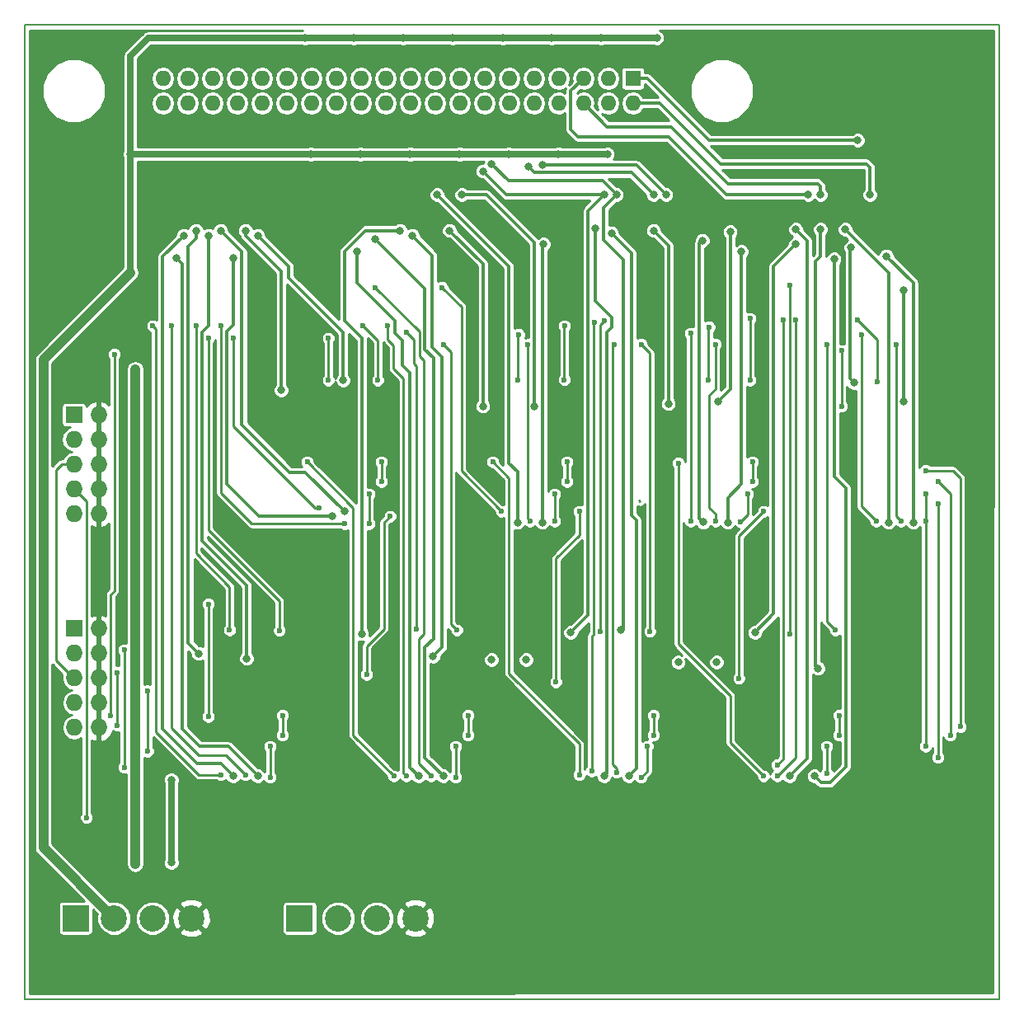
<source format=gbr>
%TF.GenerationSoftware,KiCad,Pcbnew,4.0.7*%
%TF.CreationDate,2018-06-26T23:45:36-04:00*%
%TF.ProjectId,column_driver,636F6C756D6E5F6472697665722E6B69,rev?*%
%TF.FileFunction,Copper,L2,Bot,Signal*%
%FSLAX46Y46*%
G04 Gerber Fmt 4.6, Leading zero omitted, Abs format (unit mm)*
G04 Created by KiCad (PCBNEW 4.0.7) date Tuesday, June 26, 2018 'PMt' 11:45:36 PM*
%MOMM*%
%LPD*%
G01*
G04 APERTURE LIST*
%ADD10C,0.100000*%
%ADD11C,0.150000*%
%ADD12R,2.700000X2.700000*%
%ADD13C,2.700000*%
%ADD14R,1.727200X1.727200*%
%ADD15O,1.727200X1.727200*%
%ADD16R,1.600000X1.600000*%
%ADD17O,1.600000X1.600000*%
%ADD18C,0.800000*%
%ADD19C,1.000000*%
%ADD20C,0.600000*%
%ADD21C,0.250000*%
%ADD22C,1.000000*%
%ADD23C,0.650000*%
%ADD24C,0.360000*%
%ADD25C,0.254000*%
G04 APERTURE END LIST*
D10*
D11*
X25000000Y-25000000D02*
X25000000Y-125000000D01*
X25000000Y-125000000D02*
X125000000Y-125000000D01*
X125000000Y-25000000D02*
X125000000Y-125000000D01*
X25000000Y-25000000D02*
X125000000Y-25000000D01*
D12*
X30180000Y-116713000D03*
D13*
X34140000Y-116713000D03*
X38100000Y-116713000D03*
X42060000Y-116713000D03*
D12*
X53190000Y-116713000D03*
D13*
X57150000Y-116713000D03*
X61110000Y-116713000D03*
X65070000Y-116713000D03*
D14*
X30000000Y-65000000D03*
D15*
X32540000Y-65000000D03*
X30000000Y-67540000D03*
X32540000Y-67540000D03*
X30000000Y-70080000D03*
X32540000Y-70080000D03*
X30000000Y-72620000D03*
X32540000Y-72620000D03*
X30000000Y-75160000D03*
X32540000Y-75160000D03*
D14*
X30022800Y-86969600D03*
D15*
X32562800Y-86969600D03*
X30022800Y-89509600D03*
X32562800Y-89509600D03*
X30022800Y-92049600D03*
X32562800Y-92049600D03*
X30022800Y-94589600D03*
X32562800Y-94589600D03*
X30022800Y-97129600D03*
X32562800Y-97129600D03*
D16*
X87404000Y-30480000D03*
D17*
X87404000Y-33020000D03*
X84864000Y-30480000D03*
X84864000Y-33020000D03*
X82324000Y-30480000D03*
X82324000Y-33020000D03*
X79784000Y-30480000D03*
X79784000Y-33020000D03*
X77244000Y-30480000D03*
X77244000Y-33020000D03*
X74704000Y-30480000D03*
X74704000Y-33020000D03*
X72164000Y-30480000D03*
X72164000Y-33020000D03*
X69624000Y-30480000D03*
X69624000Y-33020000D03*
X67084000Y-30480000D03*
X67084000Y-33020000D03*
X64544000Y-30480000D03*
X64544000Y-33020000D03*
X62004000Y-30480000D03*
X62004000Y-33020000D03*
X59464000Y-30480000D03*
X59464000Y-33020000D03*
X56924000Y-30480000D03*
X56924000Y-33020000D03*
X54384000Y-30480000D03*
X54384000Y-33020000D03*
X51844000Y-30480000D03*
X51844000Y-33020000D03*
X49304000Y-30480000D03*
X49304000Y-33020000D03*
X46764000Y-30480000D03*
X46764000Y-33020000D03*
X44224000Y-30480000D03*
X44224000Y-33020000D03*
X41684000Y-30480000D03*
X41684000Y-33020000D03*
X39144000Y-30480000D03*
X39144000Y-33020000D03*
D18*
X92075000Y-90424000D03*
X96012000Y-90424002D03*
X72898000Y-90170000D03*
X76454000Y-90170000D03*
X40010000Y-110993000D03*
X40010000Y-102505000D03*
X36322000Y-85852000D03*
X36322000Y-60325000D03*
X36322000Y-111125000D03*
X122072400Y-77724000D03*
X61595000Y-96012000D03*
X99695000Y-96012000D03*
X80645000Y-96012000D03*
X72263000Y-44196000D03*
X62865000Y-66675000D03*
X62865000Y-79502000D03*
X52705000Y-69977004D03*
X81915000Y-79375000D03*
X81915000Y-66675000D03*
X100965000Y-66675000D03*
X100965000Y-79375000D03*
X114046000Y-44196000D03*
X93218000Y-44196000D03*
X42867010Y-96125990D03*
X71755000Y-69977000D03*
X48895000Y-79756000D03*
X90805000Y-69977000D03*
X109855000Y-69977000D03*
X121031000Y-68326000D03*
X38735000Y-105791000D03*
X57785000Y-105664000D03*
X76835000Y-105664000D03*
X95885000Y-105664000D03*
X91948000Y-94361000D03*
X72771000Y-94361000D03*
X91948000Y-103759000D03*
X72898000Y-103759000D03*
X53848000Y-94361000D03*
X53848004Y-103759000D03*
X110998000Y-103759000D03*
X110998000Y-94361000D03*
D19*
X51435000Y-44323000D03*
D18*
X41275000Y-46609000D03*
X46355000Y-102108000D03*
X40513000Y-48895000D03*
X40513000Y-48895000D03*
X48895000Y-102108000D03*
X43815000Y-46609000D03*
X47752000Y-90043000D03*
X42544998Y-46101000D03*
X42799000Y-89535000D03*
X46355000Y-48895000D03*
X56515000Y-75438000D03*
X57785000Y-74930000D03*
X45085000Y-46101000D03*
X57658000Y-61468000D03*
X48894998Y-46609000D03*
X47625000Y-46101000D03*
X51308000Y-62484000D03*
X65405000Y-102107994D03*
X59055000Y-48260000D03*
X67945000Y-102108000D03*
X60960000Y-46990000D03*
X66903600Y-89814400D03*
X64770000Y-46609000D03*
X63500000Y-46101000D03*
X59563000Y-87503000D03*
X75565000Y-76073000D03*
X67310000Y-42418000D03*
X78105000Y-76072996D03*
X78232000Y-47498000D03*
X69850000Y-42418000D03*
X77324990Y-64135000D03*
X68580000Y-46101000D03*
X72009000Y-64135000D03*
X84455000Y-102108004D03*
X83584010Y-45846999D03*
X86995000Y-102108002D03*
X85217000Y-46355000D03*
X72898000Y-39243000D03*
X85725000Y-42418000D03*
X86196000Y-87122000D03*
X72009000Y-40005000D03*
X84455000Y-42418000D03*
X81026000Y-87376000D03*
X94538800Y-47117000D03*
X94640400Y-76047600D03*
X98552000Y-48260000D03*
X97155000Y-76073000D03*
X78105000Y-39370000D03*
X90805000Y-42418000D03*
X97409000Y-46228000D03*
X96139000Y-63627000D03*
X76682600Y-39522400D03*
X89535000Y-42418000D03*
X89535002Y-46101000D03*
X91059000Y-63881000D03*
X104140000Y-45973996D03*
X103505004Y-102108000D03*
X106045000Y-102107994D03*
X108077004Y-49022000D03*
X106680000Y-42418008D03*
X106680000Y-45974000D03*
X106426000Y-91059000D03*
X104140000Y-47498000D03*
X105410000Y-42418000D03*
X99948998Y-87376000D03*
X113665000Y-76073000D03*
X109220000Y-45974000D03*
X113436400Y-48717200D03*
X116205000Y-76073000D03*
X111760000Y-42417994D03*
X115189000Y-63627000D03*
X115189000Y-52197000D03*
X109804201Y-47853599D03*
X110490000Y-36830002D03*
X110109000Y-61722000D03*
X35814000Y-50418998D03*
X35814000Y-38227000D03*
X84792590Y-38252400D03*
X79781400Y-38252400D03*
X53721000Y-26314400D03*
X74676000Y-38252400D03*
X69621400Y-38252400D03*
X64541400Y-38252400D03*
X54330600Y-38252400D03*
X59436000Y-38252400D03*
X58775604Y-26314400D03*
X63855600Y-26314400D03*
X68935600Y-26314400D03*
X74066398Y-26314400D03*
X79095598Y-26314400D03*
X84124800Y-26314398D03*
X89865200Y-26314400D03*
D20*
X35179000Y-89154000D03*
X35179000Y-101219000D03*
X118745002Y-74168000D03*
X118745000Y-100202996D03*
X34467800Y-91490800D03*
X34467800Y-96900998D03*
X121031002Y-97053400D03*
X117475000Y-70739000D03*
X79375000Y-75946000D03*
X107315000Y-101854000D03*
X98425000Y-75996800D03*
X37592000Y-93345000D03*
X37592000Y-99568000D03*
X60325000Y-73152004D03*
X79375000Y-73152000D03*
X117475000Y-73152000D03*
X99187000Y-73152000D03*
X117475000Y-75946000D03*
X117475002Y-99060000D03*
X107315000Y-99060000D03*
X88899998Y-99060000D03*
X50165000Y-99060000D03*
X69215000Y-99060000D03*
X50165000Y-102235000D03*
X60325000Y-76200000D03*
X69215000Y-102235000D03*
X88265000Y-102235000D03*
X31292808Y-106375200D03*
X120015000Y-97917000D03*
X118745000Y-71882000D03*
X108585000Y-95885000D03*
X108585000Y-97917000D03*
X61595000Y-71882000D03*
X80645000Y-71882000D03*
X99695000Y-71882000D03*
X61595000Y-69850000D03*
X80645000Y-69850000D03*
X99695000Y-69850000D03*
X51435000Y-95885000D03*
X70485000Y-95885000D03*
X89535000Y-95885000D03*
X70485000Y-97917000D03*
X89535000Y-97917000D03*
X51435000Y-97917000D03*
X33782000Y-95885000D03*
X108839000Y-58420000D03*
X34163000Y-58801000D03*
X108839000Y-64135000D03*
X43815000Y-96012000D03*
X43815000Y-84455000D03*
X62865000Y-102108000D03*
X53975000Y-69850000D03*
X62484000Y-75438000D03*
X60071000Y-91694000D03*
X73025002Y-69850000D03*
X81915000Y-101981000D03*
X79502000Y-92456000D03*
X81915000Y-74930000D03*
X100838000Y-102108000D03*
X92075000Y-69977000D03*
X100838000Y-74930000D03*
X98298000Y-92075000D03*
X110489996Y-55245000D03*
X112522000Y-61595000D03*
X114427000Y-57785000D03*
X114934996Y-75946000D03*
X110871000Y-56769002D03*
X112395000Y-75946000D03*
X103495010Y-87503000D03*
X103505010Y-51689000D03*
X107315000Y-57785000D03*
X108204000Y-87122000D03*
X102870004Y-55245000D03*
X102235000Y-100965000D03*
X102235000Y-102108006D03*
X104140000Y-55245000D03*
X95250000Y-56007000D03*
X95168000Y-61468000D03*
X99441000Y-55118000D03*
X99441000Y-61468000D03*
X95885000Y-57785000D03*
X95885000Y-75946000D03*
X93345000Y-56642000D03*
X93345000Y-75946000D03*
X84028990Y-87249000D03*
X84455000Y-55372000D03*
X88265000Y-57785000D03*
X89154000Y-87249000D03*
X85471000Y-57785000D03*
X85725000Y-101727000D03*
X83484010Y-55499000D03*
X83185000Y-101600000D03*
X75692000Y-56769000D03*
X75610010Y-61468000D03*
X80391000Y-55879998D03*
X80365600Y-61417200D03*
X76581000Y-57785000D03*
X76835000Y-75946000D03*
X67818000Y-51943004D03*
X73914000Y-74930000D03*
X65196010Y-86995000D03*
X64134996Y-56515000D03*
X67945000Y-57785000D03*
X69342000Y-87122000D03*
X66675000Y-102108000D03*
X60960000Y-51943000D03*
X64135000Y-102108000D03*
X62229998Y-55880000D03*
X56134000Y-57150000D03*
X56133996Y-61468000D03*
X46355000Y-57150000D03*
X55208660Y-74585340D03*
X45999400Y-87122000D03*
X42545000Y-55880000D03*
X51104800Y-87172800D03*
X43815000Y-57150000D03*
X40005000Y-55880000D03*
X47625000Y-101981000D03*
X38100000Y-55880000D03*
X45085000Y-101981000D03*
X61213996Y-61468000D03*
X59690000Y-55880000D03*
X45085000Y-55880000D03*
X57785000Y-76200000D03*
D21*
X88138000Y-73914000D02*
X88011000Y-73787000D01*
D22*
X36322000Y-111125000D02*
X36322000Y-85852000D01*
D23*
X40010000Y-102505000D02*
X40010000Y-110993000D01*
D22*
X36322000Y-85852000D02*
X36322000Y-60325000D01*
D24*
X46355000Y-102108000D02*
X45085000Y-100838000D01*
X45085000Y-100838000D02*
X42672000Y-100838000D01*
X42672000Y-100838000D02*
X39116000Y-97282000D01*
X39116000Y-97282000D02*
X39116000Y-48768000D01*
X39116000Y-48768000D02*
X41275000Y-46609000D01*
X48895000Y-102108000D02*
X45847000Y-99060000D01*
X41148000Y-49530000D02*
X40513000Y-48895000D01*
X45847000Y-99060000D02*
X42926000Y-99060000D01*
X41148000Y-97282000D02*
X41148000Y-49530000D01*
X42926000Y-99060000D02*
X41148000Y-97282000D01*
X47752000Y-90043000D02*
X47752000Y-82550000D01*
X47752000Y-82550000D02*
X43134999Y-77932999D01*
X43134999Y-77932999D02*
X43134999Y-56585401D01*
X43134999Y-56585401D02*
X43815000Y-55905400D01*
X43815000Y-55905400D02*
X43815000Y-46609000D01*
X42544998Y-46920687D02*
X42544998Y-46101000D01*
X41764001Y-47701684D02*
X42544998Y-46920687D01*
X41764001Y-88500001D02*
X41764001Y-47701684D01*
X42799000Y-89535000D02*
X41764001Y-88500001D01*
X46355000Y-55753000D02*
X46355000Y-48895000D01*
X45674999Y-72090999D02*
X45674999Y-56433001D01*
X56515000Y-75438000D02*
X49022000Y-75438000D01*
X45674999Y-56433001D02*
X46355000Y-55753000D01*
X49022000Y-75438000D02*
X45674999Y-72090999D01*
X47262002Y-48278002D02*
X45085000Y-46101000D01*
X57785000Y-74930000D02*
X53789001Y-70934001D01*
X53789001Y-70934001D02*
X52179599Y-70934001D01*
X52179599Y-70934001D02*
X47262002Y-66016404D01*
X47262002Y-66016404D02*
X47262002Y-48278002D01*
X57658000Y-56515000D02*
X52070000Y-50927000D01*
X57658000Y-61468000D02*
X57658000Y-56515000D01*
X52070000Y-49784002D02*
X48894998Y-46609000D01*
X52070000Y-50927000D02*
X52070000Y-49784002D01*
X51308000Y-62484000D02*
X51308000Y-50303404D01*
X51308000Y-50303404D02*
X47625000Y-46620404D01*
X47625000Y-46620404D02*
X47625000Y-46101000D01*
X59055000Y-48260000D02*
X59055000Y-51435000D01*
X63754000Y-59896189D02*
X64516000Y-60658189D01*
X62992000Y-55372000D02*
X62992000Y-56642000D01*
X62992000Y-56642000D02*
X63754000Y-57404000D01*
X59055000Y-51435000D02*
X62992000Y-55372000D01*
X63754000Y-57404000D02*
X63754000Y-59896189D01*
X64516000Y-60658189D02*
X64516000Y-101218994D01*
X64516000Y-101218994D02*
X65405000Y-102107994D01*
X66040000Y-100203000D02*
X67945000Y-102108000D01*
X66040000Y-88900000D02*
X66040000Y-100203000D01*
X66929000Y-88011000D02*
X66040000Y-88900000D01*
X66929000Y-59182000D02*
X66929000Y-88011000D01*
X66040000Y-58293000D02*
X66929000Y-59182000D01*
X66040000Y-52070000D02*
X66040000Y-58293000D01*
X60960000Y-46990000D02*
X66040000Y-52070000D01*
X67818000Y-88900000D02*
X66903600Y-89814400D01*
X67818000Y-59055000D02*
X67818000Y-88900000D01*
X66802000Y-58039000D02*
X67818000Y-59055000D01*
X64770000Y-46609000D02*
X66802000Y-48641000D01*
X66802000Y-48641000D02*
X66802000Y-58039000D01*
X59944000Y-46101000D02*
X63500000Y-46101000D01*
X57785000Y-48260000D02*
X59944000Y-46101000D01*
X57785000Y-55372000D02*
X57785000Y-48260000D01*
X59563000Y-87503000D02*
X59563000Y-57150000D01*
X59563000Y-57150000D02*
X57785000Y-55372000D01*
X67310000Y-42418000D02*
X74676000Y-49784000D01*
X74676000Y-49784000D02*
X74676000Y-69977000D01*
X74676000Y-69977000D02*
X75565000Y-70866000D01*
X75565000Y-70866000D02*
X75565000Y-76073000D01*
X78232000Y-47498000D02*
X78105000Y-47625000D01*
X78105000Y-47625000D02*
X78105000Y-76072996D01*
X77324990Y-64135000D02*
X77324990Y-47352990D01*
X77324990Y-47352990D02*
X72390000Y-42418000D01*
X72390000Y-42418000D02*
X69850000Y-42418000D01*
X72009000Y-64135000D02*
X72009000Y-49530000D01*
X72009000Y-49530000D02*
X68580000Y-46101000D01*
X83584010Y-45846999D02*
X83584010Y-53358010D01*
X83584010Y-53358010D02*
X85217000Y-54991000D01*
X84709000Y-101854004D02*
X84455000Y-102108004D01*
X85217000Y-54991000D02*
X85217000Y-56007000D01*
X85217000Y-56007000D02*
X84709000Y-56515000D01*
X84709000Y-56515000D02*
X84709000Y-101854004D01*
X85217000Y-46355000D02*
X87249000Y-48387000D01*
X87249000Y-48387000D02*
X87249000Y-75311000D01*
X87249000Y-75311000D02*
X87757000Y-75819000D01*
X87757000Y-101346002D02*
X86995000Y-102108002D01*
X87757000Y-75819000D02*
X87757000Y-101346002D01*
X84275990Y-40968990D02*
X74623990Y-40968990D01*
X74623990Y-40968990D02*
X72898000Y-39243000D01*
X85725000Y-42418000D02*
X84275990Y-40968990D01*
X72164000Y-33020000D02*
X72390000Y-33246000D01*
X86196000Y-87122000D02*
X86405001Y-86912999D01*
X86405001Y-86912999D02*
X86405001Y-49078405D01*
X86405001Y-49078405D02*
X84364011Y-47037415D01*
X84364011Y-47037415D02*
X84364011Y-43778989D01*
X84364011Y-43778989D02*
X85725000Y-42418000D01*
X74422000Y-42418000D02*
X72009000Y-40005000D01*
X84455000Y-42418000D02*
X74422000Y-42418000D01*
X81026000Y-87376000D02*
X82804000Y-85598000D01*
X82804000Y-44069000D02*
X84455000Y-42418000D01*
X82804000Y-85598000D02*
X82804000Y-44069000D01*
X94240401Y-47415399D02*
X94538800Y-47117000D01*
X94240401Y-75647601D02*
X94240401Y-47415399D01*
X94640400Y-76047600D02*
X94240401Y-75647601D01*
X97155000Y-76073000D02*
X97155000Y-73533000D01*
X98552000Y-72136000D02*
X98552000Y-48260000D01*
X97155000Y-73533000D02*
X98552000Y-72136000D01*
X87757000Y-39370000D02*
X78105000Y-39370000D01*
X78003400Y-39370000D02*
X78105000Y-39370000D01*
X90805000Y-42418000D02*
X87757000Y-39370000D01*
X77927200Y-39446200D02*
X78003400Y-39370000D01*
X97409000Y-62357000D02*
X97409000Y-46228000D01*
X96139000Y-63627000D02*
X97409000Y-62357000D01*
X77310201Y-40150001D02*
X76682600Y-39522400D01*
X87267001Y-40150001D02*
X77310201Y-40150001D01*
X89535000Y-42418000D02*
X87267001Y-40150001D01*
X91059000Y-47624998D02*
X89535002Y-46101000D01*
X91059000Y-63881000D02*
X91059000Y-47624998D01*
X103505004Y-102108000D02*
X105283000Y-100330004D01*
X105283000Y-100330004D02*
X105283000Y-47116996D01*
X105283000Y-47116996D02*
X104140000Y-45973996D01*
X107641401Y-102788001D02*
X106725007Y-102788001D01*
X106725007Y-102788001D02*
X106045000Y-102107994D01*
X109265001Y-101164401D02*
X107641401Y-102788001D01*
X109265001Y-72562001D02*
X109265001Y-101164401D01*
X108077004Y-71374004D02*
X109265001Y-72562001D01*
X108077004Y-49022000D02*
X108077004Y-71374004D01*
X82324000Y-33020000D02*
X84737000Y-35433000D01*
X84737000Y-35433000D02*
X91313000Y-35433000D01*
X91313000Y-35433000D02*
X97155000Y-41275000D01*
X97155000Y-41275000D02*
X106426000Y-41275000D01*
X106426000Y-41275000D02*
X106680000Y-41529000D01*
X106680000Y-41529000D02*
X106680000Y-42418008D01*
X106426000Y-91059000D02*
X106172000Y-90805000D01*
X106172000Y-90805000D02*
X106172000Y-49287404D01*
X106172000Y-49287404D02*
X106680000Y-48779404D01*
X106680000Y-48779404D02*
X106680000Y-45974000D01*
X82324000Y-30480000D02*
X81051400Y-31752600D01*
X81051400Y-31752600D02*
X81051400Y-35712400D01*
X81051400Y-35712400D02*
X81788000Y-36449000D01*
X81788000Y-36449000D02*
X91059000Y-36449000D01*
X91059000Y-36449000D02*
X97028000Y-42418000D01*
X97028000Y-42418000D02*
X105410000Y-42418000D01*
X101872999Y-85451999D02*
X101872999Y-49765001D01*
X99948998Y-87376000D02*
X101872999Y-85451999D01*
X101872999Y-49765001D02*
X104140000Y-47498000D01*
X109220000Y-45974000D02*
X113665000Y-50419000D01*
X113665000Y-50419000D02*
X113665000Y-76073000D01*
X116205000Y-51485800D02*
X113436400Y-48717200D01*
X116205000Y-76073000D02*
X116205000Y-51485800D01*
X87404000Y-33020000D02*
X90170000Y-33020000D01*
X111760000Y-39624000D02*
X111760000Y-42417994D01*
X90170000Y-33020000D02*
X96393000Y-39243000D01*
X96393000Y-39243000D02*
X111379000Y-39243000D01*
X111379000Y-39243000D02*
X111760000Y-39624000D01*
X115189000Y-52197000D02*
X115189000Y-63627000D01*
X109709001Y-61322001D02*
X109709001Y-47948799D01*
X110109000Y-61722000D02*
X109709001Y-61322001D01*
X109709001Y-47948799D02*
X109804201Y-47853599D01*
X95250002Y-36830002D02*
X110490000Y-36830002D01*
X87404000Y-30480000D02*
X88900000Y-30480000D01*
X88900000Y-30480000D02*
X95250002Y-36830002D01*
D22*
X26868979Y-59364019D02*
X35814000Y-50418998D01*
X26868979Y-109441979D02*
X26868979Y-59364019D01*
X34140000Y-116713000D02*
X26868979Y-109441979D01*
X34140000Y-116713000D02*
X33528000Y-116101000D01*
D23*
X35814000Y-38227000D02*
X35814000Y-50418998D01*
X69621400Y-38252400D02*
X74676000Y-38252400D01*
X53721000Y-26314400D02*
X37642800Y-26314400D01*
X37642800Y-26314400D02*
X35814000Y-28143200D01*
X35814000Y-28143200D02*
X35814000Y-38227000D01*
X54330600Y-38252400D02*
X35839400Y-38252400D01*
X35814004Y-38227004D02*
X35814000Y-38227000D01*
X35839400Y-38252400D02*
X35814000Y-38227000D01*
X53721000Y-26314400D02*
X58775604Y-26314400D01*
X79781400Y-38252400D02*
X84792590Y-38252400D01*
X79781400Y-38252400D02*
X74676000Y-38252400D01*
X69621400Y-38252400D02*
X64541400Y-38252400D01*
X64541400Y-38252400D02*
X59436000Y-38252400D01*
X54330600Y-38252400D02*
X59436000Y-38252400D01*
X63855600Y-26314400D02*
X58775604Y-26314400D01*
X68935600Y-26314400D02*
X63855600Y-26314400D01*
X74066398Y-26314400D02*
X68935600Y-26314400D01*
X79095598Y-26314400D02*
X74066398Y-26314400D01*
D24*
X79095600Y-26314398D02*
X79095598Y-26314400D01*
D23*
X84124800Y-26314398D02*
X79095600Y-26314398D01*
D24*
X84124802Y-26314400D02*
X84124800Y-26314398D01*
D23*
X89865200Y-26314400D02*
X84124802Y-26314400D01*
D21*
X35179000Y-101219000D02*
X35179000Y-89154000D01*
X118745000Y-74168002D02*
X118745002Y-74168000D01*
X118745000Y-100202996D02*
X118745000Y-74168002D01*
X34467800Y-91490800D02*
X34467800Y-96900998D01*
X121031002Y-78134404D02*
X121031002Y-97053400D01*
X117475000Y-70739000D02*
X120269000Y-70739000D01*
X121017999Y-78121401D02*
X121031002Y-78134404D01*
X120269000Y-70739000D02*
X121017999Y-71487999D01*
X121017999Y-71487999D02*
X121017999Y-78121401D01*
X117602000Y-70739000D02*
X117475000Y-70739000D01*
X50165000Y-102235000D02*
X50165000Y-99060000D01*
X69215000Y-99060000D02*
X69215000Y-102235000D01*
X79375000Y-73152000D02*
X79375000Y-75946000D01*
X107315000Y-99060000D02*
X107315000Y-101854000D01*
X99187000Y-75234800D02*
X98425000Y-75996800D01*
X99187000Y-73152000D02*
X99187000Y-75234800D01*
X37592000Y-99568000D02*
X37592000Y-93345000D01*
X60325000Y-76200000D02*
X60325000Y-73152004D01*
X117475000Y-75946000D02*
X117475000Y-73152000D01*
X117475002Y-75946002D02*
X117475000Y-75946000D01*
X117475002Y-99060000D02*
X117475002Y-75946002D01*
X117475000Y-99059998D02*
X117475000Y-75946000D01*
X88899998Y-101600002D02*
X88899998Y-99060000D01*
X88265000Y-102235000D02*
X88899998Y-101600002D01*
X28194000Y-70664686D02*
X28194000Y-90274000D01*
X28194000Y-90274000D02*
X30000000Y-92080000D01*
X30000000Y-70080000D02*
X28778686Y-70080000D01*
X28778686Y-70080000D02*
X28194000Y-70664686D01*
X31292808Y-105950936D02*
X31292808Y-106375200D01*
X31292808Y-73912808D02*
X31292808Y-105950936D01*
X30000000Y-72620000D02*
X31292808Y-73912808D01*
X118745000Y-71882000D02*
X120015000Y-73152000D01*
X120015000Y-73152000D02*
X120015000Y-97917000D01*
X108585000Y-95885000D02*
X108585000Y-97917000D01*
X61595000Y-69850000D02*
X61595000Y-71882000D01*
X80645000Y-69850000D02*
X80645000Y-71882000D01*
X99695000Y-69850000D02*
X99695000Y-71882000D01*
X51435000Y-95885000D02*
X51435000Y-97917000D01*
X70485000Y-95885000D02*
X70485000Y-97917000D01*
X89535000Y-95885000D02*
X89535000Y-97917000D01*
X33807400Y-83464400D02*
X33807400Y-95859600D01*
X33807400Y-95859600D02*
X33782000Y-95885000D01*
X34163000Y-58801000D02*
X34163000Y-83108800D01*
X34163000Y-83108800D02*
X33807400Y-83464400D01*
X108839000Y-58420000D02*
X108839000Y-64135000D01*
X43815000Y-84455000D02*
X43815000Y-96012000D01*
X58667392Y-97910392D02*
X62865000Y-102108000D01*
X58667392Y-74542392D02*
X58667392Y-97910392D01*
X53975000Y-69850000D02*
X58667392Y-74542392D01*
X61849000Y-86995000D02*
X61849000Y-76073000D01*
X61849000Y-76073000D02*
X62484000Y-75438000D01*
X60071000Y-91694000D02*
X60071000Y-88773000D01*
X60071000Y-88773000D02*
X61849000Y-86995000D01*
X81915000Y-101981000D02*
X81915000Y-98806000D01*
X81915000Y-98806000D02*
X74676000Y-91567000D01*
X74676000Y-71500998D02*
X73025002Y-69850000D01*
X74676000Y-91567000D02*
X74676000Y-71500998D01*
X81915000Y-77343000D02*
X79502000Y-79756000D01*
X79502000Y-79756000D02*
X79502000Y-92456000D01*
X81915000Y-74930000D02*
X81915000Y-77343000D01*
X92075000Y-69977000D02*
X92075000Y-88519000D01*
X92075000Y-88519000D02*
X97409000Y-93853000D01*
X97409000Y-93853000D02*
X97409000Y-98679000D01*
X97409000Y-98679000D02*
X100838000Y-102108000D01*
X98298000Y-92075000D02*
X98298000Y-77470000D01*
X98298000Y-77470000D02*
X100838000Y-74930000D01*
X112522000Y-57277004D02*
X110489996Y-55245000D01*
X112522000Y-61595000D02*
X112522000Y-57277004D01*
X114427000Y-75438004D02*
X114427000Y-57785000D01*
X114934996Y-75946000D02*
X114427000Y-75438004D01*
X110871000Y-74422000D02*
X110871000Y-56769002D01*
X112395000Y-75946000D02*
X110871000Y-74422000D01*
X103505010Y-87493000D02*
X103495010Y-87503000D01*
X103505010Y-51689000D02*
X103505010Y-87493000D01*
X107315000Y-86233000D02*
X107315000Y-57785000D01*
X108204000Y-87122000D02*
X107315000Y-86233000D01*
X102235000Y-100965000D02*
X102870000Y-100330000D01*
X102870000Y-100330000D02*
X102870000Y-55245004D01*
X102870000Y-55245004D02*
X102870004Y-55245000D01*
X104140000Y-100203006D02*
X102235000Y-102108006D01*
X104140000Y-55245000D02*
X104140000Y-100203006D01*
X95168000Y-61468000D02*
X95168000Y-56089000D01*
X95168000Y-56089000D02*
X95250000Y-56007000D01*
X99441000Y-61468000D02*
X99441000Y-55118000D01*
X95885000Y-57785000D02*
X95885000Y-62357000D01*
X95885000Y-62357000D02*
X95250000Y-62992000D01*
X95250000Y-62992000D02*
X95250000Y-74549000D01*
X95250000Y-74549000D02*
X95885000Y-75184000D01*
X95885000Y-75184000D02*
X95885000Y-75946000D01*
X93345000Y-75946000D02*
X93345000Y-56642000D01*
X84455000Y-55372000D02*
X84074000Y-55753000D01*
X84074000Y-55753000D02*
X84074000Y-87203990D01*
X84074000Y-87203990D02*
X84028990Y-87249000D01*
X89154000Y-58674000D02*
X88265000Y-57785000D01*
X89154000Y-87249000D02*
X89154000Y-58674000D01*
X85725000Y-101727000D02*
X85725000Y-101302736D01*
X85725000Y-101302736D02*
X85369400Y-100947136D01*
X85369400Y-57886600D02*
X85471000Y-57785000D01*
X85369400Y-100947136D02*
X85369400Y-57886600D01*
X83403988Y-55579022D02*
X83484010Y-55499000D01*
X83403988Y-87549002D02*
X83403988Y-55579022D01*
X83185000Y-101600000D02*
X83185000Y-87767990D01*
X83185000Y-87767990D02*
X83403988Y-87549002D01*
X75610010Y-61468000D02*
X75610010Y-56850990D01*
X75610010Y-56850990D02*
X75692000Y-56769000D01*
X80365600Y-55905398D02*
X80391000Y-55879998D01*
X80365600Y-61417200D02*
X80365600Y-55905398D01*
X76581000Y-75692000D02*
X76835000Y-75946000D01*
X76581000Y-57785000D02*
X76581000Y-75692000D01*
X76662001Y-75773001D02*
X76835000Y-75946000D01*
X69792010Y-53917014D02*
X67818000Y-51943004D01*
X69792010Y-70808010D02*
X69792010Y-53917014D01*
X73914000Y-74930000D02*
X69792010Y-70808010D01*
X65196010Y-60039810D02*
X65196010Y-86995000D01*
X64897000Y-57277004D02*
X64897000Y-59740800D01*
X64897000Y-59740800D02*
X65196010Y-60039810D01*
X64134996Y-56515000D02*
X64897000Y-57277004D01*
X69342000Y-87122000D02*
X68707000Y-86487000D01*
X68707000Y-86487000D02*
X68707000Y-58547000D01*
X68707000Y-58547000D02*
X67945000Y-57785000D01*
X65405000Y-100838000D02*
X66675000Y-102108000D01*
X65405000Y-88011000D02*
X65405000Y-100838000D01*
X65913000Y-87503000D02*
X65405000Y-88011000D01*
X65913000Y-59436000D02*
X65913000Y-87503000D01*
X65474011Y-58997011D02*
X65913000Y-59436000D01*
X60960000Y-51943000D02*
X65474011Y-56457011D01*
X65474011Y-56457011D02*
X65474011Y-58997011D01*
X62229998Y-57276998D02*
X62839600Y-57886600D01*
X63835001Y-61290200D02*
X63835001Y-101808001D01*
X62839600Y-57886600D02*
X62839600Y-60294799D01*
X62839600Y-60294799D02*
X63835001Y-61290200D01*
X63835001Y-101808001D02*
X64135000Y-102108000D01*
X62229998Y-55880000D02*
X62229998Y-57276998D01*
X56133996Y-57150004D02*
X56134000Y-57150000D01*
X56133996Y-61468000D02*
X56133996Y-57150004D01*
X46355000Y-66155944D02*
X46355000Y-57150000D01*
X54784396Y-74585340D02*
X46355000Y-66155944D01*
X55208660Y-74585340D02*
X54784396Y-74585340D01*
X45999400Y-82702400D02*
X45999400Y-87122000D01*
X42545000Y-79248000D02*
X45999400Y-82702400D01*
X42545000Y-55880000D02*
X42545000Y-79248000D01*
X51104800Y-84124800D02*
X51104800Y-87172800D01*
X43815000Y-76835000D02*
X51104800Y-84124800D01*
X43815000Y-57150000D02*
X43815000Y-76835000D01*
X43815000Y-57023000D02*
X43815000Y-57150000D01*
X40005000Y-97155000D02*
X40005000Y-55880000D01*
X42848982Y-99998982D02*
X40005000Y-97155000D01*
X45642982Y-99998982D02*
X42848982Y-99998982D01*
X47625000Y-101981000D02*
X45642982Y-99998982D01*
X38399999Y-56179999D02*
X38100000Y-55880000D01*
X42799000Y-101981000D02*
X38399999Y-97581999D01*
X38399999Y-97581999D02*
X38399999Y-56179999D01*
X45085000Y-101981000D02*
X42799000Y-101981000D01*
X61213996Y-57403996D02*
X61213996Y-61468000D01*
X59690000Y-55880000D02*
X61213996Y-57403996D01*
X57785000Y-76200000D02*
X48260000Y-76200000D01*
X45085000Y-73025000D02*
X45085000Y-55880000D01*
X48260000Y-76200000D02*
X45085000Y-73025000D01*
D25*
G36*
X53375361Y-25562400D02*
X37642800Y-25562400D01*
X37355022Y-25619643D01*
X37154537Y-25753603D01*
X37111056Y-25782656D01*
X35282256Y-27611456D01*
X35119243Y-27855422D01*
X35062000Y-28143200D01*
X35062000Y-37881504D01*
X34987144Y-38061778D01*
X34986857Y-38390779D01*
X35062000Y-38572639D01*
X35062000Y-49860022D01*
X26213491Y-58708531D01*
X26012543Y-59009271D01*
X25941979Y-59364019D01*
X25941979Y-109441979D01*
X26012543Y-109796727D01*
X26213491Y-110097467D01*
X31043659Y-114927635D01*
X28830000Y-114927635D01*
X28671763Y-114957409D01*
X28526433Y-115050927D01*
X28428936Y-115193619D01*
X28394635Y-115363000D01*
X28394635Y-118063000D01*
X28424409Y-118221237D01*
X28517927Y-118366567D01*
X28660619Y-118464064D01*
X28830000Y-118498365D01*
X31530000Y-118498365D01*
X31688237Y-118468591D01*
X31833567Y-118375073D01*
X31931064Y-118232381D01*
X31965365Y-118063000D01*
X31965365Y-115849341D01*
X32395789Y-116279765D01*
X32363310Y-116357982D01*
X32362693Y-117064916D01*
X32632655Y-117718274D01*
X33132096Y-118218588D01*
X33784982Y-118489690D01*
X34491916Y-118490307D01*
X35145274Y-118220345D01*
X35645588Y-117720904D01*
X35916690Y-117068018D01*
X35916692Y-117064916D01*
X36322693Y-117064916D01*
X36592655Y-117718274D01*
X37092096Y-118218588D01*
X37744982Y-118489690D01*
X38451916Y-118490307D01*
X39105274Y-118220345D01*
X39207203Y-118118593D01*
X40834012Y-118118593D01*
X40975478Y-118421782D01*
X41711955Y-118706737D01*
X42501418Y-118688164D01*
X43144522Y-118421782D01*
X43285988Y-118118593D01*
X42060000Y-116892605D01*
X40834012Y-118118593D01*
X39207203Y-118118593D01*
X39605588Y-117720904D01*
X39876690Y-117068018D01*
X39877303Y-116364955D01*
X40066263Y-116364955D01*
X40084836Y-117154418D01*
X40351218Y-117797522D01*
X40654407Y-117938988D01*
X41880395Y-116713000D01*
X42239605Y-116713000D01*
X43465593Y-117938988D01*
X43768782Y-117797522D01*
X44053737Y-117061045D01*
X44035164Y-116271582D01*
X43768782Y-115628478D01*
X43465593Y-115487012D01*
X42239605Y-116713000D01*
X41880395Y-116713000D01*
X40654407Y-115487012D01*
X40351218Y-115628478D01*
X40066263Y-116364955D01*
X39877303Y-116364955D01*
X39877307Y-116361084D01*
X39607345Y-115707726D01*
X39207725Y-115307407D01*
X40834012Y-115307407D01*
X42060000Y-116533395D01*
X43230395Y-115363000D01*
X51404635Y-115363000D01*
X51404635Y-118063000D01*
X51434409Y-118221237D01*
X51527927Y-118366567D01*
X51670619Y-118464064D01*
X51840000Y-118498365D01*
X54540000Y-118498365D01*
X54698237Y-118468591D01*
X54843567Y-118375073D01*
X54941064Y-118232381D01*
X54975365Y-118063000D01*
X54975365Y-117064916D01*
X55372693Y-117064916D01*
X55642655Y-117718274D01*
X56142096Y-118218588D01*
X56794982Y-118489690D01*
X57501916Y-118490307D01*
X58155274Y-118220345D01*
X58655588Y-117720904D01*
X58926690Y-117068018D01*
X58926692Y-117064916D01*
X59332693Y-117064916D01*
X59602655Y-117718274D01*
X60102096Y-118218588D01*
X60754982Y-118489690D01*
X61461916Y-118490307D01*
X62115274Y-118220345D01*
X62217203Y-118118593D01*
X63844012Y-118118593D01*
X63985478Y-118421782D01*
X64721955Y-118706737D01*
X65511418Y-118688164D01*
X66154522Y-118421782D01*
X66295988Y-118118593D01*
X65070000Y-116892605D01*
X63844012Y-118118593D01*
X62217203Y-118118593D01*
X62615588Y-117720904D01*
X62886690Y-117068018D01*
X62887303Y-116364955D01*
X63076263Y-116364955D01*
X63094836Y-117154418D01*
X63361218Y-117797522D01*
X63664407Y-117938988D01*
X64890395Y-116713000D01*
X65249605Y-116713000D01*
X66475593Y-117938988D01*
X66778782Y-117797522D01*
X67063737Y-117061045D01*
X67045164Y-116271582D01*
X66778782Y-115628478D01*
X66475593Y-115487012D01*
X65249605Y-116713000D01*
X64890395Y-116713000D01*
X63664407Y-115487012D01*
X63361218Y-115628478D01*
X63076263Y-116364955D01*
X62887303Y-116364955D01*
X62887307Y-116361084D01*
X62617345Y-115707726D01*
X62217725Y-115307407D01*
X63844012Y-115307407D01*
X65070000Y-116533395D01*
X66295988Y-115307407D01*
X66154522Y-115004218D01*
X65418045Y-114719263D01*
X64628582Y-114737836D01*
X63985478Y-115004218D01*
X63844012Y-115307407D01*
X62217725Y-115307407D01*
X62117904Y-115207412D01*
X61465018Y-114936310D01*
X60758084Y-114935693D01*
X60104726Y-115205655D01*
X59604412Y-115705096D01*
X59333310Y-116357982D01*
X59332693Y-117064916D01*
X58926692Y-117064916D01*
X58927307Y-116361084D01*
X58657345Y-115707726D01*
X58157904Y-115207412D01*
X57505018Y-114936310D01*
X56798084Y-114935693D01*
X56144726Y-115205655D01*
X55644412Y-115705096D01*
X55373310Y-116357982D01*
X55372693Y-117064916D01*
X54975365Y-117064916D01*
X54975365Y-115363000D01*
X54945591Y-115204763D01*
X54852073Y-115059433D01*
X54709381Y-114961936D01*
X54540000Y-114927635D01*
X51840000Y-114927635D01*
X51681763Y-114957409D01*
X51536433Y-115050927D01*
X51438936Y-115193619D01*
X51404635Y-115363000D01*
X43230395Y-115363000D01*
X43285988Y-115307407D01*
X43144522Y-115004218D01*
X42408045Y-114719263D01*
X41618582Y-114737836D01*
X40975478Y-115004218D01*
X40834012Y-115307407D01*
X39207725Y-115307407D01*
X39107904Y-115207412D01*
X38455018Y-114936310D01*
X37748084Y-114935693D01*
X37094726Y-115205655D01*
X36594412Y-115705096D01*
X36323310Y-116357982D01*
X36322693Y-117064916D01*
X35916692Y-117064916D01*
X35917307Y-116361084D01*
X35647345Y-115707726D01*
X35147904Y-115207412D01*
X34495018Y-114936310D01*
X33788084Y-114935693D01*
X33707122Y-114969146D01*
X27795979Y-109058003D01*
X27795979Y-90652802D01*
X27803677Y-90664323D01*
X28803785Y-91664431D01*
X28732200Y-92024316D01*
X28732200Y-92074884D01*
X28830441Y-92568775D01*
X29110208Y-92987476D01*
X29528909Y-93267243D01*
X29792125Y-93319600D01*
X29528909Y-93371957D01*
X29110208Y-93651724D01*
X28830441Y-94070425D01*
X28732200Y-94564316D01*
X28732200Y-94614884D01*
X28830441Y-95108775D01*
X29110208Y-95527476D01*
X29528909Y-95807243D01*
X29792125Y-95859600D01*
X29528909Y-95911957D01*
X29110208Y-96191724D01*
X28830441Y-96610425D01*
X28732200Y-97104316D01*
X28732200Y-97154884D01*
X28830441Y-97648775D01*
X29110208Y-98067476D01*
X29528909Y-98347243D01*
X30022800Y-98445484D01*
X30516691Y-98347243D01*
X30740808Y-98197493D01*
X30740808Y-105899000D01*
X30676847Y-105962850D01*
X30565934Y-106229956D01*
X30565682Y-106519175D01*
X30676128Y-106786475D01*
X30880458Y-106991161D01*
X31147564Y-107102074D01*
X31436783Y-107102326D01*
X31704083Y-106991880D01*
X31908769Y-106787550D01*
X32019682Y-106520444D01*
X32019934Y-106231225D01*
X31909488Y-105963925D01*
X31844808Y-105899132D01*
X31844808Y-98435878D01*
X32203774Y-98584558D01*
X32435800Y-98463417D01*
X32435800Y-97256600D01*
X32415800Y-97256600D01*
X32415800Y-97002600D01*
X32435800Y-97002600D01*
X32435800Y-94716600D01*
X32415800Y-94716600D01*
X32415800Y-94462600D01*
X32435800Y-94462600D01*
X32435800Y-92176600D01*
X32415800Y-92176600D01*
X32415800Y-91922600D01*
X32435800Y-91922600D01*
X32435800Y-89636600D01*
X32415800Y-89636600D01*
X32415800Y-89382600D01*
X32435800Y-89382600D01*
X32435800Y-87096600D01*
X32415800Y-87096600D01*
X32415800Y-86842600D01*
X32435800Y-86842600D01*
X32435800Y-85635783D01*
X32203774Y-85514642D01*
X31844808Y-85663322D01*
X31844808Y-76475722D01*
X32180974Y-76614958D01*
X32413000Y-76493817D01*
X32413000Y-75287000D01*
X32393000Y-75287000D01*
X32393000Y-75033000D01*
X32413000Y-75033000D01*
X32413000Y-72747000D01*
X32393000Y-72747000D01*
X32393000Y-72493000D01*
X32413000Y-72493000D01*
X32413000Y-70207000D01*
X32393000Y-70207000D01*
X32393000Y-69953000D01*
X32413000Y-69953000D01*
X32413000Y-67667000D01*
X32393000Y-67667000D01*
X32393000Y-67413000D01*
X32413000Y-67413000D01*
X32413000Y-65127000D01*
X32393000Y-65127000D01*
X32393000Y-64873000D01*
X32413000Y-64873000D01*
X32413000Y-63666183D01*
X32180974Y-63545042D01*
X31765053Y-63717312D01*
X31333179Y-64111510D01*
X31298965Y-64184511D01*
X31298965Y-64136400D01*
X31269191Y-63978163D01*
X31175673Y-63832833D01*
X31032981Y-63735336D01*
X30863600Y-63701035D01*
X29136400Y-63701035D01*
X28978163Y-63730809D01*
X28832833Y-63824327D01*
X28735336Y-63967019D01*
X28701035Y-64136400D01*
X28701035Y-65863600D01*
X28730809Y-66021837D01*
X28824327Y-66167167D01*
X28967019Y-66264664D01*
X29136400Y-66298965D01*
X29623709Y-66298965D01*
X29506109Y-66322357D01*
X29087408Y-66602124D01*
X28807641Y-67020825D01*
X28709400Y-67514716D01*
X28709400Y-67565284D01*
X28807641Y-68059175D01*
X29087408Y-68477876D01*
X29506109Y-68757643D01*
X29769325Y-68810000D01*
X29506109Y-68862357D01*
X29087408Y-69142124D01*
X28829574Y-69528000D01*
X28778686Y-69528000D01*
X28567444Y-69570018D01*
X28388363Y-69689677D01*
X27803677Y-70274363D01*
X27795979Y-70285884D01*
X27795979Y-59747995D01*
X36469488Y-51074486D01*
X36670436Y-50773745D01*
X36741000Y-50418998D01*
X36670436Y-50064251D01*
X36566000Y-49907951D01*
X36566000Y-39004400D01*
X53985104Y-39004400D01*
X54165378Y-39079256D01*
X54494379Y-39079543D01*
X54676239Y-39004400D01*
X59090504Y-39004400D01*
X59270778Y-39079256D01*
X59599779Y-39079543D01*
X59781639Y-39004400D01*
X64195904Y-39004400D01*
X64376178Y-39079256D01*
X64705179Y-39079543D01*
X64887039Y-39004400D01*
X69275904Y-39004400D01*
X69456178Y-39079256D01*
X69785179Y-39079543D01*
X69967039Y-39004400D01*
X72101613Y-39004400D01*
X72071144Y-39077778D01*
X72071057Y-39178054D01*
X71845221Y-39177857D01*
X71541154Y-39303495D01*
X71308312Y-39535930D01*
X71182144Y-39839778D01*
X71181857Y-40168779D01*
X71307495Y-40472846D01*
X71539930Y-40705688D01*
X71843778Y-40831856D01*
X71977545Y-40831973D01*
X73992786Y-42847214D01*
X74189711Y-42978795D01*
X74422000Y-43025000D01*
X82989572Y-43025000D01*
X82374786Y-43639786D01*
X82243205Y-43836711D01*
X82197000Y-44069000D01*
X82197000Y-74259913D01*
X82060244Y-74203126D01*
X81771025Y-74202874D01*
X81503725Y-74313320D01*
X81299039Y-74517650D01*
X81188126Y-74784756D01*
X81187874Y-75073975D01*
X81298320Y-75341275D01*
X81363000Y-75406068D01*
X81363000Y-77114354D01*
X79111677Y-79365677D01*
X78992018Y-79544758D01*
X78992018Y-79544759D01*
X78950000Y-79756000D01*
X78950000Y-91979800D01*
X78886039Y-92043650D01*
X78775126Y-92310756D01*
X78774874Y-92599975D01*
X78885320Y-92867275D01*
X79089650Y-93071961D01*
X79356756Y-93182874D01*
X79645975Y-93183126D01*
X79913275Y-93072680D01*
X80117961Y-92868350D01*
X80228874Y-92601244D01*
X80229126Y-92312025D01*
X80118680Y-92044725D01*
X80054000Y-91979932D01*
X80054000Y-79984646D01*
X82197000Y-77841646D01*
X82197000Y-85346572D01*
X80994600Y-86548972D01*
X80862221Y-86548857D01*
X80558154Y-86674495D01*
X80325312Y-86906930D01*
X80199144Y-87210778D01*
X80198857Y-87539779D01*
X80324495Y-87843846D01*
X80556930Y-88076688D01*
X80860778Y-88202856D01*
X81189779Y-88203143D01*
X81493846Y-88077505D01*
X81726688Y-87845070D01*
X81852856Y-87541222D01*
X81852973Y-87407455D01*
X82851988Y-86408440D01*
X82851988Y-87320356D01*
X82794677Y-87377667D01*
X82675018Y-87556748D01*
X82639505Y-87735289D01*
X82633000Y-87767990D01*
X82633000Y-101123800D01*
X82569039Y-101187650D01*
X82467000Y-101433385D01*
X82467000Y-98806000D01*
X82424982Y-98594758D01*
X82305323Y-98415677D01*
X75228000Y-91338354D01*
X75228000Y-90333779D01*
X75626857Y-90333779D01*
X75752495Y-90637846D01*
X75984930Y-90870688D01*
X76288778Y-90996856D01*
X76617779Y-90997143D01*
X76921846Y-90871505D01*
X77154688Y-90639070D01*
X77280856Y-90335222D01*
X77281143Y-90006221D01*
X77155505Y-89702154D01*
X76923070Y-89469312D01*
X76619222Y-89343144D01*
X76290221Y-89342857D01*
X75986154Y-89468495D01*
X75753312Y-89700930D01*
X75627144Y-90004778D01*
X75626857Y-90333779D01*
X75228000Y-90333779D01*
X75228000Y-76828528D01*
X75399778Y-76899856D01*
X75728779Y-76900143D01*
X76032846Y-76774505D01*
X76265688Y-76542070D01*
X76305965Y-76445072D01*
X76422650Y-76561961D01*
X76689756Y-76672874D01*
X76978975Y-76673126D01*
X77246275Y-76562680D01*
X77363972Y-76445188D01*
X77403495Y-76540842D01*
X77635930Y-76773684D01*
X77939778Y-76899852D01*
X78268779Y-76900139D01*
X78572846Y-76774501D01*
X78805688Y-76542066D01*
X78845964Y-76445071D01*
X78962650Y-76561961D01*
X79229756Y-76672874D01*
X79518975Y-76673126D01*
X79786275Y-76562680D01*
X79990961Y-76358350D01*
X80101874Y-76091244D01*
X80102126Y-75802025D01*
X79991680Y-75534725D01*
X79927000Y-75469932D01*
X79927000Y-73628200D01*
X79990961Y-73564350D01*
X80101874Y-73297244D01*
X80102126Y-73008025D01*
X79991680Y-72740725D01*
X79787350Y-72536039D01*
X79520244Y-72425126D01*
X79231025Y-72424874D01*
X78963725Y-72535320D01*
X78759039Y-72739650D01*
X78712000Y-72852932D01*
X78712000Y-69993975D01*
X79917874Y-69993975D01*
X80028320Y-70261275D01*
X80093000Y-70326068D01*
X80093000Y-71405800D01*
X80029039Y-71469650D01*
X79918126Y-71736756D01*
X79917874Y-72025975D01*
X80028320Y-72293275D01*
X80232650Y-72497961D01*
X80499756Y-72608874D01*
X80788975Y-72609126D01*
X81056275Y-72498680D01*
X81260961Y-72294350D01*
X81371874Y-72027244D01*
X81372126Y-71738025D01*
X81261680Y-71470725D01*
X81197000Y-71405932D01*
X81197000Y-70326200D01*
X81260961Y-70262350D01*
X81371874Y-69995244D01*
X81372126Y-69706025D01*
X81261680Y-69438725D01*
X81057350Y-69234039D01*
X80790244Y-69123126D01*
X80501025Y-69122874D01*
X80233725Y-69233320D01*
X80029039Y-69437650D01*
X79918126Y-69704756D01*
X79917874Y-69993975D01*
X78712000Y-69993975D01*
X78712000Y-61561175D01*
X79638474Y-61561175D01*
X79748920Y-61828475D01*
X79953250Y-62033161D01*
X80220356Y-62144074D01*
X80509575Y-62144326D01*
X80776875Y-62033880D01*
X80981561Y-61829550D01*
X81092474Y-61562444D01*
X81092726Y-61273225D01*
X80982280Y-61005925D01*
X80917600Y-60941132D01*
X80917600Y-56381554D01*
X81006961Y-56292348D01*
X81117874Y-56025242D01*
X81118126Y-55736023D01*
X81007680Y-55468723D01*
X80803350Y-55264037D01*
X80536244Y-55153124D01*
X80247025Y-55152872D01*
X79979725Y-55263318D01*
X79775039Y-55467648D01*
X79664126Y-55734754D01*
X79663874Y-56023973D01*
X79774320Y-56291273D01*
X79813600Y-56330621D01*
X79813600Y-60941000D01*
X79749639Y-61004850D01*
X79638726Y-61271956D01*
X79638474Y-61561175D01*
X78712000Y-61561175D01*
X78712000Y-48187372D01*
X78932688Y-47967070D01*
X79058856Y-47663222D01*
X79059143Y-47334221D01*
X78933505Y-47030154D01*
X78701070Y-46797312D01*
X78397222Y-46671144D01*
X78068221Y-46670857D01*
X77764154Y-46796495D01*
X77695478Y-46865050D01*
X72819214Y-41988786D01*
X72622289Y-41857205D01*
X72390000Y-41811000D01*
X70412594Y-41811000D01*
X70319070Y-41717312D01*
X70015222Y-41591144D01*
X69686221Y-41590857D01*
X69382154Y-41716495D01*
X69149312Y-41948930D01*
X69023144Y-42252778D01*
X69022857Y-42581779D01*
X69148495Y-42885846D01*
X69380930Y-43118688D01*
X69684778Y-43244856D01*
X70013779Y-43245143D01*
X70317846Y-43119505D01*
X70412516Y-43025000D01*
X72138572Y-43025000D01*
X76717990Y-47604418D01*
X76717990Y-57058119D01*
X76437025Y-57057874D01*
X76343122Y-57096674D01*
X76418874Y-56914244D01*
X76419126Y-56625025D01*
X76308680Y-56357725D01*
X76104350Y-56153039D01*
X75837244Y-56042126D01*
X75548025Y-56041874D01*
X75283000Y-56151380D01*
X75283000Y-49784000D01*
X75236795Y-49551711D01*
X75105214Y-49354786D01*
X68137028Y-42386600D01*
X68137143Y-42254221D01*
X68011505Y-41950154D01*
X67779070Y-41717312D01*
X67475222Y-41591144D01*
X67146221Y-41590857D01*
X66842154Y-41716495D01*
X66609312Y-41948930D01*
X66483144Y-42252778D01*
X66482857Y-42581779D01*
X66608495Y-42885846D01*
X66840930Y-43118688D01*
X67144778Y-43244856D01*
X67278545Y-43244973D01*
X74069000Y-50035428D01*
X74069000Y-69977000D01*
X74102856Y-70147208D01*
X73752049Y-69796401D01*
X73752128Y-69706025D01*
X73641682Y-69438725D01*
X73437352Y-69234039D01*
X73170246Y-69123126D01*
X72881027Y-69122874D01*
X72613727Y-69233320D01*
X72409041Y-69437650D01*
X72298128Y-69704756D01*
X72297876Y-69993975D01*
X72408322Y-70261275D01*
X72612652Y-70465961D01*
X72879758Y-70576874D01*
X72971310Y-70576954D01*
X74124000Y-71729644D01*
X74124000Y-74230015D01*
X74059244Y-74203126D01*
X73967692Y-74203046D01*
X70344010Y-70579364D01*
X70344010Y-53917014D01*
X70301992Y-53705772D01*
X70182333Y-53526691D01*
X68545047Y-51889405D01*
X68545126Y-51799029D01*
X68434680Y-51531729D01*
X68230350Y-51327043D01*
X67963244Y-51216130D01*
X67674025Y-51215878D01*
X67409000Y-51325384D01*
X67409000Y-48641000D01*
X67362795Y-48408711D01*
X67231214Y-48211786D01*
X65597028Y-46577600D01*
X65597143Y-46445221D01*
X65522586Y-46264779D01*
X67752857Y-46264779D01*
X67878495Y-46568846D01*
X68110930Y-46801688D01*
X68414778Y-46927856D01*
X68548545Y-46927973D01*
X71402000Y-49781428D01*
X71402000Y-63572406D01*
X71308312Y-63665930D01*
X71182144Y-63969778D01*
X71181857Y-64298779D01*
X71307495Y-64602846D01*
X71539930Y-64835688D01*
X71843778Y-64961856D01*
X72172779Y-64962143D01*
X72476846Y-64836505D01*
X72709688Y-64604070D01*
X72835856Y-64300222D01*
X72836143Y-63971221D01*
X72710505Y-63667154D01*
X72616000Y-63572484D01*
X72616000Y-49530000D01*
X72569795Y-49297711D01*
X72438214Y-49100786D01*
X69407028Y-46069600D01*
X69407143Y-45937221D01*
X69281505Y-45633154D01*
X69049070Y-45400312D01*
X68745222Y-45274144D01*
X68416221Y-45273857D01*
X68112154Y-45399495D01*
X67879312Y-45631930D01*
X67753144Y-45935778D01*
X67752857Y-46264779D01*
X65522586Y-46264779D01*
X65471505Y-46141154D01*
X65239070Y-45908312D01*
X64935222Y-45782144D01*
X64606221Y-45781857D01*
X64313007Y-45903010D01*
X64201505Y-45633154D01*
X63969070Y-45400312D01*
X63665222Y-45274144D01*
X63336221Y-45273857D01*
X63032154Y-45399495D01*
X62937484Y-45494000D01*
X59944000Y-45494000D01*
X59711711Y-45540205D01*
X59514786Y-45671786D01*
X57355786Y-47830786D01*
X57224205Y-48027711D01*
X57178000Y-48260000D01*
X57178000Y-55176572D01*
X52677000Y-50675572D01*
X52677000Y-49784002D01*
X52630795Y-49551713D01*
X52499214Y-49354788D01*
X49722026Y-46577600D01*
X49722141Y-46445221D01*
X49596503Y-46141154D01*
X49364068Y-45908312D01*
X49060220Y-45782144D01*
X48731219Y-45781857D01*
X48438007Y-45903010D01*
X48326505Y-45633154D01*
X48094070Y-45400312D01*
X47790222Y-45274144D01*
X47461221Y-45273857D01*
X47157154Y-45399495D01*
X46924312Y-45631930D01*
X46798144Y-45935778D01*
X46797857Y-46264779D01*
X46923495Y-46568846D01*
X47028710Y-46674245D01*
X47064205Y-46852693D01*
X47195786Y-47049618D01*
X50701000Y-50554831D01*
X50701000Y-61921406D01*
X50607312Y-62014930D01*
X50481144Y-62318778D01*
X50480857Y-62647779D01*
X50606495Y-62951846D01*
X50838930Y-63184688D01*
X51142778Y-63310856D01*
X51471779Y-63311143D01*
X51775846Y-63185505D01*
X52008688Y-62953070D01*
X52134856Y-62649222D01*
X52135143Y-62320221D01*
X52009505Y-62016154D01*
X51915000Y-61921484D01*
X51915000Y-51630428D01*
X57051000Y-56766428D01*
X57051000Y-60905406D01*
X56957312Y-60998930D01*
X56841770Y-61277189D01*
X56750676Y-61056725D01*
X56685996Y-60991932D01*
X56685996Y-57626204D01*
X56749961Y-57562350D01*
X56860874Y-57295244D01*
X56861126Y-57006025D01*
X56750680Y-56738725D01*
X56546350Y-56534039D01*
X56279244Y-56423126D01*
X55990025Y-56422874D01*
X55722725Y-56533320D01*
X55518039Y-56737650D01*
X55407126Y-57004756D01*
X55406874Y-57293975D01*
X55517320Y-57561275D01*
X55581996Y-57626064D01*
X55581996Y-60991800D01*
X55518035Y-61055650D01*
X55407122Y-61322756D01*
X55406870Y-61611975D01*
X55517316Y-61879275D01*
X55721646Y-62083961D01*
X55988752Y-62194874D01*
X56277971Y-62195126D01*
X56545271Y-62084680D01*
X56749957Y-61880350D01*
X56841988Y-61658717D01*
X56956495Y-61935846D01*
X57188930Y-62168688D01*
X57492778Y-62294856D01*
X57821779Y-62295143D01*
X58125846Y-62169505D01*
X58358688Y-61937070D01*
X58484856Y-61633222D01*
X58485143Y-61304221D01*
X58359505Y-61000154D01*
X58265000Y-60905484D01*
X58265000Y-56710428D01*
X58956000Y-57401428D01*
X58956000Y-74050354D01*
X54702047Y-69796401D01*
X54702126Y-69706025D01*
X54591680Y-69438725D01*
X54387350Y-69234039D01*
X54120244Y-69123126D01*
X53831025Y-69122874D01*
X53563725Y-69233320D01*
X53359039Y-69437650D01*
X53248126Y-69704756D01*
X53247874Y-69993975D01*
X53358320Y-70261275D01*
X53423932Y-70327001D01*
X52431027Y-70327001D01*
X47869002Y-65764976D01*
X47869002Y-48278002D01*
X47822797Y-48045713D01*
X47691216Y-47848788D01*
X45912028Y-46069600D01*
X45912143Y-45937221D01*
X45786505Y-45633154D01*
X45554070Y-45400312D01*
X45250222Y-45274144D01*
X44921221Y-45273857D01*
X44617154Y-45399495D01*
X44384312Y-45631930D01*
X44271684Y-45903169D01*
X43980222Y-45782144D01*
X43651221Y-45781857D01*
X43358006Y-45903011D01*
X43246503Y-45633154D01*
X43014068Y-45400312D01*
X42710220Y-45274144D01*
X42381219Y-45273857D01*
X42077152Y-45399495D01*
X41844310Y-45631930D01*
X41731683Y-45903168D01*
X41440222Y-45782144D01*
X41111221Y-45781857D01*
X40807154Y-45907495D01*
X40574312Y-46139930D01*
X40448144Y-46443778D01*
X40448027Y-46577545D01*
X38686786Y-48338786D01*
X38555205Y-48535711D01*
X38509000Y-48768000D01*
X38509000Y-55262648D01*
X38245244Y-55153126D01*
X37956025Y-55152874D01*
X37688725Y-55263320D01*
X37484039Y-55467650D01*
X37373126Y-55734756D01*
X37372874Y-56023975D01*
X37483320Y-56291275D01*
X37687650Y-56495961D01*
X37847999Y-56562544D01*
X37847999Y-92664116D01*
X37737244Y-92618126D01*
X37448025Y-92617874D01*
X37249000Y-92700109D01*
X37249000Y-60325000D01*
X37178436Y-59970252D01*
X36977488Y-59669512D01*
X36676748Y-59468564D01*
X36322000Y-59398000D01*
X35967252Y-59468564D01*
X35666512Y-59669512D01*
X35465564Y-59970252D01*
X35395000Y-60325000D01*
X35395000Y-88456507D01*
X35324244Y-88427126D01*
X35035025Y-88426874D01*
X34767725Y-88537320D01*
X34563039Y-88741650D01*
X34452126Y-89008756D01*
X34451874Y-89297975D01*
X34562320Y-89565275D01*
X34627000Y-89630068D01*
X34627000Y-90769721D01*
X34613044Y-90763926D01*
X34359400Y-90763705D01*
X34359400Y-83693046D01*
X34553323Y-83499123D01*
X34672981Y-83320042D01*
X34672982Y-83320041D01*
X34715000Y-83108800D01*
X34715000Y-59277200D01*
X34778961Y-59213350D01*
X34889874Y-58946244D01*
X34890126Y-58657025D01*
X34779680Y-58389725D01*
X34575350Y-58185039D01*
X34308244Y-58074126D01*
X34019025Y-58073874D01*
X33751725Y-58184320D01*
X33547039Y-58388650D01*
X33436126Y-58655756D01*
X33435874Y-58944975D01*
X33546320Y-59212275D01*
X33611000Y-59277068D01*
X33611000Y-63987538D01*
X33314947Y-63717312D01*
X32899026Y-63545042D01*
X32667000Y-63666183D01*
X32667000Y-64873000D01*
X32687000Y-64873000D01*
X32687000Y-65127000D01*
X32667000Y-65127000D01*
X32667000Y-67413000D01*
X32687000Y-67413000D01*
X32687000Y-67667000D01*
X32667000Y-67667000D01*
X32667000Y-69953000D01*
X32687000Y-69953000D01*
X32687000Y-70207000D01*
X32667000Y-70207000D01*
X32667000Y-72493000D01*
X32687000Y-72493000D01*
X32687000Y-72747000D01*
X32667000Y-72747000D01*
X32667000Y-75033000D01*
X32687000Y-75033000D01*
X32687000Y-75287000D01*
X32667000Y-75287000D01*
X32667000Y-76493817D01*
X32899026Y-76614958D01*
X33314947Y-76442688D01*
X33611000Y-76172462D01*
X33611000Y-82880154D01*
X33417077Y-83074077D01*
X33297418Y-83253158D01*
X33297418Y-83253159D01*
X33255400Y-83464400D01*
X33255400Y-85652805D01*
X32921826Y-85514642D01*
X32689800Y-85635783D01*
X32689800Y-86842600D01*
X32709800Y-86842600D01*
X32709800Y-87096600D01*
X32689800Y-87096600D01*
X32689800Y-89382600D01*
X32709800Y-89382600D01*
X32709800Y-89636600D01*
X32689800Y-89636600D01*
X32689800Y-91922600D01*
X32709800Y-91922600D01*
X32709800Y-92176600D01*
X32689800Y-92176600D01*
X32689800Y-94462600D01*
X32709800Y-94462600D01*
X32709800Y-94716600D01*
X32689800Y-94716600D01*
X32689800Y-97002600D01*
X32709800Y-97002600D01*
X32709800Y-97256600D01*
X32689800Y-97256600D01*
X32689800Y-98463417D01*
X32921826Y-98584558D01*
X33337747Y-98412288D01*
X33769621Y-98018090D01*
X34017768Y-97488627D01*
X34007576Y-97469001D01*
X34055450Y-97516959D01*
X34322556Y-97627872D01*
X34611775Y-97628124D01*
X34627000Y-97621833D01*
X34627000Y-100742800D01*
X34563039Y-100806650D01*
X34452126Y-101073756D01*
X34451874Y-101362975D01*
X34562320Y-101630275D01*
X34766650Y-101834961D01*
X35033756Y-101945874D01*
X35322975Y-101946126D01*
X35395000Y-101916366D01*
X35395000Y-111125000D01*
X35465564Y-111479748D01*
X35666512Y-111780488D01*
X35967252Y-111981436D01*
X36322000Y-112052000D01*
X36676748Y-111981436D01*
X36977488Y-111780488D01*
X37178436Y-111479748D01*
X37249000Y-111125000D01*
X37249000Y-102668779D01*
X39182857Y-102668779D01*
X39258000Y-102850639D01*
X39258000Y-110647504D01*
X39183144Y-110827778D01*
X39182857Y-111156779D01*
X39308495Y-111460846D01*
X39540930Y-111693688D01*
X39844778Y-111819856D01*
X40173779Y-111820143D01*
X40477846Y-111694505D01*
X40710688Y-111462070D01*
X40836856Y-111158222D01*
X40837143Y-110829221D01*
X40762000Y-110647361D01*
X40762000Y-102850496D01*
X40836856Y-102670222D01*
X40837143Y-102341221D01*
X40711505Y-102037154D01*
X40479070Y-101804312D01*
X40175222Y-101678144D01*
X39846221Y-101677857D01*
X39542154Y-101803495D01*
X39309312Y-102035930D01*
X39183144Y-102339778D01*
X39182857Y-102668779D01*
X37249000Y-102668779D01*
X37249000Y-100212758D01*
X37446756Y-100294874D01*
X37735975Y-100295126D01*
X38003275Y-100184680D01*
X38207961Y-99980350D01*
X38318874Y-99713244D01*
X38319126Y-99424025D01*
X38208680Y-99156725D01*
X38144000Y-99091932D01*
X38144000Y-98106646D01*
X42408677Y-102371323D01*
X42587758Y-102490982D01*
X42799000Y-102533000D01*
X44608800Y-102533000D01*
X44672650Y-102596961D01*
X44939756Y-102707874D01*
X45228975Y-102708126D01*
X45496275Y-102597680D01*
X45613970Y-102480189D01*
X45653495Y-102575846D01*
X45885930Y-102808688D01*
X46189778Y-102934856D01*
X46518779Y-102935143D01*
X46822846Y-102809505D01*
X47055688Y-102577070D01*
X47095965Y-102480072D01*
X47212650Y-102596961D01*
X47479756Y-102707874D01*
X47768975Y-102708126D01*
X48036275Y-102597680D01*
X48153970Y-102480189D01*
X48193495Y-102575846D01*
X48425930Y-102808688D01*
X48729778Y-102934856D01*
X49058779Y-102935143D01*
X49362846Y-102809505D01*
X49541908Y-102630756D01*
X49548320Y-102646275D01*
X49752650Y-102850961D01*
X50019756Y-102961874D01*
X50308975Y-102962126D01*
X50576275Y-102851680D01*
X50780961Y-102647350D01*
X50891874Y-102380244D01*
X50892126Y-102091025D01*
X50781680Y-101823725D01*
X50717000Y-101758932D01*
X50717000Y-99536200D01*
X50780961Y-99472350D01*
X50891874Y-99205244D01*
X50892126Y-98916025D01*
X50781680Y-98648725D01*
X50577350Y-98444039D01*
X50310244Y-98333126D01*
X50021025Y-98332874D01*
X49753725Y-98443320D01*
X49549039Y-98647650D01*
X49438126Y-98914756D01*
X49437874Y-99203975D01*
X49548320Y-99471275D01*
X49613000Y-99536068D01*
X49613000Y-101680075D01*
X49596505Y-101640154D01*
X49364070Y-101407312D01*
X49060222Y-101281144D01*
X48926455Y-101281027D01*
X46276214Y-98630786D01*
X46079289Y-98499205D01*
X45847000Y-98453000D01*
X43177428Y-98453000D01*
X41755000Y-97030572D01*
X41755000Y-89349428D01*
X41971972Y-89566400D01*
X41971857Y-89698779D01*
X42097495Y-90002846D01*
X42329930Y-90235688D01*
X42633778Y-90361856D01*
X42962779Y-90362143D01*
X43263000Y-90238094D01*
X43263000Y-95535800D01*
X43199039Y-95599650D01*
X43088126Y-95866756D01*
X43087874Y-96155975D01*
X43198320Y-96423275D01*
X43402650Y-96627961D01*
X43669756Y-96738874D01*
X43958975Y-96739126D01*
X44226275Y-96628680D01*
X44430961Y-96424350D01*
X44541874Y-96157244D01*
X44541985Y-96028975D01*
X50707874Y-96028975D01*
X50818320Y-96296275D01*
X50883000Y-96361068D01*
X50883000Y-97440800D01*
X50819039Y-97504650D01*
X50708126Y-97771756D01*
X50707874Y-98060975D01*
X50818320Y-98328275D01*
X51022650Y-98532961D01*
X51289756Y-98643874D01*
X51578975Y-98644126D01*
X51846275Y-98533680D01*
X52050961Y-98329350D01*
X52161874Y-98062244D01*
X52162126Y-97773025D01*
X52051680Y-97505725D01*
X51987000Y-97440932D01*
X51987000Y-96361200D01*
X52050961Y-96297350D01*
X52161874Y-96030244D01*
X52162126Y-95741025D01*
X52051680Y-95473725D01*
X51847350Y-95269039D01*
X51580244Y-95158126D01*
X51291025Y-95157874D01*
X51023725Y-95268320D01*
X50819039Y-95472650D01*
X50708126Y-95739756D01*
X50707874Y-96028975D01*
X44541985Y-96028975D01*
X44542126Y-95868025D01*
X44431680Y-95600725D01*
X44367000Y-95535932D01*
X44367000Y-84931200D01*
X44430961Y-84867350D01*
X44541874Y-84600244D01*
X44542126Y-84311025D01*
X44431680Y-84043725D01*
X44227350Y-83839039D01*
X43960244Y-83728126D01*
X43671025Y-83727874D01*
X43403725Y-83838320D01*
X43199039Y-84042650D01*
X43088126Y-84309756D01*
X43087874Y-84598975D01*
X43198320Y-84866275D01*
X43263000Y-84931068D01*
X43263000Y-88832207D01*
X42964222Y-88708144D01*
X42830455Y-88708027D01*
X42371001Y-88248573D01*
X42371001Y-79854647D01*
X45447400Y-82931046D01*
X45447400Y-86645800D01*
X45383439Y-86709650D01*
X45272526Y-86976756D01*
X45272274Y-87265975D01*
X45382720Y-87533275D01*
X45587050Y-87737961D01*
X45854156Y-87848874D01*
X46143375Y-87849126D01*
X46410675Y-87738680D01*
X46615361Y-87534350D01*
X46726274Y-87267244D01*
X46726526Y-86978025D01*
X46616080Y-86710725D01*
X46551400Y-86645932D01*
X46551400Y-82702400D01*
X46509382Y-82491159D01*
X46389723Y-82312077D01*
X43097000Y-79019354D01*
X43097000Y-78753428D01*
X47145000Y-82801428D01*
X47145000Y-89480406D01*
X47051312Y-89573930D01*
X46925144Y-89877778D01*
X46924857Y-90206779D01*
X47050495Y-90510846D01*
X47282930Y-90743688D01*
X47586778Y-90869856D01*
X47915779Y-90870143D01*
X48219846Y-90744505D01*
X48452688Y-90512070D01*
X48578856Y-90208222D01*
X48579143Y-89879221D01*
X48453505Y-89575154D01*
X48359000Y-89480484D01*
X48359000Y-82550000D01*
X48312795Y-82317711D01*
X48181214Y-82120786D01*
X43741999Y-77681571D01*
X43741999Y-77542645D01*
X50552800Y-84353446D01*
X50552800Y-86696600D01*
X50488839Y-86760450D01*
X50377926Y-87027556D01*
X50377674Y-87316775D01*
X50488120Y-87584075D01*
X50692450Y-87788761D01*
X50959556Y-87899674D01*
X51248775Y-87899926D01*
X51516075Y-87789480D01*
X51720761Y-87585150D01*
X51831674Y-87318044D01*
X51831926Y-87028825D01*
X51721480Y-86761525D01*
X51656800Y-86696732D01*
X51656800Y-84124800D01*
X51614782Y-83913559D01*
X51614782Y-83913558D01*
X51495123Y-83734477D01*
X44367000Y-76606354D01*
X44367000Y-57626200D01*
X44430961Y-57562350D01*
X44533000Y-57316615D01*
X44533000Y-73025000D01*
X44575018Y-73236242D01*
X44694677Y-73415323D01*
X47869677Y-76590323D01*
X48048758Y-76709982D01*
X48260000Y-76752000D01*
X57308800Y-76752000D01*
X57372650Y-76815961D01*
X57639756Y-76926874D01*
X57928975Y-76927126D01*
X58115392Y-76850100D01*
X58115392Y-97910392D01*
X58157410Y-98121634D01*
X58277069Y-98300715D01*
X62137953Y-102161599D01*
X62137874Y-102251975D01*
X62248320Y-102519275D01*
X62452650Y-102723961D01*
X62719756Y-102834874D01*
X63008975Y-102835126D01*
X63276275Y-102724680D01*
X63480961Y-102520350D01*
X63499909Y-102474718D01*
X63518320Y-102519275D01*
X63722650Y-102723961D01*
X63989756Y-102834874D01*
X64278975Y-102835126D01*
X64546275Y-102724680D01*
X64701124Y-102570101D01*
X64703495Y-102575840D01*
X64935930Y-102808682D01*
X65239778Y-102934850D01*
X65568779Y-102935137D01*
X65872846Y-102809499D01*
X66105688Y-102577064D01*
X66108720Y-102569763D01*
X66262650Y-102723961D01*
X66529756Y-102834874D01*
X66818975Y-102835126D01*
X67086275Y-102724680D01*
X67241122Y-102570102D01*
X67243495Y-102575846D01*
X67475930Y-102808688D01*
X67779778Y-102934856D01*
X68108779Y-102935143D01*
X68412846Y-102809505D01*
X68591908Y-102630756D01*
X68598320Y-102646275D01*
X68802650Y-102850961D01*
X69069756Y-102961874D01*
X69358975Y-102962126D01*
X69626275Y-102851680D01*
X69830961Y-102647350D01*
X69941874Y-102380244D01*
X69942126Y-102091025D01*
X69831680Y-101823725D01*
X69767000Y-101758932D01*
X69767000Y-99536200D01*
X69830961Y-99472350D01*
X69941874Y-99205244D01*
X69942126Y-98916025D01*
X69831680Y-98648725D01*
X69627350Y-98444039D01*
X69360244Y-98333126D01*
X69071025Y-98332874D01*
X68803725Y-98443320D01*
X68599039Y-98647650D01*
X68488126Y-98914756D01*
X68487874Y-99203975D01*
X68598320Y-99471275D01*
X68663000Y-99536068D01*
X68663000Y-101680075D01*
X68646505Y-101640154D01*
X68414070Y-101407312D01*
X68110222Y-101281144D01*
X67976455Y-101281027D01*
X66647000Y-99951572D01*
X66647000Y-96028975D01*
X69757874Y-96028975D01*
X69868320Y-96296275D01*
X69933000Y-96361068D01*
X69933000Y-97440800D01*
X69869039Y-97504650D01*
X69758126Y-97771756D01*
X69757874Y-98060975D01*
X69868320Y-98328275D01*
X70072650Y-98532961D01*
X70339756Y-98643874D01*
X70628975Y-98644126D01*
X70896275Y-98533680D01*
X71100961Y-98329350D01*
X71211874Y-98062244D01*
X71212126Y-97773025D01*
X71101680Y-97505725D01*
X71037000Y-97440932D01*
X71037000Y-96361200D01*
X71100961Y-96297350D01*
X71211874Y-96030244D01*
X71212126Y-95741025D01*
X71101680Y-95473725D01*
X70897350Y-95269039D01*
X70630244Y-95158126D01*
X70341025Y-95157874D01*
X70073725Y-95268320D01*
X69869039Y-95472650D01*
X69758126Y-95739756D01*
X69757874Y-96028975D01*
X66647000Y-96028975D01*
X66647000Y-90603313D01*
X66738378Y-90641256D01*
X67067379Y-90641543D01*
X67371446Y-90515905D01*
X67553890Y-90333779D01*
X72070857Y-90333779D01*
X72196495Y-90637846D01*
X72428930Y-90870688D01*
X72732778Y-90996856D01*
X73061779Y-90997143D01*
X73365846Y-90871505D01*
X73598688Y-90639070D01*
X73724856Y-90335222D01*
X73725143Y-90006221D01*
X73599505Y-89702154D01*
X73367070Y-89469312D01*
X73063222Y-89343144D01*
X72734221Y-89342857D01*
X72430154Y-89468495D01*
X72197312Y-89700930D01*
X72071144Y-90004778D01*
X72070857Y-90333779D01*
X67553890Y-90333779D01*
X67604288Y-90283470D01*
X67730456Y-89979622D01*
X67730573Y-89845855D01*
X68247214Y-89329214D01*
X68378795Y-89132289D01*
X68425000Y-88900000D01*
X68425000Y-86985646D01*
X68614953Y-87175599D01*
X68614874Y-87265975D01*
X68725320Y-87533275D01*
X68929650Y-87737961D01*
X69196756Y-87848874D01*
X69485975Y-87849126D01*
X69753275Y-87738680D01*
X69957961Y-87534350D01*
X70068874Y-87267244D01*
X70069126Y-86978025D01*
X69958680Y-86710725D01*
X69754350Y-86506039D01*
X69487244Y-86395126D01*
X69395692Y-86395046D01*
X69259000Y-86258354D01*
X69259000Y-70903481D01*
X69282028Y-71019252D01*
X69401687Y-71198333D01*
X73186953Y-74983599D01*
X73186874Y-75073975D01*
X73297320Y-75341275D01*
X73501650Y-75545961D01*
X73768756Y-75656874D01*
X74057975Y-75657126D01*
X74124000Y-75629845D01*
X74124000Y-91567000D01*
X74166018Y-91778242D01*
X74285677Y-91957323D01*
X81363000Y-99034646D01*
X81363000Y-101504800D01*
X81299039Y-101568650D01*
X81188126Y-101835756D01*
X81187874Y-102124975D01*
X81298320Y-102392275D01*
X81502650Y-102596961D01*
X81769756Y-102707874D01*
X82058975Y-102708126D01*
X82326275Y-102597680D01*
X82530961Y-102393350D01*
X82641874Y-102126244D01*
X82641910Y-102084993D01*
X82772650Y-102215961D01*
X83039756Y-102326874D01*
X83328975Y-102327126D01*
X83596275Y-102216680D01*
X83627933Y-102185077D01*
X83627857Y-102271783D01*
X83753495Y-102575850D01*
X83985930Y-102808692D01*
X84289778Y-102934860D01*
X84618779Y-102935147D01*
X84922846Y-102809509D01*
X85155688Y-102577074D01*
X85270452Y-102300690D01*
X85312650Y-102342961D01*
X85579756Y-102453874D01*
X85868975Y-102454126D01*
X86136275Y-102343680D01*
X86179667Y-102300363D01*
X86293495Y-102575848D01*
X86525930Y-102808690D01*
X86829778Y-102934858D01*
X87158779Y-102935145D01*
X87462846Y-102809507D01*
X87641908Y-102630758D01*
X87648320Y-102646275D01*
X87852650Y-102850961D01*
X88119756Y-102961874D01*
X88408975Y-102962126D01*
X88676275Y-102851680D01*
X88880961Y-102647350D01*
X88991874Y-102380244D01*
X88991954Y-102288692D01*
X89290321Y-101990325D01*
X89409980Y-101811244D01*
X89451998Y-101600002D01*
X89451998Y-99536200D01*
X89515959Y-99472350D01*
X89626872Y-99205244D01*
X89627124Y-98916025D01*
X89516678Y-98648725D01*
X89511942Y-98643980D01*
X89678975Y-98644126D01*
X89946275Y-98533680D01*
X90150961Y-98329350D01*
X90261874Y-98062244D01*
X90262126Y-97773025D01*
X90151680Y-97505725D01*
X90087000Y-97440932D01*
X90087000Y-96361200D01*
X90150961Y-96297350D01*
X90261874Y-96030244D01*
X90262126Y-95741025D01*
X90151680Y-95473725D01*
X89947350Y-95269039D01*
X89680244Y-95158126D01*
X89391025Y-95157874D01*
X89123725Y-95268320D01*
X88919039Y-95472650D01*
X88808126Y-95739756D01*
X88807874Y-96028975D01*
X88918320Y-96296275D01*
X88983000Y-96361068D01*
X88983000Y-97440800D01*
X88919039Y-97504650D01*
X88808126Y-97771756D01*
X88807874Y-98060975D01*
X88918320Y-98328275D01*
X88923056Y-98333020D01*
X88756023Y-98332874D01*
X88488723Y-98443320D01*
X88364000Y-98567826D01*
X88364000Y-90587779D01*
X91247857Y-90587779D01*
X91373495Y-90891846D01*
X91605930Y-91124688D01*
X91909778Y-91250856D01*
X92238779Y-91251143D01*
X92542846Y-91125505D01*
X92775688Y-90893070D01*
X92901856Y-90589222D01*
X92902143Y-90260221D01*
X92808189Y-90032835D01*
X96857000Y-94081646D01*
X96857000Y-98679000D01*
X96899018Y-98890242D01*
X97018677Y-99069323D01*
X100110953Y-102161599D01*
X100110874Y-102251975D01*
X100221320Y-102519275D01*
X100425650Y-102723961D01*
X100692756Y-102834874D01*
X100981975Y-102835126D01*
X101249275Y-102724680D01*
X101453961Y-102520350D01*
X101536565Y-102321419D01*
X101618320Y-102519281D01*
X101822650Y-102723967D01*
X102089756Y-102834880D01*
X102378975Y-102835132D01*
X102646275Y-102724686D01*
X102801126Y-102570104D01*
X102803499Y-102575846D01*
X103035934Y-102808688D01*
X103339782Y-102934856D01*
X103668783Y-102935143D01*
X103972850Y-102809505D01*
X104205692Y-102577070D01*
X104331860Y-102273222D01*
X104331977Y-102139455D01*
X105712214Y-100759218D01*
X105843795Y-100562293D01*
X105890000Y-100330004D01*
X105890000Y-91692641D01*
X105956930Y-91759688D01*
X106260778Y-91885856D01*
X106589779Y-91886143D01*
X106893846Y-91760505D01*
X107126688Y-91528070D01*
X107252856Y-91224222D01*
X107253143Y-90895221D01*
X107127505Y-90591154D01*
X106895070Y-90358312D01*
X106779000Y-90310116D01*
X106779000Y-86313439D01*
X106805018Y-86444242D01*
X106924677Y-86623323D01*
X107476953Y-87175599D01*
X107476874Y-87265975D01*
X107587320Y-87533275D01*
X107791650Y-87737961D01*
X108058756Y-87848874D01*
X108347975Y-87849126D01*
X108615275Y-87738680D01*
X108658001Y-87696028D01*
X108658001Y-95158063D01*
X108441025Y-95157874D01*
X108173725Y-95268320D01*
X107969039Y-95472650D01*
X107858126Y-95739756D01*
X107857874Y-96028975D01*
X107968320Y-96296275D01*
X108033000Y-96361068D01*
X108033000Y-97440800D01*
X107969039Y-97504650D01*
X107858126Y-97771756D01*
X107857874Y-98060975D01*
X107968320Y-98328275D01*
X108172650Y-98532961D01*
X108439756Y-98643874D01*
X108658001Y-98644064D01*
X108658001Y-100912973D01*
X107989153Y-101581821D01*
X107931680Y-101442725D01*
X107867000Y-101377932D01*
X107867000Y-99536200D01*
X107930961Y-99472350D01*
X108041874Y-99205244D01*
X108042126Y-98916025D01*
X107931680Y-98648725D01*
X107727350Y-98444039D01*
X107460244Y-98333126D01*
X107171025Y-98332874D01*
X106903725Y-98443320D01*
X106699039Y-98647650D01*
X106588126Y-98914756D01*
X106587874Y-99203975D01*
X106698320Y-99471275D01*
X106763000Y-99536068D01*
X106763000Y-101377800D01*
X106699039Y-101441650D01*
X106654772Y-101548255D01*
X106514070Y-101407306D01*
X106210222Y-101281138D01*
X105881221Y-101280851D01*
X105577154Y-101406489D01*
X105344312Y-101638924D01*
X105218144Y-101942772D01*
X105217857Y-102271773D01*
X105343495Y-102575840D01*
X105575930Y-102808682D01*
X105879778Y-102934850D01*
X106013545Y-102934967D01*
X106295793Y-103217215D01*
X106492718Y-103348796D01*
X106725007Y-103395001D01*
X107641401Y-103395001D01*
X107873690Y-103348796D01*
X108070615Y-103217215D01*
X109694215Y-101593615D01*
X109825796Y-101396690D01*
X109872001Y-101164401D01*
X109872001Y-72562001D01*
X109825796Y-72329712D01*
X109694215Y-72132787D01*
X109694212Y-72132785D01*
X108684004Y-71122576D01*
X108684004Y-64857825D01*
X108693756Y-64861874D01*
X108982975Y-64862126D01*
X109250275Y-64751680D01*
X109454961Y-64547350D01*
X109565874Y-64280244D01*
X109566126Y-63991025D01*
X109455680Y-63723725D01*
X109391000Y-63658932D01*
X109391000Y-62149925D01*
X109407495Y-62189846D01*
X109639930Y-62422688D01*
X109943778Y-62548856D01*
X110272779Y-62549143D01*
X110319000Y-62530045D01*
X110319000Y-74422000D01*
X110361018Y-74633242D01*
X110480677Y-74812323D01*
X111667953Y-75999599D01*
X111667874Y-76089975D01*
X111778320Y-76357275D01*
X111982650Y-76561961D01*
X112249756Y-76672874D01*
X112538975Y-76673126D01*
X112806275Y-76562680D01*
X112923970Y-76445189D01*
X112963495Y-76540846D01*
X113195930Y-76773688D01*
X113499778Y-76899856D01*
X113828779Y-76900143D01*
X114132846Y-76774505D01*
X114365688Y-76542070D01*
X114405964Y-76445075D01*
X114522646Y-76561961D01*
X114789752Y-76672874D01*
X115078971Y-76673126D01*
X115346271Y-76562680D01*
X115463969Y-76445186D01*
X115503495Y-76540846D01*
X115735930Y-76773688D01*
X116039778Y-76899856D01*
X116368779Y-76900143D01*
X116672846Y-76774505D01*
X116905688Y-76542070D01*
X116923000Y-76500378D01*
X116923000Y-98583802D01*
X116859041Y-98647650D01*
X116748128Y-98914756D01*
X116747876Y-99203975D01*
X116858322Y-99471275D01*
X117062652Y-99675961D01*
X117329758Y-99786874D01*
X117618977Y-99787126D01*
X117886277Y-99676680D01*
X118090963Y-99472350D01*
X118193000Y-99226620D01*
X118193000Y-99726796D01*
X118129039Y-99790646D01*
X118018126Y-100057752D01*
X118017874Y-100346971D01*
X118128320Y-100614271D01*
X118332650Y-100818957D01*
X118599756Y-100929870D01*
X118888975Y-100930122D01*
X119156275Y-100819676D01*
X119360961Y-100615346D01*
X119471874Y-100348240D01*
X119472126Y-100059021D01*
X119361680Y-99791721D01*
X119297000Y-99726928D01*
X119297000Y-98083062D01*
X119398320Y-98328275D01*
X119602650Y-98532961D01*
X119869756Y-98643874D01*
X120158975Y-98644126D01*
X120426275Y-98533680D01*
X120630961Y-98329350D01*
X120741874Y-98062244D01*
X120742126Y-97773025D01*
X120715994Y-97709781D01*
X120885758Y-97780274D01*
X121174977Y-97780526D01*
X121442277Y-97670080D01*
X121646963Y-97465750D01*
X121757876Y-97198644D01*
X121758128Y-96909425D01*
X121647682Y-96642125D01*
X121583002Y-96577332D01*
X121583002Y-78134404D01*
X121569999Y-78069033D01*
X121569999Y-71487999D01*
X121527981Y-71276758D01*
X121408322Y-71097676D01*
X120659323Y-70348677D01*
X120480242Y-70229018D01*
X120269000Y-70187000D01*
X117951200Y-70187000D01*
X117887350Y-70123039D01*
X117620244Y-70012126D01*
X117331025Y-70011874D01*
X117063725Y-70122320D01*
X116859039Y-70326650D01*
X116812000Y-70439932D01*
X116812000Y-51485800D01*
X116765795Y-51253511D01*
X116634214Y-51056586D01*
X114263428Y-48685800D01*
X114263543Y-48553421D01*
X114137905Y-48249354D01*
X113905470Y-48016512D01*
X113601622Y-47890344D01*
X113272621Y-47890057D01*
X112968554Y-48015695D01*
X112735712Y-48248130D01*
X112623293Y-48518865D01*
X110047028Y-45942600D01*
X110047143Y-45810221D01*
X109921505Y-45506154D01*
X109689070Y-45273312D01*
X109385222Y-45147144D01*
X109056221Y-45146857D01*
X108752154Y-45272495D01*
X108519312Y-45504930D01*
X108393144Y-45808778D01*
X108392857Y-46137779D01*
X108518495Y-46441846D01*
X108750930Y-46674688D01*
X109054778Y-46800856D01*
X109188545Y-46800973D01*
X109480222Y-47092650D01*
X109336355Y-47152094D01*
X109103513Y-47384529D01*
X108977345Y-47688377D01*
X108977058Y-48017378D01*
X109102001Y-48319763D01*
X109102001Y-57742023D01*
X108984244Y-57693126D01*
X108695025Y-57692874D01*
X108684004Y-57697428D01*
X108684004Y-49584594D01*
X108777692Y-49491070D01*
X108903860Y-49187222D01*
X108904147Y-48858221D01*
X108778509Y-48554154D01*
X108546074Y-48321312D01*
X108242226Y-48195144D01*
X107913225Y-48194857D01*
X107609158Y-48320495D01*
X107376316Y-48552930D01*
X107287000Y-48768028D01*
X107287000Y-46536594D01*
X107380688Y-46443070D01*
X107506856Y-46139222D01*
X107507143Y-45810221D01*
X107381505Y-45506154D01*
X107149070Y-45273312D01*
X106845222Y-45147144D01*
X106516221Y-45146857D01*
X106212154Y-45272495D01*
X105979312Y-45504930D01*
X105853144Y-45808778D01*
X105852857Y-46137779D01*
X105978495Y-46441846D01*
X106073000Y-46536516D01*
X106073000Y-48527977D01*
X105890000Y-48710976D01*
X105890000Y-47116996D01*
X105843795Y-46884707D01*
X105712214Y-46687782D01*
X104967028Y-45942596D01*
X104967143Y-45810217D01*
X104841505Y-45506150D01*
X104609070Y-45273308D01*
X104305222Y-45147140D01*
X103976221Y-45146853D01*
X103672154Y-45272491D01*
X103439312Y-45504926D01*
X103313144Y-45808774D01*
X103312857Y-46137775D01*
X103438495Y-46441842D01*
X103670930Y-46674684D01*
X103818580Y-46735993D01*
X103672154Y-46796495D01*
X103439312Y-47028930D01*
X103313144Y-47332778D01*
X103313027Y-47466545D01*
X101443785Y-49335787D01*
X101312204Y-49532712D01*
X101265999Y-49765001D01*
X101265999Y-74329715D01*
X101250350Y-74314039D01*
X100983244Y-74203126D01*
X100694025Y-74202874D01*
X100426725Y-74313320D01*
X100222039Y-74517650D01*
X100111126Y-74784756D01*
X100111046Y-74876308D01*
X99735635Y-75251719D01*
X99739000Y-75234800D01*
X99739000Y-73628200D01*
X99802961Y-73564350D01*
X99913874Y-73297244D01*
X99914126Y-73008025D01*
X99803680Y-72740725D01*
X99672165Y-72608981D01*
X99838975Y-72609126D01*
X100106275Y-72498680D01*
X100310961Y-72294350D01*
X100421874Y-72027244D01*
X100422126Y-71738025D01*
X100311680Y-71470725D01*
X100247000Y-71405932D01*
X100247000Y-70326200D01*
X100310961Y-70262350D01*
X100421874Y-69995244D01*
X100422126Y-69706025D01*
X100311680Y-69438725D01*
X100107350Y-69234039D01*
X99840244Y-69123126D01*
X99551025Y-69122874D01*
X99283725Y-69233320D01*
X99159000Y-69357828D01*
X99159000Y-62138087D01*
X99295756Y-62194874D01*
X99584975Y-62195126D01*
X99852275Y-62084680D01*
X100056961Y-61880350D01*
X100167874Y-61613244D01*
X100168126Y-61324025D01*
X100057680Y-61056725D01*
X99993000Y-60991932D01*
X99993000Y-55594200D01*
X100056961Y-55530350D01*
X100167874Y-55263244D01*
X100168126Y-54974025D01*
X100057680Y-54706725D01*
X99853350Y-54502039D01*
X99586244Y-54391126D01*
X99297025Y-54390874D01*
X99159000Y-54447905D01*
X99159000Y-48822594D01*
X99252688Y-48729070D01*
X99378856Y-48425222D01*
X99379143Y-48096221D01*
X99253505Y-47792154D01*
X99021070Y-47559312D01*
X98717222Y-47433144D01*
X98388221Y-47432857D01*
X98084154Y-47558495D01*
X98016000Y-47626530D01*
X98016000Y-46790594D01*
X98109688Y-46697070D01*
X98235856Y-46393222D01*
X98236143Y-46064221D01*
X98110505Y-45760154D01*
X97878070Y-45527312D01*
X97574222Y-45401144D01*
X97245221Y-45400857D01*
X96941154Y-45526495D01*
X96708312Y-45758930D01*
X96582144Y-46062778D01*
X96581857Y-46391779D01*
X96707495Y-46695846D01*
X96802000Y-46790516D01*
X96802000Y-62105572D01*
X96408800Y-62498772D01*
X96437000Y-62357000D01*
X96437000Y-58261200D01*
X96500961Y-58197350D01*
X96611874Y-57930244D01*
X96612126Y-57641025D01*
X96501680Y-57373725D01*
X96297350Y-57169039D01*
X96030244Y-57058126D01*
X95741025Y-57057874D01*
X95720000Y-57066561D01*
X95720000Y-56565057D01*
X95865961Y-56419350D01*
X95976874Y-56152244D01*
X95977126Y-55863025D01*
X95866680Y-55595725D01*
X95662350Y-55391039D01*
X95395244Y-55280126D01*
X95106025Y-55279874D01*
X94847401Y-55386735D01*
X94847401Y-47884304D01*
X95006646Y-47818505D01*
X95239488Y-47586070D01*
X95365656Y-47282222D01*
X95365943Y-46953221D01*
X95240305Y-46649154D01*
X95007870Y-46416312D01*
X94704022Y-46290144D01*
X94375021Y-46289857D01*
X94070954Y-46415495D01*
X93838112Y-46647930D01*
X93711944Y-46951778D01*
X93711784Y-47134952D01*
X93679606Y-47183110D01*
X93633401Y-47415399D01*
X93633401Y-55974570D01*
X93490244Y-55915126D01*
X93201025Y-55914874D01*
X92933725Y-56025320D01*
X92729039Y-56229650D01*
X92618126Y-56496756D01*
X92617874Y-56785975D01*
X92728320Y-57053275D01*
X92793000Y-57118068D01*
X92793000Y-69810938D01*
X92691680Y-69565725D01*
X92487350Y-69361039D01*
X92220244Y-69250126D01*
X91931025Y-69249874D01*
X91663725Y-69360320D01*
X91459039Y-69564650D01*
X91348126Y-69831756D01*
X91347874Y-70120975D01*
X91458320Y-70388275D01*
X91523000Y-70453068D01*
X91523000Y-88519000D01*
X91565018Y-88730242D01*
X91684677Y-88909323D01*
X92466425Y-89691071D01*
X92240222Y-89597144D01*
X91911221Y-89596857D01*
X91607154Y-89722495D01*
X91374312Y-89954930D01*
X91248144Y-90258778D01*
X91247857Y-90587779D01*
X88364000Y-90587779D01*
X88364000Y-75819000D01*
X88317795Y-75586711D01*
X88186214Y-75389786D01*
X88186211Y-75389784D01*
X87856000Y-75059572D01*
X87856000Y-74376703D01*
X87926758Y-74423982D01*
X88138000Y-74466000D01*
X88349242Y-74423982D01*
X88528323Y-74304323D01*
X88602000Y-74194058D01*
X88602000Y-86772800D01*
X88538039Y-86836650D01*
X88427126Y-87103756D01*
X88426874Y-87392975D01*
X88537320Y-87660275D01*
X88741650Y-87864961D01*
X89008756Y-87975874D01*
X89297975Y-87976126D01*
X89565275Y-87865680D01*
X89769961Y-87661350D01*
X89880874Y-87394244D01*
X89881126Y-87105025D01*
X89770680Y-86837725D01*
X89706000Y-86772932D01*
X89706000Y-58674000D01*
X89663982Y-58462758D01*
X89544323Y-58283677D01*
X88992047Y-57731401D01*
X88992126Y-57641025D01*
X88881680Y-57373725D01*
X88677350Y-57169039D01*
X88410244Y-57058126D01*
X88121025Y-57057874D01*
X87856000Y-57167380D01*
X87856000Y-48387000D01*
X87809795Y-48154711D01*
X87678214Y-47957786D01*
X86044028Y-46323600D01*
X86044079Y-46264779D01*
X88707859Y-46264779D01*
X88833497Y-46568846D01*
X89065932Y-46801688D01*
X89369780Y-46927856D01*
X89503547Y-46927973D01*
X90452000Y-47876426D01*
X90452000Y-63318406D01*
X90358312Y-63411930D01*
X90232144Y-63715778D01*
X90231857Y-64044779D01*
X90357495Y-64348846D01*
X90589930Y-64581688D01*
X90893778Y-64707856D01*
X91222779Y-64708143D01*
X91526846Y-64582505D01*
X91759688Y-64350070D01*
X91885856Y-64046222D01*
X91886143Y-63717221D01*
X91760505Y-63413154D01*
X91666000Y-63318484D01*
X91666000Y-47625003D01*
X91666001Y-47624998D01*
X91619795Y-47392709D01*
X91488214Y-47195784D01*
X90362030Y-46069600D01*
X90362145Y-45937221D01*
X90236507Y-45633154D01*
X90004072Y-45400312D01*
X89700224Y-45274144D01*
X89371223Y-45273857D01*
X89067156Y-45399495D01*
X88834314Y-45631930D01*
X88708146Y-45935778D01*
X88707859Y-46264779D01*
X86044079Y-46264779D01*
X86044143Y-46191221D01*
X85918505Y-45887154D01*
X85686070Y-45654312D01*
X85382222Y-45528144D01*
X85053221Y-45527857D01*
X84971011Y-45561826D01*
X84971011Y-44030417D01*
X85756400Y-43245028D01*
X85888779Y-43245143D01*
X86192846Y-43119505D01*
X86425688Y-42887070D01*
X86551856Y-42583222D01*
X86552143Y-42254221D01*
X86426505Y-41950154D01*
X86194070Y-41717312D01*
X85890222Y-41591144D01*
X85756455Y-41591027D01*
X84922429Y-40757001D01*
X87015573Y-40757001D01*
X88707972Y-42449400D01*
X88707857Y-42581779D01*
X88833495Y-42885846D01*
X89065930Y-43118688D01*
X89369778Y-43244856D01*
X89698779Y-43245143D01*
X90002846Y-43119505D01*
X90170088Y-42952555D01*
X90335930Y-43118688D01*
X90639778Y-43244856D01*
X90968779Y-43245143D01*
X91272846Y-43119505D01*
X91505688Y-42887070D01*
X91631856Y-42583222D01*
X91632143Y-42254221D01*
X91506505Y-41950154D01*
X91274070Y-41717312D01*
X90970222Y-41591144D01*
X90836455Y-41591027D01*
X88186214Y-38940786D01*
X87989289Y-38809205D01*
X87757000Y-38763000D01*
X85451675Y-38763000D01*
X85493278Y-38721470D01*
X85619446Y-38417622D01*
X85619733Y-38088621D01*
X85494095Y-37784554D01*
X85261660Y-37551712D01*
X84957812Y-37425544D01*
X84628811Y-37425257D01*
X84446951Y-37500400D01*
X80126896Y-37500400D01*
X79946622Y-37425544D01*
X79617621Y-37425257D01*
X79435761Y-37500400D01*
X75021496Y-37500400D01*
X74841222Y-37425544D01*
X74512221Y-37425257D01*
X74330361Y-37500400D01*
X69966896Y-37500400D01*
X69786622Y-37425544D01*
X69457621Y-37425257D01*
X69275761Y-37500400D01*
X64886896Y-37500400D01*
X64706622Y-37425544D01*
X64377621Y-37425257D01*
X64195761Y-37500400D01*
X59781496Y-37500400D01*
X59601222Y-37425544D01*
X59272221Y-37425257D01*
X59090361Y-37500400D01*
X54676096Y-37500400D01*
X54495822Y-37425544D01*
X54166821Y-37425257D01*
X53984961Y-37500400D01*
X36566000Y-37500400D01*
X36566000Y-32995962D01*
X37917000Y-32995962D01*
X37917000Y-33044038D01*
X38010400Y-33513591D01*
X38276380Y-33911658D01*
X38674447Y-34177638D01*
X39144000Y-34271038D01*
X39613553Y-34177638D01*
X40011620Y-33911658D01*
X40277600Y-33513591D01*
X40371000Y-33044038D01*
X40371000Y-32995962D01*
X40457000Y-32995962D01*
X40457000Y-33044038D01*
X40550400Y-33513591D01*
X40816380Y-33911658D01*
X41214447Y-34177638D01*
X41684000Y-34271038D01*
X42153553Y-34177638D01*
X42551620Y-33911658D01*
X42817600Y-33513591D01*
X42911000Y-33044038D01*
X42911000Y-32995962D01*
X42997000Y-32995962D01*
X42997000Y-33044038D01*
X43090400Y-33513591D01*
X43356380Y-33911658D01*
X43754447Y-34177638D01*
X44224000Y-34271038D01*
X44693553Y-34177638D01*
X45091620Y-33911658D01*
X45357600Y-33513591D01*
X45451000Y-33044038D01*
X45451000Y-32995962D01*
X45537000Y-32995962D01*
X45537000Y-33044038D01*
X45630400Y-33513591D01*
X45896380Y-33911658D01*
X46294447Y-34177638D01*
X46764000Y-34271038D01*
X47233553Y-34177638D01*
X47631620Y-33911658D01*
X47897600Y-33513591D01*
X47991000Y-33044038D01*
X47991000Y-32995962D01*
X48077000Y-32995962D01*
X48077000Y-33044038D01*
X48170400Y-33513591D01*
X48436380Y-33911658D01*
X48834447Y-34177638D01*
X49304000Y-34271038D01*
X49773553Y-34177638D01*
X50171620Y-33911658D01*
X50437600Y-33513591D01*
X50531000Y-33044038D01*
X50531000Y-32995962D01*
X50617000Y-32995962D01*
X50617000Y-33044038D01*
X50710400Y-33513591D01*
X50976380Y-33911658D01*
X51374447Y-34177638D01*
X51844000Y-34271038D01*
X52313553Y-34177638D01*
X52711620Y-33911658D01*
X52977600Y-33513591D01*
X53071000Y-33044038D01*
X53071000Y-32995962D01*
X53157000Y-32995962D01*
X53157000Y-33044038D01*
X53250400Y-33513591D01*
X53516380Y-33911658D01*
X53914447Y-34177638D01*
X54384000Y-34271038D01*
X54853553Y-34177638D01*
X55251620Y-33911658D01*
X55517600Y-33513591D01*
X55611000Y-33044038D01*
X55611000Y-32995962D01*
X55697000Y-32995962D01*
X55697000Y-33044038D01*
X55790400Y-33513591D01*
X56056380Y-33911658D01*
X56454447Y-34177638D01*
X56924000Y-34271038D01*
X57393553Y-34177638D01*
X57791620Y-33911658D01*
X58057600Y-33513591D01*
X58151000Y-33044038D01*
X58151000Y-32995962D01*
X58237000Y-32995962D01*
X58237000Y-33044038D01*
X58330400Y-33513591D01*
X58596380Y-33911658D01*
X58994447Y-34177638D01*
X59464000Y-34271038D01*
X59933553Y-34177638D01*
X60331620Y-33911658D01*
X60597600Y-33513591D01*
X60691000Y-33044038D01*
X60691000Y-32995962D01*
X60777000Y-32995962D01*
X60777000Y-33044038D01*
X60870400Y-33513591D01*
X61136380Y-33911658D01*
X61534447Y-34177638D01*
X62004000Y-34271038D01*
X62473553Y-34177638D01*
X62871620Y-33911658D01*
X63137600Y-33513591D01*
X63231000Y-33044038D01*
X63231000Y-32995962D01*
X63317000Y-32995962D01*
X63317000Y-33044038D01*
X63410400Y-33513591D01*
X63676380Y-33911658D01*
X64074447Y-34177638D01*
X64544000Y-34271038D01*
X65013553Y-34177638D01*
X65411620Y-33911658D01*
X65677600Y-33513591D01*
X65771000Y-33044038D01*
X65771000Y-32995962D01*
X65857000Y-32995962D01*
X65857000Y-33044038D01*
X65950400Y-33513591D01*
X66216380Y-33911658D01*
X66614447Y-34177638D01*
X67084000Y-34271038D01*
X67553553Y-34177638D01*
X67951620Y-33911658D01*
X68217600Y-33513591D01*
X68311000Y-33044038D01*
X68311000Y-32995962D01*
X68397000Y-32995962D01*
X68397000Y-33044038D01*
X68490400Y-33513591D01*
X68756380Y-33911658D01*
X69154447Y-34177638D01*
X69624000Y-34271038D01*
X70093553Y-34177638D01*
X70491620Y-33911658D01*
X70757600Y-33513591D01*
X70851000Y-33044038D01*
X70851000Y-32995962D01*
X70937000Y-32995962D01*
X70937000Y-33044038D01*
X71030400Y-33513591D01*
X71296380Y-33911658D01*
X71694447Y-34177638D01*
X72164000Y-34271038D01*
X72633553Y-34177638D01*
X73031620Y-33911658D01*
X73297600Y-33513591D01*
X73391000Y-33044038D01*
X73391000Y-32995962D01*
X73477000Y-32995962D01*
X73477000Y-33044038D01*
X73570400Y-33513591D01*
X73836380Y-33911658D01*
X74234447Y-34177638D01*
X74704000Y-34271038D01*
X75173553Y-34177638D01*
X75571620Y-33911658D01*
X75837600Y-33513591D01*
X75931000Y-33044038D01*
X75931000Y-32995962D01*
X76017000Y-32995962D01*
X76017000Y-33044038D01*
X76110400Y-33513591D01*
X76376380Y-33911658D01*
X76774447Y-34177638D01*
X77244000Y-34271038D01*
X77713553Y-34177638D01*
X78111620Y-33911658D01*
X78377600Y-33513591D01*
X78471000Y-33044038D01*
X78471000Y-32995962D01*
X78377600Y-32526409D01*
X78111620Y-32128342D01*
X77713553Y-31862362D01*
X77244000Y-31768962D01*
X76774447Y-31862362D01*
X76376380Y-32128342D01*
X76110400Y-32526409D01*
X76017000Y-32995962D01*
X75931000Y-32995962D01*
X75837600Y-32526409D01*
X75571620Y-32128342D01*
X75173553Y-31862362D01*
X74704000Y-31768962D01*
X74234447Y-31862362D01*
X73836380Y-32128342D01*
X73570400Y-32526409D01*
X73477000Y-32995962D01*
X73391000Y-32995962D01*
X73297600Y-32526409D01*
X73031620Y-32128342D01*
X72633553Y-31862362D01*
X72164000Y-31768962D01*
X71694447Y-31862362D01*
X71296380Y-32128342D01*
X71030400Y-32526409D01*
X70937000Y-32995962D01*
X70851000Y-32995962D01*
X70757600Y-32526409D01*
X70491620Y-32128342D01*
X70093553Y-31862362D01*
X69624000Y-31768962D01*
X69154447Y-31862362D01*
X68756380Y-32128342D01*
X68490400Y-32526409D01*
X68397000Y-32995962D01*
X68311000Y-32995962D01*
X68217600Y-32526409D01*
X67951620Y-32128342D01*
X67553553Y-31862362D01*
X67084000Y-31768962D01*
X66614447Y-31862362D01*
X66216380Y-32128342D01*
X65950400Y-32526409D01*
X65857000Y-32995962D01*
X65771000Y-32995962D01*
X65677600Y-32526409D01*
X65411620Y-32128342D01*
X65013553Y-31862362D01*
X64544000Y-31768962D01*
X64074447Y-31862362D01*
X63676380Y-32128342D01*
X63410400Y-32526409D01*
X63317000Y-32995962D01*
X63231000Y-32995962D01*
X63137600Y-32526409D01*
X62871620Y-32128342D01*
X62473553Y-31862362D01*
X62004000Y-31768962D01*
X61534447Y-31862362D01*
X61136380Y-32128342D01*
X60870400Y-32526409D01*
X60777000Y-32995962D01*
X60691000Y-32995962D01*
X60597600Y-32526409D01*
X60331620Y-32128342D01*
X59933553Y-31862362D01*
X59464000Y-31768962D01*
X58994447Y-31862362D01*
X58596380Y-32128342D01*
X58330400Y-32526409D01*
X58237000Y-32995962D01*
X58151000Y-32995962D01*
X58057600Y-32526409D01*
X57791620Y-32128342D01*
X57393553Y-31862362D01*
X56924000Y-31768962D01*
X56454447Y-31862362D01*
X56056380Y-32128342D01*
X55790400Y-32526409D01*
X55697000Y-32995962D01*
X55611000Y-32995962D01*
X55517600Y-32526409D01*
X55251620Y-32128342D01*
X54853553Y-31862362D01*
X54384000Y-31768962D01*
X53914447Y-31862362D01*
X53516380Y-32128342D01*
X53250400Y-32526409D01*
X53157000Y-32995962D01*
X53071000Y-32995962D01*
X52977600Y-32526409D01*
X52711620Y-32128342D01*
X52313553Y-31862362D01*
X51844000Y-31768962D01*
X51374447Y-31862362D01*
X50976380Y-32128342D01*
X50710400Y-32526409D01*
X50617000Y-32995962D01*
X50531000Y-32995962D01*
X50437600Y-32526409D01*
X50171620Y-32128342D01*
X49773553Y-31862362D01*
X49304000Y-31768962D01*
X48834447Y-31862362D01*
X48436380Y-32128342D01*
X48170400Y-32526409D01*
X48077000Y-32995962D01*
X47991000Y-32995962D01*
X47897600Y-32526409D01*
X47631620Y-32128342D01*
X47233553Y-31862362D01*
X46764000Y-31768962D01*
X46294447Y-31862362D01*
X45896380Y-32128342D01*
X45630400Y-32526409D01*
X45537000Y-32995962D01*
X45451000Y-32995962D01*
X45357600Y-32526409D01*
X45091620Y-32128342D01*
X44693553Y-31862362D01*
X44224000Y-31768962D01*
X43754447Y-31862362D01*
X43356380Y-32128342D01*
X43090400Y-32526409D01*
X42997000Y-32995962D01*
X42911000Y-32995962D01*
X42817600Y-32526409D01*
X42551620Y-32128342D01*
X42153553Y-31862362D01*
X41684000Y-31768962D01*
X41214447Y-31862362D01*
X40816380Y-32128342D01*
X40550400Y-32526409D01*
X40457000Y-32995962D01*
X40371000Y-32995962D01*
X40277600Y-32526409D01*
X40011620Y-32128342D01*
X39613553Y-31862362D01*
X39144000Y-31768962D01*
X38674447Y-31862362D01*
X38276380Y-32128342D01*
X38010400Y-32526409D01*
X37917000Y-32995962D01*
X36566000Y-32995962D01*
X36566000Y-30455962D01*
X37917000Y-30455962D01*
X37917000Y-30504038D01*
X38010400Y-30973591D01*
X38276380Y-31371658D01*
X38674447Y-31637638D01*
X39144000Y-31731038D01*
X39613553Y-31637638D01*
X40011620Y-31371658D01*
X40277600Y-30973591D01*
X40371000Y-30504038D01*
X40371000Y-30455962D01*
X40457000Y-30455962D01*
X40457000Y-30504038D01*
X40550400Y-30973591D01*
X40816380Y-31371658D01*
X41214447Y-31637638D01*
X41684000Y-31731038D01*
X42153553Y-31637638D01*
X42551620Y-31371658D01*
X42817600Y-30973591D01*
X42911000Y-30504038D01*
X42911000Y-30455962D01*
X42997000Y-30455962D01*
X42997000Y-30504038D01*
X43090400Y-30973591D01*
X43356380Y-31371658D01*
X43754447Y-31637638D01*
X44224000Y-31731038D01*
X44693553Y-31637638D01*
X45091620Y-31371658D01*
X45357600Y-30973591D01*
X45451000Y-30504038D01*
X45451000Y-30455962D01*
X45537000Y-30455962D01*
X45537000Y-30504038D01*
X45630400Y-30973591D01*
X45896380Y-31371658D01*
X46294447Y-31637638D01*
X46764000Y-31731038D01*
X47233553Y-31637638D01*
X47631620Y-31371658D01*
X47897600Y-30973591D01*
X47991000Y-30504038D01*
X47991000Y-30455962D01*
X48077000Y-30455962D01*
X48077000Y-30504038D01*
X48170400Y-30973591D01*
X48436380Y-31371658D01*
X48834447Y-31637638D01*
X49304000Y-31731038D01*
X49773553Y-31637638D01*
X50171620Y-31371658D01*
X50437600Y-30973591D01*
X50531000Y-30504038D01*
X50531000Y-30455962D01*
X50617000Y-30455962D01*
X50617000Y-30504038D01*
X50710400Y-30973591D01*
X50976380Y-31371658D01*
X51374447Y-31637638D01*
X51844000Y-31731038D01*
X52313553Y-31637638D01*
X52711620Y-31371658D01*
X52977600Y-30973591D01*
X53071000Y-30504038D01*
X53071000Y-30455962D01*
X53157000Y-30455962D01*
X53157000Y-30504038D01*
X53250400Y-30973591D01*
X53516380Y-31371658D01*
X53914447Y-31637638D01*
X54384000Y-31731038D01*
X54853553Y-31637638D01*
X55251620Y-31371658D01*
X55517600Y-30973591D01*
X55611000Y-30504038D01*
X55611000Y-30455962D01*
X55697000Y-30455962D01*
X55697000Y-30504038D01*
X55790400Y-30973591D01*
X56056380Y-31371658D01*
X56454447Y-31637638D01*
X56924000Y-31731038D01*
X57393553Y-31637638D01*
X57791620Y-31371658D01*
X58057600Y-30973591D01*
X58151000Y-30504038D01*
X58151000Y-30455962D01*
X58237000Y-30455962D01*
X58237000Y-30504038D01*
X58330400Y-30973591D01*
X58596380Y-31371658D01*
X58994447Y-31637638D01*
X59464000Y-31731038D01*
X59933553Y-31637638D01*
X60331620Y-31371658D01*
X60597600Y-30973591D01*
X60691000Y-30504038D01*
X60691000Y-30455962D01*
X60777000Y-30455962D01*
X60777000Y-30504038D01*
X60870400Y-30973591D01*
X61136380Y-31371658D01*
X61534447Y-31637638D01*
X62004000Y-31731038D01*
X62473553Y-31637638D01*
X62871620Y-31371658D01*
X63137600Y-30973591D01*
X63231000Y-30504038D01*
X63231000Y-30455962D01*
X63317000Y-30455962D01*
X63317000Y-30504038D01*
X63410400Y-30973591D01*
X63676380Y-31371658D01*
X64074447Y-31637638D01*
X64544000Y-31731038D01*
X65013553Y-31637638D01*
X65411620Y-31371658D01*
X65677600Y-30973591D01*
X65771000Y-30504038D01*
X65771000Y-30455962D01*
X65857000Y-30455962D01*
X65857000Y-30504038D01*
X65950400Y-30973591D01*
X66216380Y-31371658D01*
X66614447Y-31637638D01*
X67084000Y-31731038D01*
X67553553Y-31637638D01*
X67951620Y-31371658D01*
X68217600Y-30973591D01*
X68311000Y-30504038D01*
X68311000Y-30455962D01*
X68397000Y-30455962D01*
X68397000Y-30504038D01*
X68490400Y-30973591D01*
X68756380Y-31371658D01*
X69154447Y-31637638D01*
X69624000Y-31731038D01*
X70093553Y-31637638D01*
X70491620Y-31371658D01*
X70757600Y-30973591D01*
X70851000Y-30504038D01*
X70851000Y-30455962D01*
X70937000Y-30455962D01*
X70937000Y-30504038D01*
X71030400Y-30973591D01*
X71296380Y-31371658D01*
X71694447Y-31637638D01*
X72164000Y-31731038D01*
X72633553Y-31637638D01*
X73031620Y-31371658D01*
X73297600Y-30973591D01*
X73391000Y-30504038D01*
X73391000Y-30455962D01*
X73477000Y-30455962D01*
X73477000Y-30504038D01*
X73570400Y-30973591D01*
X73836380Y-31371658D01*
X74234447Y-31637638D01*
X74704000Y-31731038D01*
X75173553Y-31637638D01*
X75571620Y-31371658D01*
X75837600Y-30973591D01*
X75931000Y-30504038D01*
X75931000Y-30455962D01*
X76017000Y-30455962D01*
X76017000Y-30504038D01*
X76110400Y-30973591D01*
X76376380Y-31371658D01*
X76774447Y-31637638D01*
X77244000Y-31731038D01*
X77713553Y-31637638D01*
X78111620Y-31371658D01*
X78377600Y-30973591D01*
X78471000Y-30504038D01*
X78471000Y-30455962D01*
X78557000Y-30455962D01*
X78557000Y-30504038D01*
X78650400Y-30973591D01*
X78916380Y-31371658D01*
X79314447Y-31637638D01*
X79784000Y-31731038D01*
X80253553Y-31637638D01*
X80540176Y-31446122D01*
X80490605Y-31520311D01*
X80444400Y-31752600D01*
X80444400Y-31989882D01*
X80253553Y-31862362D01*
X79784000Y-31768962D01*
X79314447Y-31862362D01*
X78916380Y-32128342D01*
X78650400Y-32526409D01*
X78557000Y-32995962D01*
X78557000Y-33044038D01*
X78650400Y-33513591D01*
X78916380Y-33911658D01*
X79314447Y-34177638D01*
X79784000Y-34271038D01*
X80253553Y-34177638D01*
X80444400Y-34050118D01*
X80444400Y-35712400D01*
X80490605Y-35944689D01*
X80622186Y-36141614D01*
X81358786Y-36878214D01*
X81555711Y-37009795D01*
X81788000Y-37056000D01*
X90807572Y-37056000D01*
X96598786Y-42847214D01*
X96795711Y-42978795D01*
X97028000Y-43025000D01*
X104847406Y-43025000D01*
X104940930Y-43118688D01*
X105244778Y-43244856D01*
X105573779Y-43245143D01*
X105877846Y-43119505D01*
X106045084Y-42952559D01*
X106210930Y-43118696D01*
X106514778Y-43244864D01*
X106843779Y-43245151D01*
X107147846Y-43119513D01*
X107380688Y-42887078D01*
X107506856Y-42583230D01*
X107507143Y-42254229D01*
X107381505Y-41950162D01*
X107287000Y-41855492D01*
X107287000Y-41529000D01*
X107240795Y-41296711D01*
X107109214Y-41099786D01*
X106855214Y-40845786D01*
X106658289Y-40714205D01*
X106426000Y-40668000D01*
X97406428Y-40668000D01*
X96588428Y-39850000D01*
X111127572Y-39850000D01*
X111153000Y-39875428D01*
X111153000Y-41855400D01*
X111059312Y-41948924D01*
X110933144Y-42252772D01*
X110932857Y-42581773D01*
X111058495Y-42885840D01*
X111290930Y-43118682D01*
X111594778Y-43244850D01*
X111923779Y-43245137D01*
X112227846Y-43119499D01*
X112460688Y-42887064D01*
X112586856Y-42583216D01*
X112587143Y-42254215D01*
X112461505Y-41950148D01*
X112367000Y-41855478D01*
X112367000Y-39624000D01*
X112320795Y-39391711D01*
X112189214Y-39194786D01*
X111808214Y-38813786D01*
X111611289Y-38682205D01*
X111379000Y-38636000D01*
X96644428Y-38636000D01*
X95445430Y-37437002D01*
X109927406Y-37437002D01*
X110020930Y-37530690D01*
X110324778Y-37656858D01*
X110653779Y-37657145D01*
X110957846Y-37531507D01*
X111190688Y-37299072D01*
X111316856Y-36995224D01*
X111317143Y-36666223D01*
X111191505Y-36362156D01*
X110959070Y-36129314D01*
X110655222Y-36003146D01*
X110326221Y-36002859D01*
X110022154Y-36128497D01*
X109927484Y-36223002D01*
X95501430Y-36223002D01*
X91679840Y-32401412D01*
X93258130Y-32401412D01*
X93757841Y-33610805D01*
X94682329Y-34536907D01*
X95890847Y-35038728D01*
X97199412Y-35039870D01*
X98408805Y-34540159D01*
X99334907Y-33615671D01*
X99836728Y-32407153D01*
X99837870Y-31098588D01*
X99338159Y-29889195D01*
X98413671Y-28963093D01*
X97205153Y-28461272D01*
X95896588Y-28460130D01*
X94687195Y-28959841D01*
X93761093Y-29884329D01*
X93259272Y-31092847D01*
X93258130Y-32401412D01*
X91679840Y-32401412D01*
X89329214Y-30050786D01*
X89132289Y-29919205D01*
X88900000Y-29873000D01*
X88639365Y-29873000D01*
X88639365Y-29680000D01*
X88609591Y-29521763D01*
X88516073Y-29376433D01*
X88373381Y-29278936D01*
X88204000Y-29244635D01*
X86604000Y-29244635D01*
X86445763Y-29274409D01*
X86300433Y-29367927D01*
X86202936Y-29510619D01*
X86168635Y-29680000D01*
X86168635Y-31280000D01*
X86198409Y-31438237D01*
X86291927Y-31583567D01*
X86434619Y-31681064D01*
X86604000Y-31715365D01*
X88204000Y-31715365D01*
X88362237Y-31685591D01*
X88507567Y-31592073D01*
X88605064Y-31449381D01*
X88639365Y-31280000D01*
X88639365Y-31087000D01*
X88648572Y-31087000D01*
X89974572Y-32413000D01*
X88461822Y-32413000D01*
X88271620Y-32128342D01*
X87873553Y-31862362D01*
X87404000Y-31768962D01*
X86934447Y-31862362D01*
X86536380Y-32128342D01*
X86270400Y-32526409D01*
X86177000Y-32995962D01*
X86177000Y-33044038D01*
X86270400Y-33513591D01*
X86536380Y-33911658D01*
X86934447Y-34177638D01*
X87404000Y-34271038D01*
X87873553Y-34177638D01*
X88271620Y-33911658D01*
X88461822Y-33627000D01*
X89918572Y-33627000D01*
X91117572Y-34826000D01*
X84988428Y-34826000D01*
X84230560Y-34068132D01*
X84394447Y-34177638D01*
X84864000Y-34271038D01*
X85333553Y-34177638D01*
X85731620Y-33911658D01*
X85997600Y-33513591D01*
X86091000Y-33044038D01*
X86091000Y-32995962D01*
X85997600Y-32526409D01*
X85731620Y-32128342D01*
X85333553Y-31862362D01*
X84864000Y-31768962D01*
X84394447Y-31862362D01*
X83996380Y-32128342D01*
X83730400Y-32526409D01*
X83637000Y-32995962D01*
X83637000Y-33044038D01*
X83730400Y-33513591D01*
X83839906Y-33677478D01*
X83493838Y-33331410D01*
X83551000Y-33044038D01*
X83551000Y-32995962D01*
X83457600Y-32526409D01*
X83191620Y-32128342D01*
X82793553Y-31862362D01*
X82324000Y-31768962D01*
X81854447Y-31862362D01*
X81690560Y-31971868D01*
X81996528Y-31665900D01*
X82324000Y-31731038D01*
X82793553Y-31637638D01*
X83191620Y-31371658D01*
X83457600Y-30973591D01*
X83551000Y-30504038D01*
X83551000Y-30455962D01*
X83637000Y-30455962D01*
X83637000Y-30504038D01*
X83730400Y-30973591D01*
X83996380Y-31371658D01*
X84394447Y-31637638D01*
X84864000Y-31731038D01*
X85333553Y-31637638D01*
X85731620Y-31371658D01*
X85997600Y-30973591D01*
X86091000Y-30504038D01*
X86091000Y-30455962D01*
X85997600Y-29986409D01*
X85731620Y-29588342D01*
X85333553Y-29322362D01*
X84864000Y-29228962D01*
X84394447Y-29322362D01*
X83996380Y-29588342D01*
X83730400Y-29986409D01*
X83637000Y-30455962D01*
X83551000Y-30455962D01*
X83457600Y-29986409D01*
X83191620Y-29588342D01*
X82793553Y-29322362D01*
X82324000Y-29228962D01*
X81854447Y-29322362D01*
X81456380Y-29588342D01*
X81190400Y-29986409D01*
X81097000Y-30455962D01*
X81097000Y-30504038D01*
X81154162Y-30791410D01*
X80808094Y-31137478D01*
X80917600Y-30973591D01*
X81011000Y-30504038D01*
X81011000Y-30455962D01*
X80917600Y-29986409D01*
X80651620Y-29588342D01*
X80253553Y-29322362D01*
X79784000Y-29228962D01*
X79314447Y-29322362D01*
X78916380Y-29588342D01*
X78650400Y-29986409D01*
X78557000Y-30455962D01*
X78471000Y-30455962D01*
X78377600Y-29986409D01*
X78111620Y-29588342D01*
X77713553Y-29322362D01*
X77244000Y-29228962D01*
X76774447Y-29322362D01*
X76376380Y-29588342D01*
X76110400Y-29986409D01*
X76017000Y-30455962D01*
X75931000Y-30455962D01*
X75837600Y-29986409D01*
X75571620Y-29588342D01*
X75173553Y-29322362D01*
X74704000Y-29228962D01*
X74234447Y-29322362D01*
X73836380Y-29588342D01*
X73570400Y-29986409D01*
X73477000Y-30455962D01*
X73391000Y-30455962D01*
X73297600Y-29986409D01*
X73031620Y-29588342D01*
X72633553Y-29322362D01*
X72164000Y-29228962D01*
X71694447Y-29322362D01*
X71296380Y-29588342D01*
X71030400Y-29986409D01*
X70937000Y-30455962D01*
X70851000Y-30455962D01*
X70757600Y-29986409D01*
X70491620Y-29588342D01*
X70093553Y-29322362D01*
X69624000Y-29228962D01*
X69154447Y-29322362D01*
X68756380Y-29588342D01*
X68490400Y-29986409D01*
X68397000Y-30455962D01*
X68311000Y-30455962D01*
X68217600Y-29986409D01*
X67951620Y-29588342D01*
X67553553Y-29322362D01*
X67084000Y-29228962D01*
X66614447Y-29322362D01*
X66216380Y-29588342D01*
X65950400Y-29986409D01*
X65857000Y-30455962D01*
X65771000Y-30455962D01*
X65677600Y-29986409D01*
X65411620Y-29588342D01*
X65013553Y-29322362D01*
X64544000Y-29228962D01*
X64074447Y-29322362D01*
X63676380Y-29588342D01*
X63410400Y-29986409D01*
X63317000Y-30455962D01*
X63231000Y-30455962D01*
X63137600Y-29986409D01*
X62871620Y-29588342D01*
X62473553Y-29322362D01*
X62004000Y-29228962D01*
X61534447Y-29322362D01*
X61136380Y-29588342D01*
X60870400Y-29986409D01*
X60777000Y-30455962D01*
X60691000Y-30455962D01*
X60597600Y-29986409D01*
X60331620Y-29588342D01*
X59933553Y-29322362D01*
X59464000Y-29228962D01*
X58994447Y-29322362D01*
X58596380Y-29588342D01*
X58330400Y-29986409D01*
X58237000Y-30455962D01*
X58151000Y-30455962D01*
X58057600Y-29986409D01*
X57791620Y-29588342D01*
X57393553Y-29322362D01*
X56924000Y-29228962D01*
X56454447Y-29322362D01*
X56056380Y-29588342D01*
X55790400Y-29986409D01*
X55697000Y-30455962D01*
X55611000Y-30455962D01*
X55517600Y-29986409D01*
X55251620Y-29588342D01*
X54853553Y-29322362D01*
X54384000Y-29228962D01*
X53914447Y-29322362D01*
X53516380Y-29588342D01*
X53250400Y-29986409D01*
X53157000Y-30455962D01*
X53071000Y-30455962D01*
X52977600Y-29986409D01*
X52711620Y-29588342D01*
X52313553Y-29322362D01*
X51844000Y-29228962D01*
X51374447Y-29322362D01*
X50976380Y-29588342D01*
X50710400Y-29986409D01*
X50617000Y-30455962D01*
X50531000Y-30455962D01*
X50437600Y-29986409D01*
X50171620Y-29588342D01*
X49773553Y-29322362D01*
X49304000Y-29228962D01*
X48834447Y-29322362D01*
X48436380Y-29588342D01*
X48170400Y-29986409D01*
X48077000Y-30455962D01*
X47991000Y-30455962D01*
X47897600Y-29986409D01*
X47631620Y-29588342D01*
X47233553Y-29322362D01*
X46764000Y-29228962D01*
X46294447Y-29322362D01*
X45896380Y-29588342D01*
X45630400Y-29986409D01*
X45537000Y-30455962D01*
X45451000Y-30455962D01*
X45357600Y-29986409D01*
X45091620Y-29588342D01*
X44693553Y-29322362D01*
X44224000Y-29228962D01*
X43754447Y-29322362D01*
X43356380Y-29588342D01*
X43090400Y-29986409D01*
X42997000Y-30455962D01*
X42911000Y-30455962D01*
X42817600Y-29986409D01*
X42551620Y-29588342D01*
X42153553Y-29322362D01*
X41684000Y-29228962D01*
X41214447Y-29322362D01*
X40816380Y-29588342D01*
X40550400Y-29986409D01*
X40457000Y-30455962D01*
X40371000Y-30455962D01*
X40277600Y-29986409D01*
X40011620Y-29588342D01*
X39613553Y-29322362D01*
X39144000Y-29228962D01*
X38674447Y-29322362D01*
X38276380Y-29588342D01*
X38010400Y-29986409D01*
X37917000Y-30455962D01*
X36566000Y-30455962D01*
X36566000Y-28454688D01*
X37954288Y-27066400D01*
X53375504Y-27066400D01*
X53555778Y-27141256D01*
X53884779Y-27141543D01*
X54066639Y-27066400D01*
X58430108Y-27066400D01*
X58610382Y-27141256D01*
X58939383Y-27141543D01*
X59121243Y-27066400D01*
X63510104Y-27066400D01*
X63690378Y-27141256D01*
X64019379Y-27141543D01*
X64201239Y-27066400D01*
X68590104Y-27066400D01*
X68770378Y-27141256D01*
X69099379Y-27141543D01*
X69281239Y-27066400D01*
X73720902Y-27066400D01*
X73901176Y-27141256D01*
X74230177Y-27141543D01*
X74412037Y-27066400D01*
X78750102Y-27066400D01*
X78930376Y-27141256D01*
X79259377Y-27141543D01*
X79441242Y-27066398D01*
X83779304Y-27066398D01*
X83959578Y-27141254D01*
X84288579Y-27141541D01*
X84470434Y-27066400D01*
X89519704Y-27066400D01*
X89699978Y-27141256D01*
X90028979Y-27141543D01*
X90333046Y-27015905D01*
X90565888Y-26783470D01*
X90692056Y-26479622D01*
X90692343Y-26150621D01*
X90566705Y-25846554D01*
X90334270Y-25613712D01*
X90125443Y-25527000D01*
X124459837Y-25527000D01*
X124333162Y-124333162D01*
X25502000Y-124459706D01*
X25502000Y-32401412D01*
X26710130Y-32401412D01*
X27209841Y-33610805D01*
X28134329Y-34536907D01*
X29342847Y-35038728D01*
X30651412Y-35039870D01*
X31860805Y-34540159D01*
X32786907Y-33615671D01*
X33288728Y-32407153D01*
X33289870Y-31098588D01*
X32790159Y-29889195D01*
X31865671Y-28963093D01*
X30657153Y-28461272D01*
X29348588Y-28460130D01*
X28139195Y-28959841D01*
X27213093Y-29884329D01*
X26711272Y-31092847D01*
X26710130Y-32401412D01*
X25502000Y-32401412D01*
X25502000Y-25527000D01*
X53461035Y-25527000D01*
X53375361Y-25562400D01*
X53375361Y-25562400D01*
G37*
X53375361Y-25562400D02*
X37642800Y-25562400D01*
X37355022Y-25619643D01*
X37154537Y-25753603D01*
X37111056Y-25782656D01*
X35282256Y-27611456D01*
X35119243Y-27855422D01*
X35062000Y-28143200D01*
X35062000Y-37881504D01*
X34987144Y-38061778D01*
X34986857Y-38390779D01*
X35062000Y-38572639D01*
X35062000Y-49860022D01*
X26213491Y-58708531D01*
X26012543Y-59009271D01*
X25941979Y-59364019D01*
X25941979Y-109441979D01*
X26012543Y-109796727D01*
X26213491Y-110097467D01*
X31043659Y-114927635D01*
X28830000Y-114927635D01*
X28671763Y-114957409D01*
X28526433Y-115050927D01*
X28428936Y-115193619D01*
X28394635Y-115363000D01*
X28394635Y-118063000D01*
X28424409Y-118221237D01*
X28517927Y-118366567D01*
X28660619Y-118464064D01*
X28830000Y-118498365D01*
X31530000Y-118498365D01*
X31688237Y-118468591D01*
X31833567Y-118375073D01*
X31931064Y-118232381D01*
X31965365Y-118063000D01*
X31965365Y-115849341D01*
X32395789Y-116279765D01*
X32363310Y-116357982D01*
X32362693Y-117064916D01*
X32632655Y-117718274D01*
X33132096Y-118218588D01*
X33784982Y-118489690D01*
X34491916Y-118490307D01*
X35145274Y-118220345D01*
X35645588Y-117720904D01*
X35916690Y-117068018D01*
X35916692Y-117064916D01*
X36322693Y-117064916D01*
X36592655Y-117718274D01*
X37092096Y-118218588D01*
X37744982Y-118489690D01*
X38451916Y-118490307D01*
X39105274Y-118220345D01*
X39207203Y-118118593D01*
X40834012Y-118118593D01*
X40975478Y-118421782D01*
X41711955Y-118706737D01*
X42501418Y-118688164D01*
X43144522Y-118421782D01*
X43285988Y-118118593D01*
X42060000Y-116892605D01*
X40834012Y-118118593D01*
X39207203Y-118118593D01*
X39605588Y-117720904D01*
X39876690Y-117068018D01*
X39877303Y-116364955D01*
X40066263Y-116364955D01*
X40084836Y-117154418D01*
X40351218Y-117797522D01*
X40654407Y-117938988D01*
X41880395Y-116713000D01*
X42239605Y-116713000D01*
X43465593Y-117938988D01*
X43768782Y-117797522D01*
X44053737Y-117061045D01*
X44035164Y-116271582D01*
X43768782Y-115628478D01*
X43465593Y-115487012D01*
X42239605Y-116713000D01*
X41880395Y-116713000D01*
X40654407Y-115487012D01*
X40351218Y-115628478D01*
X40066263Y-116364955D01*
X39877303Y-116364955D01*
X39877307Y-116361084D01*
X39607345Y-115707726D01*
X39207725Y-115307407D01*
X40834012Y-115307407D01*
X42060000Y-116533395D01*
X43230395Y-115363000D01*
X51404635Y-115363000D01*
X51404635Y-118063000D01*
X51434409Y-118221237D01*
X51527927Y-118366567D01*
X51670619Y-118464064D01*
X51840000Y-118498365D01*
X54540000Y-118498365D01*
X54698237Y-118468591D01*
X54843567Y-118375073D01*
X54941064Y-118232381D01*
X54975365Y-118063000D01*
X54975365Y-117064916D01*
X55372693Y-117064916D01*
X55642655Y-117718274D01*
X56142096Y-118218588D01*
X56794982Y-118489690D01*
X57501916Y-118490307D01*
X58155274Y-118220345D01*
X58655588Y-117720904D01*
X58926690Y-117068018D01*
X58926692Y-117064916D01*
X59332693Y-117064916D01*
X59602655Y-117718274D01*
X60102096Y-118218588D01*
X60754982Y-118489690D01*
X61461916Y-118490307D01*
X62115274Y-118220345D01*
X62217203Y-118118593D01*
X63844012Y-118118593D01*
X63985478Y-118421782D01*
X64721955Y-118706737D01*
X65511418Y-118688164D01*
X66154522Y-118421782D01*
X66295988Y-118118593D01*
X65070000Y-116892605D01*
X63844012Y-118118593D01*
X62217203Y-118118593D01*
X62615588Y-117720904D01*
X62886690Y-117068018D01*
X62887303Y-116364955D01*
X63076263Y-116364955D01*
X63094836Y-117154418D01*
X63361218Y-117797522D01*
X63664407Y-117938988D01*
X64890395Y-116713000D01*
X65249605Y-116713000D01*
X66475593Y-117938988D01*
X66778782Y-117797522D01*
X67063737Y-117061045D01*
X67045164Y-116271582D01*
X66778782Y-115628478D01*
X66475593Y-115487012D01*
X65249605Y-116713000D01*
X64890395Y-116713000D01*
X63664407Y-115487012D01*
X63361218Y-115628478D01*
X63076263Y-116364955D01*
X62887303Y-116364955D01*
X62887307Y-116361084D01*
X62617345Y-115707726D01*
X62217725Y-115307407D01*
X63844012Y-115307407D01*
X65070000Y-116533395D01*
X66295988Y-115307407D01*
X66154522Y-115004218D01*
X65418045Y-114719263D01*
X64628582Y-114737836D01*
X63985478Y-115004218D01*
X63844012Y-115307407D01*
X62217725Y-115307407D01*
X62117904Y-115207412D01*
X61465018Y-114936310D01*
X60758084Y-114935693D01*
X60104726Y-115205655D01*
X59604412Y-115705096D01*
X59333310Y-116357982D01*
X59332693Y-117064916D01*
X58926692Y-117064916D01*
X58927307Y-116361084D01*
X58657345Y-115707726D01*
X58157904Y-115207412D01*
X57505018Y-114936310D01*
X56798084Y-114935693D01*
X56144726Y-115205655D01*
X55644412Y-115705096D01*
X55373310Y-116357982D01*
X55372693Y-117064916D01*
X54975365Y-117064916D01*
X54975365Y-115363000D01*
X54945591Y-115204763D01*
X54852073Y-115059433D01*
X54709381Y-114961936D01*
X54540000Y-114927635D01*
X51840000Y-114927635D01*
X51681763Y-114957409D01*
X51536433Y-115050927D01*
X51438936Y-115193619D01*
X51404635Y-115363000D01*
X43230395Y-115363000D01*
X43285988Y-115307407D01*
X43144522Y-115004218D01*
X42408045Y-114719263D01*
X41618582Y-114737836D01*
X40975478Y-115004218D01*
X40834012Y-115307407D01*
X39207725Y-115307407D01*
X39107904Y-115207412D01*
X38455018Y-114936310D01*
X37748084Y-114935693D01*
X37094726Y-115205655D01*
X36594412Y-115705096D01*
X36323310Y-116357982D01*
X36322693Y-117064916D01*
X35916692Y-117064916D01*
X35917307Y-116361084D01*
X35647345Y-115707726D01*
X35147904Y-115207412D01*
X34495018Y-114936310D01*
X33788084Y-114935693D01*
X33707122Y-114969146D01*
X27795979Y-109058003D01*
X27795979Y-90652802D01*
X27803677Y-90664323D01*
X28803785Y-91664431D01*
X28732200Y-92024316D01*
X28732200Y-92074884D01*
X28830441Y-92568775D01*
X29110208Y-92987476D01*
X29528909Y-93267243D01*
X29792125Y-93319600D01*
X29528909Y-93371957D01*
X29110208Y-93651724D01*
X28830441Y-94070425D01*
X28732200Y-94564316D01*
X28732200Y-94614884D01*
X28830441Y-95108775D01*
X29110208Y-95527476D01*
X29528909Y-95807243D01*
X29792125Y-95859600D01*
X29528909Y-95911957D01*
X29110208Y-96191724D01*
X28830441Y-96610425D01*
X28732200Y-97104316D01*
X28732200Y-97154884D01*
X28830441Y-97648775D01*
X29110208Y-98067476D01*
X29528909Y-98347243D01*
X30022800Y-98445484D01*
X30516691Y-98347243D01*
X30740808Y-98197493D01*
X30740808Y-105899000D01*
X30676847Y-105962850D01*
X30565934Y-106229956D01*
X30565682Y-106519175D01*
X30676128Y-106786475D01*
X30880458Y-106991161D01*
X31147564Y-107102074D01*
X31436783Y-107102326D01*
X31704083Y-106991880D01*
X31908769Y-106787550D01*
X32019682Y-106520444D01*
X32019934Y-106231225D01*
X31909488Y-105963925D01*
X31844808Y-105899132D01*
X31844808Y-98435878D01*
X32203774Y-98584558D01*
X32435800Y-98463417D01*
X32435800Y-97256600D01*
X32415800Y-97256600D01*
X32415800Y-97002600D01*
X32435800Y-97002600D01*
X32435800Y-94716600D01*
X32415800Y-94716600D01*
X32415800Y-94462600D01*
X32435800Y-94462600D01*
X32435800Y-92176600D01*
X32415800Y-92176600D01*
X32415800Y-91922600D01*
X32435800Y-91922600D01*
X32435800Y-89636600D01*
X32415800Y-89636600D01*
X32415800Y-89382600D01*
X32435800Y-89382600D01*
X32435800Y-87096600D01*
X32415800Y-87096600D01*
X32415800Y-86842600D01*
X32435800Y-86842600D01*
X32435800Y-85635783D01*
X32203774Y-85514642D01*
X31844808Y-85663322D01*
X31844808Y-76475722D01*
X32180974Y-76614958D01*
X32413000Y-76493817D01*
X32413000Y-75287000D01*
X32393000Y-75287000D01*
X32393000Y-75033000D01*
X32413000Y-75033000D01*
X32413000Y-72747000D01*
X32393000Y-72747000D01*
X32393000Y-72493000D01*
X32413000Y-72493000D01*
X32413000Y-70207000D01*
X32393000Y-70207000D01*
X32393000Y-69953000D01*
X32413000Y-69953000D01*
X32413000Y-67667000D01*
X32393000Y-67667000D01*
X32393000Y-67413000D01*
X32413000Y-67413000D01*
X32413000Y-65127000D01*
X32393000Y-65127000D01*
X32393000Y-64873000D01*
X32413000Y-64873000D01*
X32413000Y-63666183D01*
X32180974Y-63545042D01*
X31765053Y-63717312D01*
X31333179Y-64111510D01*
X31298965Y-64184511D01*
X31298965Y-64136400D01*
X31269191Y-63978163D01*
X31175673Y-63832833D01*
X31032981Y-63735336D01*
X30863600Y-63701035D01*
X29136400Y-63701035D01*
X28978163Y-63730809D01*
X28832833Y-63824327D01*
X28735336Y-63967019D01*
X28701035Y-64136400D01*
X28701035Y-65863600D01*
X28730809Y-66021837D01*
X28824327Y-66167167D01*
X28967019Y-66264664D01*
X29136400Y-66298965D01*
X29623709Y-66298965D01*
X29506109Y-66322357D01*
X29087408Y-66602124D01*
X28807641Y-67020825D01*
X28709400Y-67514716D01*
X28709400Y-67565284D01*
X28807641Y-68059175D01*
X29087408Y-68477876D01*
X29506109Y-68757643D01*
X29769325Y-68810000D01*
X29506109Y-68862357D01*
X29087408Y-69142124D01*
X28829574Y-69528000D01*
X28778686Y-69528000D01*
X28567444Y-69570018D01*
X28388363Y-69689677D01*
X27803677Y-70274363D01*
X27795979Y-70285884D01*
X27795979Y-59747995D01*
X36469488Y-51074486D01*
X36670436Y-50773745D01*
X36741000Y-50418998D01*
X36670436Y-50064251D01*
X36566000Y-49907951D01*
X36566000Y-39004400D01*
X53985104Y-39004400D01*
X54165378Y-39079256D01*
X54494379Y-39079543D01*
X54676239Y-39004400D01*
X59090504Y-39004400D01*
X59270778Y-39079256D01*
X59599779Y-39079543D01*
X59781639Y-39004400D01*
X64195904Y-39004400D01*
X64376178Y-39079256D01*
X64705179Y-39079543D01*
X64887039Y-39004400D01*
X69275904Y-39004400D01*
X69456178Y-39079256D01*
X69785179Y-39079543D01*
X69967039Y-39004400D01*
X72101613Y-39004400D01*
X72071144Y-39077778D01*
X72071057Y-39178054D01*
X71845221Y-39177857D01*
X71541154Y-39303495D01*
X71308312Y-39535930D01*
X71182144Y-39839778D01*
X71181857Y-40168779D01*
X71307495Y-40472846D01*
X71539930Y-40705688D01*
X71843778Y-40831856D01*
X71977545Y-40831973D01*
X73992786Y-42847214D01*
X74189711Y-42978795D01*
X74422000Y-43025000D01*
X82989572Y-43025000D01*
X82374786Y-43639786D01*
X82243205Y-43836711D01*
X82197000Y-44069000D01*
X82197000Y-74259913D01*
X82060244Y-74203126D01*
X81771025Y-74202874D01*
X81503725Y-74313320D01*
X81299039Y-74517650D01*
X81188126Y-74784756D01*
X81187874Y-75073975D01*
X81298320Y-75341275D01*
X81363000Y-75406068D01*
X81363000Y-77114354D01*
X79111677Y-79365677D01*
X78992018Y-79544758D01*
X78992018Y-79544759D01*
X78950000Y-79756000D01*
X78950000Y-91979800D01*
X78886039Y-92043650D01*
X78775126Y-92310756D01*
X78774874Y-92599975D01*
X78885320Y-92867275D01*
X79089650Y-93071961D01*
X79356756Y-93182874D01*
X79645975Y-93183126D01*
X79913275Y-93072680D01*
X80117961Y-92868350D01*
X80228874Y-92601244D01*
X80229126Y-92312025D01*
X80118680Y-92044725D01*
X80054000Y-91979932D01*
X80054000Y-79984646D01*
X82197000Y-77841646D01*
X82197000Y-85346572D01*
X80994600Y-86548972D01*
X80862221Y-86548857D01*
X80558154Y-86674495D01*
X80325312Y-86906930D01*
X80199144Y-87210778D01*
X80198857Y-87539779D01*
X80324495Y-87843846D01*
X80556930Y-88076688D01*
X80860778Y-88202856D01*
X81189779Y-88203143D01*
X81493846Y-88077505D01*
X81726688Y-87845070D01*
X81852856Y-87541222D01*
X81852973Y-87407455D01*
X82851988Y-86408440D01*
X82851988Y-87320356D01*
X82794677Y-87377667D01*
X82675018Y-87556748D01*
X82639505Y-87735289D01*
X82633000Y-87767990D01*
X82633000Y-101123800D01*
X82569039Y-101187650D01*
X82467000Y-101433385D01*
X82467000Y-98806000D01*
X82424982Y-98594758D01*
X82305323Y-98415677D01*
X75228000Y-91338354D01*
X75228000Y-90333779D01*
X75626857Y-90333779D01*
X75752495Y-90637846D01*
X75984930Y-90870688D01*
X76288778Y-90996856D01*
X76617779Y-90997143D01*
X76921846Y-90871505D01*
X77154688Y-90639070D01*
X77280856Y-90335222D01*
X77281143Y-90006221D01*
X77155505Y-89702154D01*
X76923070Y-89469312D01*
X76619222Y-89343144D01*
X76290221Y-89342857D01*
X75986154Y-89468495D01*
X75753312Y-89700930D01*
X75627144Y-90004778D01*
X75626857Y-90333779D01*
X75228000Y-90333779D01*
X75228000Y-76828528D01*
X75399778Y-76899856D01*
X75728779Y-76900143D01*
X76032846Y-76774505D01*
X76265688Y-76542070D01*
X76305965Y-76445072D01*
X76422650Y-76561961D01*
X76689756Y-76672874D01*
X76978975Y-76673126D01*
X77246275Y-76562680D01*
X77363972Y-76445188D01*
X77403495Y-76540842D01*
X77635930Y-76773684D01*
X77939778Y-76899852D01*
X78268779Y-76900139D01*
X78572846Y-76774501D01*
X78805688Y-76542066D01*
X78845964Y-76445071D01*
X78962650Y-76561961D01*
X79229756Y-76672874D01*
X79518975Y-76673126D01*
X79786275Y-76562680D01*
X79990961Y-76358350D01*
X80101874Y-76091244D01*
X80102126Y-75802025D01*
X79991680Y-75534725D01*
X79927000Y-75469932D01*
X79927000Y-73628200D01*
X79990961Y-73564350D01*
X80101874Y-73297244D01*
X80102126Y-73008025D01*
X79991680Y-72740725D01*
X79787350Y-72536039D01*
X79520244Y-72425126D01*
X79231025Y-72424874D01*
X78963725Y-72535320D01*
X78759039Y-72739650D01*
X78712000Y-72852932D01*
X78712000Y-69993975D01*
X79917874Y-69993975D01*
X80028320Y-70261275D01*
X80093000Y-70326068D01*
X80093000Y-71405800D01*
X80029039Y-71469650D01*
X79918126Y-71736756D01*
X79917874Y-72025975D01*
X80028320Y-72293275D01*
X80232650Y-72497961D01*
X80499756Y-72608874D01*
X80788975Y-72609126D01*
X81056275Y-72498680D01*
X81260961Y-72294350D01*
X81371874Y-72027244D01*
X81372126Y-71738025D01*
X81261680Y-71470725D01*
X81197000Y-71405932D01*
X81197000Y-70326200D01*
X81260961Y-70262350D01*
X81371874Y-69995244D01*
X81372126Y-69706025D01*
X81261680Y-69438725D01*
X81057350Y-69234039D01*
X80790244Y-69123126D01*
X80501025Y-69122874D01*
X80233725Y-69233320D01*
X80029039Y-69437650D01*
X79918126Y-69704756D01*
X79917874Y-69993975D01*
X78712000Y-69993975D01*
X78712000Y-61561175D01*
X79638474Y-61561175D01*
X79748920Y-61828475D01*
X79953250Y-62033161D01*
X80220356Y-62144074D01*
X80509575Y-62144326D01*
X80776875Y-62033880D01*
X80981561Y-61829550D01*
X81092474Y-61562444D01*
X81092726Y-61273225D01*
X80982280Y-61005925D01*
X80917600Y-60941132D01*
X80917600Y-56381554D01*
X81006961Y-56292348D01*
X81117874Y-56025242D01*
X81118126Y-55736023D01*
X81007680Y-55468723D01*
X80803350Y-55264037D01*
X80536244Y-55153124D01*
X80247025Y-55152872D01*
X79979725Y-55263318D01*
X79775039Y-55467648D01*
X79664126Y-55734754D01*
X79663874Y-56023973D01*
X79774320Y-56291273D01*
X79813600Y-56330621D01*
X79813600Y-60941000D01*
X79749639Y-61004850D01*
X79638726Y-61271956D01*
X79638474Y-61561175D01*
X78712000Y-61561175D01*
X78712000Y-48187372D01*
X78932688Y-47967070D01*
X79058856Y-47663222D01*
X79059143Y-47334221D01*
X78933505Y-47030154D01*
X78701070Y-46797312D01*
X78397222Y-46671144D01*
X78068221Y-46670857D01*
X77764154Y-46796495D01*
X77695478Y-46865050D01*
X72819214Y-41988786D01*
X72622289Y-41857205D01*
X72390000Y-41811000D01*
X70412594Y-41811000D01*
X70319070Y-41717312D01*
X70015222Y-41591144D01*
X69686221Y-41590857D01*
X69382154Y-41716495D01*
X69149312Y-41948930D01*
X69023144Y-42252778D01*
X69022857Y-42581779D01*
X69148495Y-42885846D01*
X69380930Y-43118688D01*
X69684778Y-43244856D01*
X70013779Y-43245143D01*
X70317846Y-43119505D01*
X70412516Y-43025000D01*
X72138572Y-43025000D01*
X76717990Y-47604418D01*
X76717990Y-57058119D01*
X76437025Y-57057874D01*
X76343122Y-57096674D01*
X76418874Y-56914244D01*
X76419126Y-56625025D01*
X76308680Y-56357725D01*
X76104350Y-56153039D01*
X75837244Y-56042126D01*
X75548025Y-56041874D01*
X75283000Y-56151380D01*
X75283000Y-49784000D01*
X75236795Y-49551711D01*
X75105214Y-49354786D01*
X68137028Y-42386600D01*
X68137143Y-42254221D01*
X68011505Y-41950154D01*
X67779070Y-41717312D01*
X67475222Y-41591144D01*
X67146221Y-41590857D01*
X66842154Y-41716495D01*
X66609312Y-41948930D01*
X66483144Y-42252778D01*
X66482857Y-42581779D01*
X66608495Y-42885846D01*
X66840930Y-43118688D01*
X67144778Y-43244856D01*
X67278545Y-43244973D01*
X74069000Y-50035428D01*
X74069000Y-69977000D01*
X74102856Y-70147208D01*
X73752049Y-69796401D01*
X73752128Y-69706025D01*
X73641682Y-69438725D01*
X73437352Y-69234039D01*
X73170246Y-69123126D01*
X72881027Y-69122874D01*
X72613727Y-69233320D01*
X72409041Y-69437650D01*
X72298128Y-69704756D01*
X72297876Y-69993975D01*
X72408322Y-70261275D01*
X72612652Y-70465961D01*
X72879758Y-70576874D01*
X72971310Y-70576954D01*
X74124000Y-71729644D01*
X74124000Y-74230015D01*
X74059244Y-74203126D01*
X73967692Y-74203046D01*
X70344010Y-70579364D01*
X70344010Y-53917014D01*
X70301992Y-53705772D01*
X70182333Y-53526691D01*
X68545047Y-51889405D01*
X68545126Y-51799029D01*
X68434680Y-51531729D01*
X68230350Y-51327043D01*
X67963244Y-51216130D01*
X67674025Y-51215878D01*
X67409000Y-51325384D01*
X67409000Y-48641000D01*
X67362795Y-48408711D01*
X67231214Y-48211786D01*
X65597028Y-46577600D01*
X65597143Y-46445221D01*
X65522586Y-46264779D01*
X67752857Y-46264779D01*
X67878495Y-46568846D01*
X68110930Y-46801688D01*
X68414778Y-46927856D01*
X68548545Y-46927973D01*
X71402000Y-49781428D01*
X71402000Y-63572406D01*
X71308312Y-63665930D01*
X71182144Y-63969778D01*
X71181857Y-64298779D01*
X71307495Y-64602846D01*
X71539930Y-64835688D01*
X71843778Y-64961856D01*
X72172779Y-64962143D01*
X72476846Y-64836505D01*
X72709688Y-64604070D01*
X72835856Y-64300222D01*
X72836143Y-63971221D01*
X72710505Y-63667154D01*
X72616000Y-63572484D01*
X72616000Y-49530000D01*
X72569795Y-49297711D01*
X72438214Y-49100786D01*
X69407028Y-46069600D01*
X69407143Y-45937221D01*
X69281505Y-45633154D01*
X69049070Y-45400312D01*
X68745222Y-45274144D01*
X68416221Y-45273857D01*
X68112154Y-45399495D01*
X67879312Y-45631930D01*
X67753144Y-45935778D01*
X67752857Y-46264779D01*
X65522586Y-46264779D01*
X65471505Y-46141154D01*
X65239070Y-45908312D01*
X64935222Y-45782144D01*
X64606221Y-45781857D01*
X64313007Y-45903010D01*
X64201505Y-45633154D01*
X63969070Y-45400312D01*
X63665222Y-45274144D01*
X63336221Y-45273857D01*
X63032154Y-45399495D01*
X62937484Y-45494000D01*
X59944000Y-45494000D01*
X59711711Y-45540205D01*
X59514786Y-45671786D01*
X57355786Y-47830786D01*
X57224205Y-48027711D01*
X57178000Y-48260000D01*
X57178000Y-55176572D01*
X52677000Y-50675572D01*
X52677000Y-49784002D01*
X52630795Y-49551713D01*
X52499214Y-49354788D01*
X49722026Y-46577600D01*
X49722141Y-46445221D01*
X49596503Y-46141154D01*
X49364068Y-45908312D01*
X49060220Y-45782144D01*
X48731219Y-45781857D01*
X48438007Y-45903010D01*
X48326505Y-45633154D01*
X48094070Y-45400312D01*
X47790222Y-45274144D01*
X47461221Y-45273857D01*
X47157154Y-45399495D01*
X46924312Y-45631930D01*
X46798144Y-45935778D01*
X46797857Y-46264779D01*
X46923495Y-46568846D01*
X47028710Y-46674245D01*
X47064205Y-46852693D01*
X47195786Y-47049618D01*
X50701000Y-50554831D01*
X50701000Y-61921406D01*
X50607312Y-62014930D01*
X50481144Y-62318778D01*
X50480857Y-62647779D01*
X50606495Y-62951846D01*
X50838930Y-63184688D01*
X51142778Y-63310856D01*
X51471779Y-63311143D01*
X51775846Y-63185505D01*
X52008688Y-62953070D01*
X52134856Y-62649222D01*
X52135143Y-62320221D01*
X52009505Y-62016154D01*
X51915000Y-61921484D01*
X51915000Y-51630428D01*
X57051000Y-56766428D01*
X57051000Y-60905406D01*
X56957312Y-60998930D01*
X56841770Y-61277189D01*
X56750676Y-61056725D01*
X56685996Y-60991932D01*
X56685996Y-57626204D01*
X56749961Y-57562350D01*
X56860874Y-57295244D01*
X56861126Y-57006025D01*
X56750680Y-56738725D01*
X56546350Y-56534039D01*
X56279244Y-56423126D01*
X55990025Y-56422874D01*
X55722725Y-56533320D01*
X55518039Y-56737650D01*
X55407126Y-57004756D01*
X55406874Y-57293975D01*
X55517320Y-57561275D01*
X55581996Y-57626064D01*
X55581996Y-60991800D01*
X55518035Y-61055650D01*
X55407122Y-61322756D01*
X55406870Y-61611975D01*
X55517316Y-61879275D01*
X55721646Y-62083961D01*
X55988752Y-62194874D01*
X56277971Y-62195126D01*
X56545271Y-62084680D01*
X56749957Y-61880350D01*
X56841988Y-61658717D01*
X56956495Y-61935846D01*
X57188930Y-62168688D01*
X57492778Y-62294856D01*
X57821779Y-62295143D01*
X58125846Y-62169505D01*
X58358688Y-61937070D01*
X58484856Y-61633222D01*
X58485143Y-61304221D01*
X58359505Y-61000154D01*
X58265000Y-60905484D01*
X58265000Y-56710428D01*
X58956000Y-57401428D01*
X58956000Y-74050354D01*
X54702047Y-69796401D01*
X54702126Y-69706025D01*
X54591680Y-69438725D01*
X54387350Y-69234039D01*
X54120244Y-69123126D01*
X53831025Y-69122874D01*
X53563725Y-69233320D01*
X53359039Y-69437650D01*
X53248126Y-69704756D01*
X53247874Y-69993975D01*
X53358320Y-70261275D01*
X53423932Y-70327001D01*
X52431027Y-70327001D01*
X47869002Y-65764976D01*
X47869002Y-48278002D01*
X47822797Y-48045713D01*
X47691216Y-47848788D01*
X45912028Y-46069600D01*
X45912143Y-45937221D01*
X45786505Y-45633154D01*
X45554070Y-45400312D01*
X45250222Y-45274144D01*
X44921221Y-45273857D01*
X44617154Y-45399495D01*
X44384312Y-45631930D01*
X44271684Y-45903169D01*
X43980222Y-45782144D01*
X43651221Y-45781857D01*
X43358006Y-45903011D01*
X43246503Y-45633154D01*
X43014068Y-45400312D01*
X42710220Y-45274144D01*
X42381219Y-45273857D01*
X42077152Y-45399495D01*
X41844310Y-45631930D01*
X41731683Y-45903168D01*
X41440222Y-45782144D01*
X41111221Y-45781857D01*
X40807154Y-45907495D01*
X40574312Y-46139930D01*
X40448144Y-46443778D01*
X40448027Y-46577545D01*
X38686786Y-48338786D01*
X38555205Y-48535711D01*
X38509000Y-48768000D01*
X38509000Y-55262648D01*
X38245244Y-55153126D01*
X37956025Y-55152874D01*
X37688725Y-55263320D01*
X37484039Y-55467650D01*
X37373126Y-55734756D01*
X37372874Y-56023975D01*
X37483320Y-56291275D01*
X37687650Y-56495961D01*
X37847999Y-56562544D01*
X37847999Y-92664116D01*
X37737244Y-92618126D01*
X37448025Y-92617874D01*
X37249000Y-92700109D01*
X37249000Y-60325000D01*
X37178436Y-59970252D01*
X36977488Y-59669512D01*
X36676748Y-59468564D01*
X36322000Y-59398000D01*
X35967252Y-59468564D01*
X35666512Y-59669512D01*
X35465564Y-59970252D01*
X35395000Y-60325000D01*
X35395000Y-88456507D01*
X35324244Y-88427126D01*
X35035025Y-88426874D01*
X34767725Y-88537320D01*
X34563039Y-88741650D01*
X34452126Y-89008756D01*
X34451874Y-89297975D01*
X34562320Y-89565275D01*
X34627000Y-89630068D01*
X34627000Y-90769721D01*
X34613044Y-90763926D01*
X34359400Y-90763705D01*
X34359400Y-83693046D01*
X34553323Y-83499123D01*
X34672981Y-83320042D01*
X34672982Y-83320041D01*
X34715000Y-83108800D01*
X34715000Y-59277200D01*
X34778961Y-59213350D01*
X34889874Y-58946244D01*
X34890126Y-58657025D01*
X34779680Y-58389725D01*
X34575350Y-58185039D01*
X34308244Y-58074126D01*
X34019025Y-58073874D01*
X33751725Y-58184320D01*
X33547039Y-58388650D01*
X33436126Y-58655756D01*
X33435874Y-58944975D01*
X33546320Y-59212275D01*
X33611000Y-59277068D01*
X33611000Y-63987538D01*
X33314947Y-63717312D01*
X32899026Y-63545042D01*
X32667000Y-63666183D01*
X32667000Y-64873000D01*
X32687000Y-64873000D01*
X32687000Y-65127000D01*
X32667000Y-65127000D01*
X32667000Y-67413000D01*
X32687000Y-67413000D01*
X32687000Y-67667000D01*
X32667000Y-67667000D01*
X32667000Y-69953000D01*
X32687000Y-69953000D01*
X32687000Y-70207000D01*
X32667000Y-70207000D01*
X32667000Y-72493000D01*
X32687000Y-72493000D01*
X32687000Y-72747000D01*
X32667000Y-72747000D01*
X32667000Y-75033000D01*
X32687000Y-75033000D01*
X32687000Y-75287000D01*
X32667000Y-75287000D01*
X32667000Y-76493817D01*
X32899026Y-76614958D01*
X33314947Y-76442688D01*
X33611000Y-76172462D01*
X33611000Y-82880154D01*
X33417077Y-83074077D01*
X33297418Y-83253158D01*
X33297418Y-83253159D01*
X33255400Y-83464400D01*
X33255400Y-85652805D01*
X32921826Y-85514642D01*
X32689800Y-85635783D01*
X32689800Y-86842600D01*
X32709800Y-86842600D01*
X32709800Y-87096600D01*
X32689800Y-87096600D01*
X32689800Y-89382600D01*
X32709800Y-89382600D01*
X32709800Y-89636600D01*
X32689800Y-89636600D01*
X32689800Y-91922600D01*
X32709800Y-91922600D01*
X32709800Y-92176600D01*
X32689800Y-92176600D01*
X32689800Y-94462600D01*
X32709800Y-94462600D01*
X32709800Y-94716600D01*
X32689800Y-94716600D01*
X32689800Y-97002600D01*
X32709800Y-97002600D01*
X32709800Y-97256600D01*
X32689800Y-97256600D01*
X32689800Y-98463417D01*
X32921826Y-98584558D01*
X33337747Y-98412288D01*
X33769621Y-98018090D01*
X34017768Y-97488627D01*
X34007576Y-97469001D01*
X34055450Y-97516959D01*
X34322556Y-97627872D01*
X34611775Y-97628124D01*
X34627000Y-97621833D01*
X34627000Y-100742800D01*
X34563039Y-100806650D01*
X34452126Y-101073756D01*
X34451874Y-101362975D01*
X34562320Y-101630275D01*
X34766650Y-101834961D01*
X35033756Y-101945874D01*
X35322975Y-101946126D01*
X35395000Y-101916366D01*
X35395000Y-111125000D01*
X35465564Y-111479748D01*
X35666512Y-111780488D01*
X35967252Y-111981436D01*
X36322000Y-112052000D01*
X36676748Y-111981436D01*
X36977488Y-111780488D01*
X37178436Y-111479748D01*
X37249000Y-111125000D01*
X37249000Y-102668779D01*
X39182857Y-102668779D01*
X39258000Y-102850639D01*
X39258000Y-110647504D01*
X39183144Y-110827778D01*
X39182857Y-111156779D01*
X39308495Y-111460846D01*
X39540930Y-111693688D01*
X39844778Y-111819856D01*
X40173779Y-111820143D01*
X40477846Y-111694505D01*
X40710688Y-111462070D01*
X40836856Y-111158222D01*
X40837143Y-110829221D01*
X40762000Y-110647361D01*
X40762000Y-102850496D01*
X40836856Y-102670222D01*
X40837143Y-102341221D01*
X40711505Y-102037154D01*
X40479070Y-101804312D01*
X40175222Y-101678144D01*
X39846221Y-101677857D01*
X39542154Y-101803495D01*
X39309312Y-102035930D01*
X39183144Y-102339778D01*
X39182857Y-102668779D01*
X37249000Y-102668779D01*
X37249000Y-100212758D01*
X37446756Y-100294874D01*
X37735975Y-100295126D01*
X38003275Y-100184680D01*
X38207961Y-99980350D01*
X38318874Y-99713244D01*
X38319126Y-99424025D01*
X38208680Y-99156725D01*
X38144000Y-99091932D01*
X38144000Y-98106646D01*
X42408677Y-102371323D01*
X42587758Y-102490982D01*
X42799000Y-102533000D01*
X44608800Y-102533000D01*
X44672650Y-102596961D01*
X44939756Y-102707874D01*
X45228975Y-102708126D01*
X45496275Y-102597680D01*
X45613970Y-102480189D01*
X45653495Y-102575846D01*
X45885930Y-102808688D01*
X46189778Y-102934856D01*
X46518779Y-102935143D01*
X46822846Y-102809505D01*
X47055688Y-102577070D01*
X47095965Y-102480072D01*
X47212650Y-102596961D01*
X47479756Y-102707874D01*
X47768975Y-102708126D01*
X48036275Y-102597680D01*
X48153970Y-102480189D01*
X48193495Y-102575846D01*
X48425930Y-102808688D01*
X48729778Y-102934856D01*
X49058779Y-102935143D01*
X49362846Y-102809505D01*
X49541908Y-102630756D01*
X49548320Y-102646275D01*
X49752650Y-102850961D01*
X50019756Y-102961874D01*
X50308975Y-102962126D01*
X50576275Y-102851680D01*
X50780961Y-102647350D01*
X50891874Y-102380244D01*
X50892126Y-102091025D01*
X50781680Y-101823725D01*
X50717000Y-101758932D01*
X50717000Y-99536200D01*
X50780961Y-99472350D01*
X50891874Y-99205244D01*
X50892126Y-98916025D01*
X50781680Y-98648725D01*
X50577350Y-98444039D01*
X50310244Y-98333126D01*
X50021025Y-98332874D01*
X49753725Y-98443320D01*
X49549039Y-98647650D01*
X49438126Y-98914756D01*
X49437874Y-99203975D01*
X49548320Y-99471275D01*
X49613000Y-99536068D01*
X49613000Y-101680075D01*
X49596505Y-101640154D01*
X49364070Y-101407312D01*
X49060222Y-101281144D01*
X48926455Y-101281027D01*
X46276214Y-98630786D01*
X46079289Y-98499205D01*
X45847000Y-98453000D01*
X43177428Y-98453000D01*
X41755000Y-97030572D01*
X41755000Y-89349428D01*
X41971972Y-89566400D01*
X41971857Y-89698779D01*
X42097495Y-90002846D01*
X42329930Y-90235688D01*
X42633778Y-90361856D01*
X42962779Y-90362143D01*
X43263000Y-90238094D01*
X43263000Y-95535800D01*
X43199039Y-95599650D01*
X43088126Y-95866756D01*
X43087874Y-96155975D01*
X43198320Y-96423275D01*
X43402650Y-96627961D01*
X43669756Y-96738874D01*
X43958975Y-96739126D01*
X44226275Y-96628680D01*
X44430961Y-96424350D01*
X44541874Y-96157244D01*
X44541985Y-96028975D01*
X50707874Y-96028975D01*
X50818320Y-96296275D01*
X50883000Y-96361068D01*
X50883000Y-97440800D01*
X50819039Y-97504650D01*
X50708126Y-97771756D01*
X50707874Y-98060975D01*
X50818320Y-98328275D01*
X51022650Y-98532961D01*
X51289756Y-98643874D01*
X51578975Y-98644126D01*
X51846275Y-98533680D01*
X52050961Y-98329350D01*
X52161874Y-98062244D01*
X52162126Y-97773025D01*
X52051680Y-97505725D01*
X51987000Y-97440932D01*
X51987000Y-96361200D01*
X52050961Y-96297350D01*
X52161874Y-96030244D01*
X52162126Y-95741025D01*
X52051680Y-95473725D01*
X51847350Y-95269039D01*
X51580244Y-95158126D01*
X51291025Y-95157874D01*
X51023725Y-95268320D01*
X50819039Y-95472650D01*
X50708126Y-95739756D01*
X50707874Y-96028975D01*
X44541985Y-96028975D01*
X44542126Y-95868025D01*
X44431680Y-95600725D01*
X44367000Y-95535932D01*
X44367000Y-84931200D01*
X44430961Y-84867350D01*
X44541874Y-84600244D01*
X44542126Y-84311025D01*
X44431680Y-84043725D01*
X44227350Y-83839039D01*
X43960244Y-83728126D01*
X43671025Y-83727874D01*
X43403725Y-83838320D01*
X43199039Y-84042650D01*
X43088126Y-84309756D01*
X43087874Y-84598975D01*
X43198320Y-84866275D01*
X43263000Y-84931068D01*
X43263000Y-88832207D01*
X42964222Y-88708144D01*
X42830455Y-88708027D01*
X42371001Y-88248573D01*
X42371001Y-79854647D01*
X45447400Y-82931046D01*
X45447400Y-86645800D01*
X45383439Y-86709650D01*
X45272526Y-86976756D01*
X45272274Y-87265975D01*
X45382720Y-87533275D01*
X45587050Y-87737961D01*
X45854156Y-87848874D01*
X46143375Y-87849126D01*
X46410675Y-87738680D01*
X46615361Y-87534350D01*
X46726274Y-87267244D01*
X46726526Y-86978025D01*
X46616080Y-86710725D01*
X46551400Y-86645932D01*
X46551400Y-82702400D01*
X46509382Y-82491159D01*
X46389723Y-82312077D01*
X43097000Y-79019354D01*
X43097000Y-78753428D01*
X47145000Y-82801428D01*
X47145000Y-89480406D01*
X47051312Y-89573930D01*
X46925144Y-89877778D01*
X46924857Y-90206779D01*
X47050495Y-90510846D01*
X47282930Y-90743688D01*
X47586778Y-90869856D01*
X47915779Y-90870143D01*
X48219846Y-90744505D01*
X48452688Y-90512070D01*
X48578856Y-90208222D01*
X48579143Y-89879221D01*
X48453505Y-89575154D01*
X48359000Y-89480484D01*
X48359000Y-82550000D01*
X48312795Y-82317711D01*
X48181214Y-82120786D01*
X43741999Y-77681571D01*
X43741999Y-77542645D01*
X50552800Y-84353446D01*
X50552800Y-86696600D01*
X50488839Y-86760450D01*
X50377926Y-87027556D01*
X50377674Y-87316775D01*
X50488120Y-87584075D01*
X50692450Y-87788761D01*
X50959556Y-87899674D01*
X51248775Y-87899926D01*
X51516075Y-87789480D01*
X51720761Y-87585150D01*
X51831674Y-87318044D01*
X51831926Y-87028825D01*
X51721480Y-86761525D01*
X51656800Y-86696732D01*
X51656800Y-84124800D01*
X51614782Y-83913559D01*
X51614782Y-83913558D01*
X51495123Y-83734477D01*
X44367000Y-76606354D01*
X44367000Y-57626200D01*
X44430961Y-57562350D01*
X44533000Y-57316615D01*
X44533000Y-73025000D01*
X44575018Y-73236242D01*
X44694677Y-73415323D01*
X47869677Y-76590323D01*
X48048758Y-76709982D01*
X48260000Y-76752000D01*
X57308800Y-76752000D01*
X57372650Y-76815961D01*
X57639756Y-76926874D01*
X57928975Y-76927126D01*
X58115392Y-76850100D01*
X58115392Y-97910392D01*
X58157410Y-98121634D01*
X58277069Y-98300715D01*
X62137953Y-102161599D01*
X62137874Y-102251975D01*
X62248320Y-102519275D01*
X62452650Y-102723961D01*
X62719756Y-102834874D01*
X63008975Y-102835126D01*
X63276275Y-102724680D01*
X63480961Y-102520350D01*
X63499909Y-102474718D01*
X63518320Y-102519275D01*
X63722650Y-102723961D01*
X63989756Y-102834874D01*
X64278975Y-102835126D01*
X64546275Y-102724680D01*
X64701124Y-102570101D01*
X64703495Y-102575840D01*
X64935930Y-102808682D01*
X65239778Y-102934850D01*
X65568779Y-102935137D01*
X65872846Y-102809499D01*
X66105688Y-102577064D01*
X66108720Y-102569763D01*
X66262650Y-102723961D01*
X66529756Y-102834874D01*
X66818975Y-102835126D01*
X67086275Y-102724680D01*
X67241122Y-102570102D01*
X67243495Y-102575846D01*
X67475930Y-102808688D01*
X67779778Y-102934856D01*
X68108779Y-102935143D01*
X68412846Y-102809505D01*
X68591908Y-102630756D01*
X68598320Y-102646275D01*
X68802650Y-102850961D01*
X69069756Y-102961874D01*
X69358975Y-102962126D01*
X69626275Y-102851680D01*
X69830961Y-102647350D01*
X69941874Y-102380244D01*
X69942126Y-102091025D01*
X69831680Y-101823725D01*
X69767000Y-101758932D01*
X69767000Y-99536200D01*
X69830961Y-99472350D01*
X69941874Y-99205244D01*
X69942126Y-98916025D01*
X69831680Y-98648725D01*
X69627350Y-98444039D01*
X69360244Y-98333126D01*
X69071025Y-98332874D01*
X68803725Y-98443320D01*
X68599039Y-98647650D01*
X68488126Y-98914756D01*
X68487874Y-99203975D01*
X68598320Y-99471275D01*
X68663000Y-99536068D01*
X68663000Y-101680075D01*
X68646505Y-101640154D01*
X68414070Y-101407312D01*
X68110222Y-101281144D01*
X67976455Y-101281027D01*
X66647000Y-99951572D01*
X66647000Y-96028975D01*
X69757874Y-96028975D01*
X69868320Y-96296275D01*
X69933000Y-96361068D01*
X69933000Y-97440800D01*
X69869039Y-97504650D01*
X69758126Y-97771756D01*
X69757874Y-98060975D01*
X69868320Y-98328275D01*
X70072650Y-98532961D01*
X70339756Y-98643874D01*
X70628975Y-98644126D01*
X70896275Y-98533680D01*
X71100961Y-98329350D01*
X71211874Y-98062244D01*
X71212126Y-97773025D01*
X71101680Y-97505725D01*
X71037000Y-97440932D01*
X71037000Y-96361200D01*
X71100961Y-96297350D01*
X71211874Y-96030244D01*
X71212126Y-95741025D01*
X71101680Y-95473725D01*
X70897350Y-95269039D01*
X70630244Y-95158126D01*
X70341025Y-95157874D01*
X70073725Y-95268320D01*
X69869039Y-95472650D01*
X69758126Y-95739756D01*
X69757874Y-96028975D01*
X66647000Y-96028975D01*
X66647000Y-90603313D01*
X66738378Y-90641256D01*
X67067379Y-90641543D01*
X67371446Y-90515905D01*
X67553890Y-90333779D01*
X72070857Y-90333779D01*
X72196495Y-90637846D01*
X72428930Y-90870688D01*
X72732778Y-90996856D01*
X73061779Y-90997143D01*
X73365846Y-90871505D01*
X73598688Y-90639070D01*
X73724856Y-90335222D01*
X73725143Y-90006221D01*
X73599505Y-89702154D01*
X73367070Y-89469312D01*
X73063222Y-89343144D01*
X72734221Y-89342857D01*
X72430154Y-89468495D01*
X72197312Y-89700930D01*
X72071144Y-90004778D01*
X72070857Y-90333779D01*
X67553890Y-90333779D01*
X67604288Y-90283470D01*
X67730456Y-89979622D01*
X67730573Y-89845855D01*
X68247214Y-89329214D01*
X68378795Y-89132289D01*
X68425000Y-88900000D01*
X68425000Y-86985646D01*
X68614953Y-87175599D01*
X68614874Y-87265975D01*
X68725320Y-87533275D01*
X68929650Y-87737961D01*
X69196756Y-87848874D01*
X69485975Y-87849126D01*
X69753275Y-87738680D01*
X69957961Y-87534350D01*
X70068874Y-87267244D01*
X70069126Y-86978025D01*
X69958680Y-86710725D01*
X69754350Y-86506039D01*
X69487244Y-86395126D01*
X69395692Y-86395046D01*
X69259000Y-86258354D01*
X69259000Y-70903481D01*
X69282028Y-71019252D01*
X69401687Y-71198333D01*
X73186953Y-74983599D01*
X73186874Y-75073975D01*
X73297320Y-75341275D01*
X73501650Y-75545961D01*
X73768756Y-75656874D01*
X74057975Y-75657126D01*
X74124000Y-75629845D01*
X74124000Y-91567000D01*
X74166018Y-91778242D01*
X74285677Y-91957323D01*
X81363000Y-99034646D01*
X81363000Y-101504800D01*
X81299039Y-101568650D01*
X81188126Y-101835756D01*
X81187874Y-102124975D01*
X81298320Y-102392275D01*
X81502650Y-102596961D01*
X81769756Y-102707874D01*
X82058975Y-102708126D01*
X82326275Y-102597680D01*
X82530961Y-102393350D01*
X82641874Y-102126244D01*
X82641910Y-102084993D01*
X82772650Y-102215961D01*
X83039756Y-102326874D01*
X83328975Y-102327126D01*
X83596275Y-102216680D01*
X83627933Y-102185077D01*
X83627857Y-102271783D01*
X83753495Y-102575850D01*
X83985930Y-102808692D01*
X84289778Y-102934860D01*
X84618779Y-102935147D01*
X84922846Y-102809509D01*
X85155688Y-102577074D01*
X85270452Y-102300690D01*
X85312650Y-102342961D01*
X85579756Y-102453874D01*
X85868975Y-102454126D01*
X86136275Y-102343680D01*
X86179667Y-102300363D01*
X86293495Y-102575848D01*
X86525930Y-102808690D01*
X86829778Y-102934858D01*
X87158779Y-102935145D01*
X87462846Y-102809507D01*
X87641908Y-102630758D01*
X87648320Y-102646275D01*
X87852650Y-102850961D01*
X88119756Y-102961874D01*
X88408975Y-102962126D01*
X88676275Y-102851680D01*
X88880961Y-102647350D01*
X88991874Y-102380244D01*
X88991954Y-102288692D01*
X89290321Y-101990325D01*
X89409980Y-101811244D01*
X89451998Y-101600002D01*
X89451998Y-99536200D01*
X89515959Y-99472350D01*
X89626872Y-99205244D01*
X89627124Y-98916025D01*
X89516678Y-98648725D01*
X89511942Y-98643980D01*
X89678975Y-98644126D01*
X89946275Y-98533680D01*
X90150961Y-98329350D01*
X90261874Y-98062244D01*
X90262126Y-97773025D01*
X90151680Y-97505725D01*
X90087000Y-97440932D01*
X90087000Y-96361200D01*
X90150961Y-96297350D01*
X90261874Y-96030244D01*
X90262126Y-95741025D01*
X90151680Y-95473725D01*
X89947350Y-95269039D01*
X89680244Y-95158126D01*
X89391025Y-95157874D01*
X89123725Y-95268320D01*
X88919039Y-95472650D01*
X88808126Y-95739756D01*
X88807874Y-96028975D01*
X88918320Y-96296275D01*
X88983000Y-96361068D01*
X88983000Y-97440800D01*
X88919039Y-97504650D01*
X88808126Y-97771756D01*
X88807874Y-98060975D01*
X88918320Y-98328275D01*
X88923056Y-98333020D01*
X88756023Y-98332874D01*
X88488723Y-98443320D01*
X88364000Y-98567826D01*
X88364000Y-90587779D01*
X91247857Y-90587779D01*
X91373495Y-90891846D01*
X91605930Y-91124688D01*
X91909778Y-91250856D01*
X92238779Y-91251143D01*
X92542846Y-91125505D01*
X92775688Y-90893070D01*
X92901856Y-90589222D01*
X92902143Y-90260221D01*
X92808189Y-90032835D01*
X96857000Y-94081646D01*
X96857000Y-98679000D01*
X96899018Y-98890242D01*
X97018677Y-99069323D01*
X100110953Y-102161599D01*
X100110874Y-102251975D01*
X100221320Y-102519275D01*
X100425650Y-102723961D01*
X100692756Y-102834874D01*
X100981975Y-102835126D01*
X101249275Y-102724680D01*
X101453961Y-102520350D01*
X101536565Y-102321419D01*
X101618320Y-102519281D01*
X101822650Y-102723967D01*
X102089756Y-102834880D01*
X102378975Y-102835132D01*
X102646275Y-102724686D01*
X102801126Y-102570104D01*
X102803499Y-102575846D01*
X103035934Y-102808688D01*
X103339782Y-102934856D01*
X103668783Y-102935143D01*
X103972850Y-102809505D01*
X104205692Y-102577070D01*
X104331860Y-102273222D01*
X104331977Y-102139455D01*
X105712214Y-100759218D01*
X105843795Y-100562293D01*
X105890000Y-100330004D01*
X105890000Y-91692641D01*
X105956930Y-91759688D01*
X106260778Y-91885856D01*
X106589779Y-91886143D01*
X106893846Y-91760505D01*
X107126688Y-91528070D01*
X107252856Y-91224222D01*
X107253143Y-90895221D01*
X107127505Y-90591154D01*
X106895070Y-90358312D01*
X106779000Y-90310116D01*
X106779000Y-86313439D01*
X106805018Y-86444242D01*
X106924677Y-86623323D01*
X107476953Y-87175599D01*
X107476874Y-87265975D01*
X107587320Y-87533275D01*
X107791650Y-87737961D01*
X108058756Y-87848874D01*
X108347975Y-87849126D01*
X108615275Y-87738680D01*
X108658001Y-87696028D01*
X108658001Y-95158063D01*
X108441025Y-95157874D01*
X108173725Y-95268320D01*
X107969039Y-95472650D01*
X107858126Y-95739756D01*
X107857874Y-96028975D01*
X107968320Y-96296275D01*
X108033000Y-96361068D01*
X108033000Y-97440800D01*
X107969039Y-97504650D01*
X107858126Y-97771756D01*
X107857874Y-98060975D01*
X107968320Y-98328275D01*
X108172650Y-98532961D01*
X108439756Y-98643874D01*
X108658001Y-98644064D01*
X108658001Y-100912973D01*
X107989153Y-101581821D01*
X107931680Y-101442725D01*
X107867000Y-101377932D01*
X107867000Y-99536200D01*
X107930961Y-99472350D01*
X108041874Y-99205244D01*
X108042126Y-98916025D01*
X107931680Y-98648725D01*
X107727350Y-98444039D01*
X107460244Y-98333126D01*
X107171025Y-98332874D01*
X106903725Y-98443320D01*
X106699039Y-98647650D01*
X106588126Y-98914756D01*
X106587874Y-99203975D01*
X106698320Y-99471275D01*
X106763000Y-99536068D01*
X106763000Y-101377800D01*
X106699039Y-101441650D01*
X106654772Y-101548255D01*
X106514070Y-101407306D01*
X106210222Y-101281138D01*
X105881221Y-101280851D01*
X105577154Y-101406489D01*
X105344312Y-101638924D01*
X105218144Y-101942772D01*
X105217857Y-102271773D01*
X105343495Y-102575840D01*
X105575930Y-102808682D01*
X105879778Y-102934850D01*
X106013545Y-102934967D01*
X106295793Y-103217215D01*
X106492718Y-103348796D01*
X106725007Y-103395001D01*
X107641401Y-103395001D01*
X107873690Y-103348796D01*
X108070615Y-103217215D01*
X109694215Y-101593615D01*
X109825796Y-101396690D01*
X109872001Y-101164401D01*
X109872001Y-72562001D01*
X109825796Y-72329712D01*
X109694215Y-72132787D01*
X109694212Y-72132785D01*
X108684004Y-71122576D01*
X108684004Y-64857825D01*
X108693756Y-64861874D01*
X108982975Y-64862126D01*
X109250275Y-64751680D01*
X109454961Y-64547350D01*
X109565874Y-64280244D01*
X109566126Y-63991025D01*
X109455680Y-63723725D01*
X109391000Y-63658932D01*
X109391000Y-62149925D01*
X109407495Y-62189846D01*
X109639930Y-62422688D01*
X109943778Y-62548856D01*
X110272779Y-62549143D01*
X110319000Y-62530045D01*
X110319000Y-74422000D01*
X110361018Y-74633242D01*
X110480677Y-74812323D01*
X111667953Y-75999599D01*
X111667874Y-76089975D01*
X111778320Y-76357275D01*
X111982650Y-76561961D01*
X112249756Y-76672874D01*
X112538975Y-76673126D01*
X112806275Y-76562680D01*
X112923970Y-76445189D01*
X112963495Y-76540846D01*
X113195930Y-76773688D01*
X113499778Y-76899856D01*
X113828779Y-76900143D01*
X114132846Y-76774505D01*
X114365688Y-76542070D01*
X114405964Y-76445075D01*
X114522646Y-76561961D01*
X114789752Y-76672874D01*
X115078971Y-76673126D01*
X115346271Y-76562680D01*
X115463969Y-76445186D01*
X115503495Y-76540846D01*
X115735930Y-76773688D01*
X116039778Y-76899856D01*
X116368779Y-76900143D01*
X116672846Y-76774505D01*
X116905688Y-76542070D01*
X116923000Y-76500378D01*
X116923000Y-98583802D01*
X116859041Y-98647650D01*
X116748128Y-98914756D01*
X116747876Y-99203975D01*
X116858322Y-99471275D01*
X117062652Y-99675961D01*
X117329758Y-99786874D01*
X117618977Y-99787126D01*
X117886277Y-99676680D01*
X118090963Y-99472350D01*
X118193000Y-99226620D01*
X118193000Y-99726796D01*
X118129039Y-99790646D01*
X118018126Y-100057752D01*
X118017874Y-100346971D01*
X118128320Y-100614271D01*
X118332650Y-100818957D01*
X118599756Y-100929870D01*
X118888975Y-100930122D01*
X119156275Y-100819676D01*
X119360961Y-100615346D01*
X119471874Y-100348240D01*
X119472126Y-100059021D01*
X119361680Y-99791721D01*
X119297000Y-99726928D01*
X119297000Y-98083062D01*
X119398320Y-98328275D01*
X119602650Y-98532961D01*
X119869756Y-98643874D01*
X120158975Y-98644126D01*
X120426275Y-98533680D01*
X120630961Y-98329350D01*
X120741874Y-98062244D01*
X120742126Y-97773025D01*
X120715994Y-97709781D01*
X120885758Y-97780274D01*
X121174977Y-97780526D01*
X121442277Y-97670080D01*
X121646963Y-97465750D01*
X121757876Y-97198644D01*
X121758128Y-96909425D01*
X121647682Y-96642125D01*
X121583002Y-96577332D01*
X121583002Y-78134404D01*
X121569999Y-78069033D01*
X121569999Y-71487999D01*
X121527981Y-71276758D01*
X121408322Y-71097676D01*
X120659323Y-70348677D01*
X120480242Y-70229018D01*
X120269000Y-70187000D01*
X117951200Y-70187000D01*
X117887350Y-70123039D01*
X117620244Y-70012126D01*
X117331025Y-70011874D01*
X117063725Y-70122320D01*
X116859039Y-70326650D01*
X116812000Y-70439932D01*
X116812000Y-51485800D01*
X116765795Y-51253511D01*
X116634214Y-51056586D01*
X114263428Y-48685800D01*
X114263543Y-48553421D01*
X114137905Y-48249354D01*
X113905470Y-48016512D01*
X113601622Y-47890344D01*
X113272621Y-47890057D01*
X112968554Y-48015695D01*
X112735712Y-48248130D01*
X112623293Y-48518865D01*
X110047028Y-45942600D01*
X110047143Y-45810221D01*
X109921505Y-45506154D01*
X109689070Y-45273312D01*
X109385222Y-45147144D01*
X109056221Y-45146857D01*
X108752154Y-45272495D01*
X108519312Y-45504930D01*
X108393144Y-45808778D01*
X108392857Y-46137779D01*
X108518495Y-46441846D01*
X108750930Y-46674688D01*
X109054778Y-46800856D01*
X109188545Y-46800973D01*
X109480222Y-47092650D01*
X109336355Y-47152094D01*
X109103513Y-47384529D01*
X108977345Y-47688377D01*
X108977058Y-48017378D01*
X109102001Y-48319763D01*
X109102001Y-57742023D01*
X108984244Y-57693126D01*
X108695025Y-57692874D01*
X108684004Y-57697428D01*
X108684004Y-49584594D01*
X108777692Y-49491070D01*
X108903860Y-49187222D01*
X108904147Y-48858221D01*
X108778509Y-48554154D01*
X108546074Y-48321312D01*
X108242226Y-48195144D01*
X107913225Y-48194857D01*
X107609158Y-48320495D01*
X107376316Y-48552930D01*
X107287000Y-48768028D01*
X107287000Y-46536594D01*
X107380688Y-46443070D01*
X107506856Y-46139222D01*
X107507143Y-45810221D01*
X107381505Y-45506154D01*
X107149070Y-45273312D01*
X106845222Y-45147144D01*
X106516221Y-45146857D01*
X106212154Y-45272495D01*
X105979312Y-45504930D01*
X105853144Y-45808778D01*
X105852857Y-46137779D01*
X105978495Y-46441846D01*
X106073000Y-46536516D01*
X106073000Y-48527977D01*
X105890000Y-48710976D01*
X105890000Y-47116996D01*
X105843795Y-46884707D01*
X105712214Y-46687782D01*
X104967028Y-45942596D01*
X104967143Y-45810217D01*
X104841505Y-45506150D01*
X104609070Y-45273308D01*
X104305222Y-45147140D01*
X103976221Y-45146853D01*
X103672154Y-45272491D01*
X103439312Y-45504926D01*
X103313144Y-45808774D01*
X103312857Y-46137775D01*
X103438495Y-46441842D01*
X103670930Y-46674684D01*
X103818580Y-46735993D01*
X103672154Y-46796495D01*
X103439312Y-47028930D01*
X103313144Y-47332778D01*
X103313027Y-47466545D01*
X101443785Y-49335787D01*
X101312204Y-49532712D01*
X101265999Y-49765001D01*
X101265999Y-74329715D01*
X101250350Y-74314039D01*
X100983244Y-74203126D01*
X100694025Y-74202874D01*
X100426725Y-74313320D01*
X100222039Y-74517650D01*
X100111126Y-74784756D01*
X100111046Y-74876308D01*
X99735635Y-75251719D01*
X99739000Y-75234800D01*
X99739000Y-73628200D01*
X99802961Y-73564350D01*
X99913874Y-73297244D01*
X99914126Y-73008025D01*
X99803680Y-72740725D01*
X99672165Y-72608981D01*
X99838975Y-72609126D01*
X100106275Y-72498680D01*
X100310961Y-72294350D01*
X100421874Y-72027244D01*
X100422126Y-71738025D01*
X100311680Y-71470725D01*
X100247000Y-71405932D01*
X100247000Y-70326200D01*
X100310961Y-70262350D01*
X100421874Y-69995244D01*
X100422126Y-69706025D01*
X100311680Y-69438725D01*
X100107350Y-69234039D01*
X99840244Y-69123126D01*
X99551025Y-69122874D01*
X99283725Y-69233320D01*
X99159000Y-69357828D01*
X99159000Y-62138087D01*
X99295756Y-62194874D01*
X99584975Y-62195126D01*
X99852275Y-62084680D01*
X100056961Y-61880350D01*
X100167874Y-61613244D01*
X100168126Y-61324025D01*
X100057680Y-61056725D01*
X99993000Y-60991932D01*
X99993000Y-55594200D01*
X100056961Y-55530350D01*
X100167874Y-55263244D01*
X100168126Y-54974025D01*
X100057680Y-54706725D01*
X99853350Y-54502039D01*
X99586244Y-54391126D01*
X99297025Y-54390874D01*
X99159000Y-54447905D01*
X99159000Y-48822594D01*
X99252688Y-48729070D01*
X99378856Y-48425222D01*
X99379143Y-48096221D01*
X99253505Y-47792154D01*
X99021070Y-47559312D01*
X98717222Y-47433144D01*
X98388221Y-47432857D01*
X98084154Y-47558495D01*
X98016000Y-47626530D01*
X98016000Y-46790594D01*
X98109688Y-46697070D01*
X98235856Y-46393222D01*
X98236143Y-46064221D01*
X98110505Y-45760154D01*
X97878070Y-45527312D01*
X97574222Y-45401144D01*
X97245221Y-45400857D01*
X96941154Y-45526495D01*
X96708312Y-45758930D01*
X96582144Y-46062778D01*
X96581857Y-46391779D01*
X96707495Y-46695846D01*
X96802000Y-46790516D01*
X96802000Y-62105572D01*
X96408800Y-62498772D01*
X96437000Y-62357000D01*
X96437000Y-58261200D01*
X96500961Y-58197350D01*
X96611874Y-57930244D01*
X96612126Y-57641025D01*
X96501680Y-57373725D01*
X96297350Y-57169039D01*
X96030244Y-57058126D01*
X95741025Y-57057874D01*
X95720000Y-57066561D01*
X95720000Y-56565057D01*
X95865961Y-56419350D01*
X95976874Y-56152244D01*
X95977126Y-55863025D01*
X95866680Y-55595725D01*
X95662350Y-55391039D01*
X95395244Y-55280126D01*
X95106025Y-55279874D01*
X94847401Y-55386735D01*
X94847401Y-47884304D01*
X95006646Y-47818505D01*
X95239488Y-47586070D01*
X95365656Y-47282222D01*
X95365943Y-46953221D01*
X95240305Y-46649154D01*
X95007870Y-46416312D01*
X94704022Y-46290144D01*
X94375021Y-46289857D01*
X94070954Y-46415495D01*
X93838112Y-46647930D01*
X93711944Y-46951778D01*
X93711784Y-47134952D01*
X93679606Y-47183110D01*
X93633401Y-47415399D01*
X93633401Y-55974570D01*
X93490244Y-55915126D01*
X93201025Y-55914874D01*
X92933725Y-56025320D01*
X92729039Y-56229650D01*
X92618126Y-56496756D01*
X92617874Y-56785975D01*
X92728320Y-57053275D01*
X92793000Y-57118068D01*
X92793000Y-69810938D01*
X92691680Y-69565725D01*
X92487350Y-69361039D01*
X92220244Y-69250126D01*
X91931025Y-69249874D01*
X91663725Y-69360320D01*
X91459039Y-69564650D01*
X91348126Y-69831756D01*
X91347874Y-70120975D01*
X91458320Y-70388275D01*
X91523000Y-70453068D01*
X91523000Y-88519000D01*
X91565018Y-88730242D01*
X91684677Y-88909323D01*
X92466425Y-89691071D01*
X92240222Y-89597144D01*
X91911221Y-89596857D01*
X91607154Y-89722495D01*
X91374312Y-89954930D01*
X91248144Y-90258778D01*
X91247857Y-90587779D01*
X88364000Y-90587779D01*
X88364000Y-75819000D01*
X88317795Y-75586711D01*
X88186214Y-75389786D01*
X88186211Y-75389784D01*
X87856000Y-75059572D01*
X87856000Y-74376703D01*
X87926758Y-74423982D01*
X88138000Y-74466000D01*
X88349242Y-74423982D01*
X88528323Y-74304323D01*
X88602000Y-74194058D01*
X88602000Y-86772800D01*
X88538039Y-86836650D01*
X88427126Y-87103756D01*
X88426874Y-87392975D01*
X88537320Y-87660275D01*
X88741650Y-87864961D01*
X89008756Y-87975874D01*
X89297975Y-87976126D01*
X89565275Y-87865680D01*
X89769961Y-87661350D01*
X89880874Y-87394244D01*
X89881126Y-87105025D01*
X89770680Y-86837725D01*
X89706000Y-86772932D01*
X89706000Y-58674000D01*
X89663982Y-58462758D01*
X89544323Y-58283677D01*
X88992047Y-57731401D01*
X88992126Y-57641025D01*
X88881680Y-57373725D01*
X88677350Y-57169039D01*
X88410244Y-57058126D01*
X88121025Y-57057874D01*
X87856000Y-57167380D01*
X87856000Y-48387000D01*
X87809795Y-48154711D01*
X87678214Y-47957786D01*
X86044028Y-46323600D01*
X86044079Y-46264779D01*
X88707859Y-46264779D01*
X88833497Y-46568846D01*
X89065932Y-46801688D01*
X89369780Y-46927856D01*
X89503547Y-46927973D01*
X90452000Y-47876426D01*
X90452000Y-63318406D01*
X90358312Y-63411930D01*
X90232144Y-63715778D01*
X90231857Y-64044779D01*
X90357495Y-64348846D01*
X90589930Y-64581688D01*
X90893778Y-64707856D01*
X91222779Y-64708143D01*
X91526846Y-64582505D01*
X91759688Y-64350070D01*
X91885856Y-64046222D01*
X91886143Y-63717221D01*
X91760505Y-63413154D01*
X91666000Y-63318484D01*
X91666000Y-47625003D01*
X91666001Y-47624998D01*
X91619795Y-47392709D01*
X91488214Y-47195784D01*
X90362030Y-46069600D01*
X90362145Y-45937221D01*
X90236507Y-45633154D01*
X90004072Y-45400312D01*
X89700224Y-45274144D01*
X89371223Y-45273857D01*
X89067156Y-45399495D01*
X88834314Y-45631930D01*
X88708146Y-45935778D01*
X88707859Y-46264779D01*
X86044079Y-46264779D01*
X86044143Y-46191221D01*
X85918505Y-45887154D01*
X85686070Y-45654312D01*
X85382222Y-45528144D01*
X85053221Y-45527857D01*
X84971011Y-45561826D01*
X84971011Y-44030417D01*
X85756400Y-43245028D01*
X85888779Y-43245143D01*
X86192846Y-43119505D01*
X86425688Y-42887070D01*
X86551856Y-42583222D01*
X86552143Y-42254221D01*
X86426505Y-41950154D01*
X86194070Y-41717312D01*
X85890222Y-41591144D01*
X85756455Y-41591027D01*
X84922429Y-40757001D01*
X87015573Y-40757001D01*
X88707972Y-42449400D01*
X88707857Y-42581779D01*
X88833495Y-42885846D01*
X89065930Y-43118688D01*
X89369778Y-43244856D01*
X89698779Y-43245143D01*
X90002846Y-43119505D01*
X90170088Y-42952555D01*
X90335930Y-43118688D01*
X90639778Y-43244856D01*
X90968779Y-43245143D01*
X91272846Y-43119505D01*
X91505688Y-42887070D01*
X91631856Y-42583222D01*
X91632143Y-42254221D01*
X91506505Y-41950154D01*
X91274070Y-41717312D01*
X90970222Y-41591144D01*
X90836455Y-41591027D01*
X88186214Y-38940786D01*
X87989289Y-38809205D01*
X87757000Y-38763000D01*
X85451675Y-38763000D01*
X85493278Y-38721470D01*
X85619446Y-38417622D01*
X85619733Y-38088621D01*
X85494095Y-37784554D01*
X85261660Y-37551712D01*
X84957812Y-37425544D01*
X84628811Y-37425257D01*
X84446951Y-37500400D01*
X80126896Y-37500400D01*
X79946622Y-37425544D01*
X79617621Y-37425257D01*
X79435761Y-37500400D01*
X75021496Y-37500400D01*
X74841222Y-37425544D01*
X74512221Y-37425257D01*
X74330361Y-37500400D01*
X69966896Y-37500400D01*
X69786622Y-37425544D01*
X69457621Y-37425257D01*
X69275761Y-37500400D01*
X64886896Y-37500400D01*
X64706622Y-37425544D01*
X64377621Y-37425257D01*
X64195761Y-37500400D01*
X59781496Y-37500400D01*
X59601222Y-37425544D01*
X59272221Y-37425257D01*
X59090361Y-37500400D01*
X54676096Y-37500400D01*
X54495822Y-37425544D01*
X54166821Y-37425257D01*
X53984961Y-37500400D01*
X36566000Y-37500400D01*
X36566000Y-32995962D01*
X37917000Y-32995962D01*
X37917000Y-33044038D01*
X38010400Y-33513591D01*
X38276380Y-33911658D01*
X38674447Y-34177638D01*
X39144000Y-34271038D01*
X39613553Y-34177638D01*
X40011620Y-33911658D01*
X40277600Y-33513591D01*
X40371000Y-33044038D01*
X40371000Y-32995962D01*
X40457000Y-32995962D01*
X40457000Y-33044038D01*
X40550400Y-33513591D01*
X40816380Y-33911658D01*
X41214447Y-34177638D01*
X41684000Y-34271038D01*
X42153553Y-34177638D01*
X42551620Y-33911658D01*
X42817600Y-33513591D01*
X42911000Y-33044038D01*
X42911000Y-32995962D01*
X42997000Y-32995962D01*
X42997000Y-33044038D01*
X43090400Y-33513591D01*
X43356380Y-33911658D01*
X43754447Y-34177638D01*
X44224000Y-34271038D01*
X44693553Y-34177638D01*
X45091620Y-33911658D01*
X45357600Y-33513591D01*
X45451000Y-33044038D01*
X45451000Y-32995962D01*
X45537000Y-32995962D01*
X45537000Y-33044038D01*
X45630400Y-33513591D01*
X45896380Y-33911658D01*
X46294447Y-34177638D01*
X46764000Y-34271038D01*
X47233553Y-34177638D01*
X47631620Y-33911658D01*
X47897600Y-33513591D01*
X47991000Y-33044038D01*
X47991000Y-32995962D01*
X48077000Y-32995962D01*
X48077000Y-33044038D01*
X48170400Y-33513591D01*
X48436380Y-33911658D01*
X48834447Y-34177638D01*
X49304000Y-34271038D01*
X49773553Y-34177638D01*
X50171620Y-33911658D01*
X50437600Y-33513591D01*
X50531000Y-33044038D01*
X50531000Y-32995962D01*
X50617000Y-32995962D01*
X50617000Y-33044038D01*
X50710400Y-33513591D01*
X50976380Y-33911658D01*
X51374447Y-34177638D01*
X51844000Y-34271038D01*
X52313553Y-34177638D01*
X52711620Y-33911658D01*
X52977600Y-33513591D01*
X53071000Y-33044038D01*
X53071000Y-32995962D01*
X53157000Y-32995962D01*
X53157000Y-33044038D01*
X53250400Y-33513591D01*
X53516380Y-33911658D01*
X53914447Y-34177638D01*
X54384000Y-34271038D01*
X54853553Y-34177638D01*
X55251620Y-33911658D01*
X55517600Y-33513591D01*
X55611000Y-33044038D01*
X55611000Y-32995962D01*
X55697000Y-32995962D01*
X55697000Y-33044038D01*
X55790400Y-33513591D01*
X56056380Y-33911658D01*
X56454447Y-34177638D01*
X56924000Y-34271038D01*
X57393553Y-34177638D01*
X57791620Y-33911658D01*
X58057600Y-33513591D01*
X58151000Y-33044038D01*
X58151000Y-32995962D01*
X58237000Y-32995962D01*
X58237000Y-33044038D01*
X58330400Y-33513591D01*
X58596380Y-33911658D01*
X58994447Y-34177638D01*
X59464000Y-34271038D01*
X59933553Y-34177638D01*
X60331620Y-33911658D01*
X60597600Y-33513591D01*
X60691000Y-33044038D01*
X60691000Y-32995962D01*
X60777000Y-32995962D01*
X60777000Y-33044038D01*
X60870400Y-33513591D01*
X61136380Y-33911658D01*
X61534447Y-34177638D01*
X62004000Y-34271038D01*
X62473553Y-34177638D01*
X62871620Y-33911658D01*
X63137600Y-33513591D01*
X63231000Y-33044038D01*
X63231000Y-32995962D01*
X63317000Y-32995962D01*
X63317000Y-33044038D01*
X63410400Y-33513591D01*
X63676380Y-33911658D01*
X64074447Y-34177638D01*
X64544000Y-34271038D01*
X65013553Y-34177638D01*
X65411620Y-33911658D01*
X65677600Y-33513591D01*
X65771000Y-33044038D01*
X65771000Y-32995962D01*
X65857000Y-32995962D01*
X65857000Y-33044038D01*
X65950400Y-33513591D01*
X66216380Y-33911658D01*
X66614447Y-34177638D01*
X67084000Y-34271038D01*
X67553553Y-34177638D01*
X67951620Y-33911658D01*
X68217600Y-33513591D01*
X68311000Y-33044038D01*
X68311000Y-32995962D01*
X68397000Y-32995962D01*
X68397000Y-33044038D01*
X68490400Y-33513591D01*
X68756380Y-33911658D01*
X69154447Y-34177638D01*
X69624000Y-34271038D01*
X70093553Y-34177638D01*
X70491620Y-33911658D01*
X70757600Y-33513591D01*
X70851000Y-33044038D01*
X70851000Y-32995962D01*
X70937000Y-32995962D01*
X70937000Y-33044038D01*
X71030400Y-33513591D01*
X71296380Y-33911658D01*
X71694447Y-34177638D01*
X72164000Y-34271038D01*
X72633553Y-34177638D01*
X73031620Y-33911658D01*
X73297600Y-33513591D01*
X73391000Y-33044038D01*
X73391000Y-32995962D01*
X73477000Y-32995962D01*
X73477000Y-33044038D01*
X73570400Y-33513591D01*
X73836380Y-33911658D01*
X74234447Y-34177638D01*
X74704000Y-34271038D01*
X75173553Y-34177638D01*
X75571620Y-33911658D01*
X75837600Y-33513591D01*
X75931000Y-33044038D01*
X75931000Y-32995962D01*
X76017000Y-32995962D01*
X76017000Y-33044038D01*
X76110400Y-33513591D01*
X76376380Y-33911658D01*
X76774447Y-34177638D01*
X77244000Y-34271038D01*
X77713553Y-34177638D01*
X78111620Y-33911658D01*
X78377600Y-33513591D01*
X78471000Y-33044038D01*
X78471000Y-32995962D01*
X78377600Y-32526409D01*
X78111620Y-32128342D01*
X77713553Y-31862362D01*
X77244000Y-31768962D01*
X76774447Y-31862362D01*
X76376380Y-32128342D01*
X76110400Y-32526409D01*
X76017000Y-32995962D01*
X75931000Y-32995962D01*
X75837600Y-32526409D01*
X75571620Y-32128342D01*
X75173553Y-31862362D01*
X74704000Y-31768962D01*
X74234447Y-31862362D01*
X73836380Y-32128342D01*
X73570400Y-32526409D01*
X73477000Y-32995962D01*
X73391000Y-32995962D01*
X73297600Y-32526409D01*
X73031620Y-32128342D01*
X72633553Y-31862362D01*
X72164000Y-31768962D01*
X71694447Y-31862362D01*
X71296380Y-32128342D01*
X71030400Y-32526409D01*
X70937000Y-32995962D01*
X70851000Y-32995962D01*
X70757600Y-32526409D01*
X70491620Y-32128342D01*
X70093553Y-31862362D01*
X69624000Y-31768962D01*
X69154447Y-31862362D01*
X68756380Y-32128342D01*
X68490400Y-32526409D01*
X68397000Y-32995962D01*
X68311000Y-32995962D01*
X68217600Y-32526409D01*
X67951620Y-32128342D01*
X67553553Y-31862362D01*
X67084000Y-31768962D01*
X66614447Y-31862362D01*
X66216380Y-32128342D01*
X65950400Y-32526409D01*
X65857000Y-32995962D01*
X65771000Y-32995962D01*
X65677600Y-32526409D01*
X65411620Y-32128342D01*
X65013553Y-31862362D01*
X64544000Y-31768962D01*
X64074447Y-31862362D01*
X63676380Y-32128342D01*
X63410400Y-32526409D01*
X63317000Y-32995962D01*
X63231000Y-32995962D01*
X63137600Y-32526409D01*
X62871620Y-32128342D01*
X62473553Y-31862362D01*
X62004000Y-31768962D01*
X61534447Y-31862362D01*
X61136380Y-32128342D01*
X60870400Y-32526409D01*
X60777000Y-32995962D01*
X60691000Y-32995962D01*
X60597600Y-32526409D01*
X60331620Y-32128342D01*
X59933553Y-31862362D01*
X59464000Y-31768962D01*
X58994447Y-31862362D01*
X58596380Y-32128342D01*
X58330400Y-32526409D01*
X58237000Y-32995962D01*
X58151000Y-32995962D01*
X58057600Y-32526409D01*
X57791620Y-32128342D01*
X57393553Y-31862362D01*
X56924000Y-31768962D01*
X56454447Y-31862362D01*
X56056380Y-32128342D01*
X55790400Y-32526409D01*
X55697000Y-32995962D01*
X55611000Y-32995962D01*
X55517600Y-32526409D01*
X55251620Y-32128342D01*
X54853553Y-31862362D01*
X54384000Y-31768962D01*
X53914447Y-31862362D01*
X53516380Y-32128342D01*
X53250400Y-32526409D01*
X53157000Y-32995962D01*
X53071000Y-32995962D01*
X52977600Y-32526409D01*
X52711620Y-32128342D01*
X52313553Y-31862362D01*
X51844000Y-31768962D01*
X51374447Y-31862362D01*
X50976380Y-32128342D01*
X50710400Y-32526409D01*
X50617000Y-32995962D01*
X50531000Y-32995962D01*
X50437600Y-32526409D01*
X50171620Y-32128342D01*
X49773553Y-31862362D01*
X49304000Y-31768962D01*
X48834447Y-31862362D01*
X48436380Y-32128342D01*
X48170400Y-32526409D01*
X48077000Y-32995962D01*
X47991000Y-32995962D01*
X47897600Y-32526409D01*
X47631620Y-32128342D01*
X47233553Y-31862362D01*
X46764000Y-31768962D01*
X46294447Y-31862362D01*
X45896380Y-32128342D01*
X45630400Y-32526409D01*
X45537000Y-32995962D01*
X45451000Y-32995962D01*
X45357600Y-32526409D01*
X45091620Y-32128342D01*
X44693553Y-31862362D01*
X44224000Y-31768962D01*
X43754447Y-31862362D01*
X43356380Y-32128342D01*
X43090400Y-32526409D01*
X42997000Y-32995962D01*
X42911000Y-32995962D01*
X42817600Y-32526409D01*
X42551620Y-32128342D01*
X42153553Y-31862362D01*
X41684000Y-31768962D01*
X41214447Y-31862362D01*
X40816380Y-32128342D01*
X40550400Y-32526409D01*
X40457000Y-32995962D01*
X40371000Y-32995962D01*
X40277600Y-32526409D01*
X40011620Y-32128342D01*
X39613553Y-31862362D01*
X39144000Y-31768962D01*
X38674447Y-31862362D01*
X38276380Y-32128342D01*
X38010400Y-32526409D01*
X37917000Y-32995962D01*
X36566000Y-32995962D01*
X36566000Y-30455962D01*
X37917000Y-30455962D01*
X37917000Y-30504038D01*
X38010400Y-30973591D01*
X38276380Y-31371658D01*
X38674447Y-31637638D01*
X39144000Y-31731038D01*
X39613553Y-31637638D01*
X40011620Y-31371658D01*
X40277600Y-30973591D01*
X40371000Y-30504038D01*
X40371000Y-30455962D01*
X40457000Y-30455962D01*
X40457000Y-30504038D01*
X40550400Y-30973591D01*
X40816380Y-31371658D01*
X41214447Y-31637638D01*
X41684000Y-31731038D01*
X42153553Y-31637638D01*
X42551620Y-31371658D01*
X42817600Y-30973591D01*
X42911000Y-30504038D01*
X42911000Y-30455962D01*
X42997000Y-30455962D01*
X42997000Y-30504038D01*
X43090400Y-30973591D01*
X43356380Y-31371658D01*
X43754447Y-31637638D01*
X44224000Y-31731038D01*
X44693553Y-31637638D01*
X45091620Y-31371658D01*
X45357600Y-30973591D01*
X45451000Y-30504038D01*
X45451000Y-30455962D01*
X45537000Y-30455962D01*
X45537000Y-30504038D01*
X45630400Y-30973591D01*
X45896380Y-31371658D01*
X46294447Y-31637638D01*
X46764000Y-31731038D01*
X47233553Y-31637638D01*
X47631620Y-31371658D01*
X47897600Y-30973591D01*
X47991000Y-30504038D01*
X47991000Y-30455962D01*
X48077000Y-30455962D01*
X48077000Y-30504038D01*
X48170400Y-30973591D01*
X48436380Y-31371658D01*
X48834447Y-31637638D01*
X49304000Y-31731038D01*
X49773553Y-31637638D01*
X50171620Y-31371658D01*
X50437600Y-30973591D01*
X50531000Y-30504038D01*
X50531000Y-30455962D01*
X50617000Y-30455962D01*
X50617000Y-30504038D01*
X50710400Y-30973591D01*
X50976380Y-31371658D01*
X51374447Y-31637638D01*
X51844000Y-31731038D01*
X52313553Y-31637638D01*
X52711620Y-31371658D01*
X52977600Y-30973591D01*
X53071000Y-30504038D01*
X53071000Y-30455962D01*
X53157000Y-30455962D01*
X53157000Y-30504038D01*
X53250400Y-30973591D01*
X53516380Y-31371658D01*
X53914447Y-31637638D01*
X54384000Y-31731038D01*
X54853553Y-31637638D01*
X55251620Y-31371658D01*
X55517600Y-30973591D01*
X55611000Y-30504038D01*
X55611000Y-30455962D01*
X55697000Y-30455962D01*
X55697000Y-30504038D01*
X55790400Y-30973591D01*
X56056380Y-31371658D01*
X56454447Y-31637638D01*
X56924000Y-31731038D01*
X57393553Y-31637638D01*
X57791620Y-31371658D01*
X58057600Y-30973591D01*
X58151000Y-30504038D01*
X58151000Y-30455962D01*
X58237000Y-30455962D01*
X58237000Y-30504038D01*
X58330400Y-30973591D01*
X58596380Y-31371658D01*
X58994447Y-31637638D01*
X59464000Y-31731038D01*
X59933553Y-31637638D01*
X60331620Y-31371658D01*
X60597600Y-30973591D01*
X60691000Y-30504038D01*
X60691000Y-30455962D01*
X60777000Y-30455962D01*
X60777000Y-30504038D01*
X60870400Y-30973591D01*
X61136380Y-31371658D01*
X61534447Y-31637638D01*
X62004000Y-31731038D01*
X62473553Y-31637638D01*
X62871620Y-31371658D01*
X63137600Y-30973591D01*
X63231000Y-30504038D01*
X63231000Y-30455962D01*
X63317000Y-30455962D01*
X63317000Y-30504038D01*
X63410400Y-30973591D01*
X63676380Y-31371658D01*
X64074447Y-31637638D01*
X64544000Y-31731038D01*
X65013553Y-31637638D01*
X65411620Y-31371658D01*
X65677600Y-30973591D01*
X65771000Y-30504038D01*
X65771000Y-30455962D01*
X65857000Y-30455962D01*
X65857000Y-30504038D01*
X65950400Y-30973591D01*
X66216380Y-31371658D01*
X66614447Y-31637638D01*
X67084000Y-31731038D01*
X67553553Y-31637638D01*
X67951620Y-31371658D01*
X68217600Y-30973591D01*
X68311000Y-30504038D01*
X68311000Y-30455962D01*
X68397000Y-30455962D01*
X68397000Y-30504038D01*
X68490400Y-30973591D01*
X68756380Y-31371658D01*
X69154447Y-31637638D01*
X69624000Y-31731038D01*
X70093553Y-31637638D01*
X70491620Y-31371658D01*
X70757600Y-30973591D01*
X70851000Y-30504038D01*
X70851000Y-30455962D01*
X70937000Y-30455962D01*
X70937000Y-30504038D01*
X71030400Y-30973591D01*
X71296380Y-31371658D01*
X71694447Y-31637638D01*
X72164000Y-31731038D01*
X72633553Y-31637638D01*
X73031620Y-31371658D01*
X73297600Y-30973591D01*
X73391000Y-30504038D01*
X73391000Y-30455962D01*
X73477000Y-30455962D01*
X73477000Y-30504038D01*
X73570400Y-30973591D01*
X73836380Y-31371658D01*
X74234447Y-31637638D01*
X74704000Y-31731038D01*
X75173553Y-31637638D01*
X75571620Y-31371658D01*
X75837600Y-30973591D01*
X75931000Y-30504038D01*
X75931000Y-30455962D01*
X76017000Y-30455962D01*
X76017000Y-30504038D01*
X76110400Y-30973591D01*
X76376380Y-31371658D01*
X76774447Y-31637638D01*
X77244000Y-31731038D01*
X77713553Y-31637638D01*
X78111620Y-31371658D01*
X78377600Y-30973591D01*
X78471000Y-30504038D01*
X78471000Y-30455962D01*
X78557000Y-30455962D01*
X78557000Y-30504038D01*
X78650400Y-30973591D01*
X78916380Y-31371658D01*
X79314447Y-31637638D01*
X79784000Y-31731038D01*
X80253553Y-31637638D01*
X80540176Y-31446122D01*
X80490605Y-31520311D01*
X80444400Y-31752600D01*
X80444400Y-31989882D01*
X80253553Y-31862362D01*
X79784000Y-31768962D01*
X79314447Y-31862362D01*
X78916380Y-32128342D01*
X78650400Y-32526409D01*
X78557000Y-32995962D01*
X78557000Y-33044038D01*
X78650400Y-33513591D01*
X78916380Y-33911658D01*
X79314447Y-34177638D01*
X79784000Y-34271038D01*
X80253553Y-34177638D01*
X80444400Y-34050118D01*
X80444400Y-35712400D01*
X80490605Y-35944689D01*
X80622186Y-36141614D01*
X81358786Y-36878214D01*
X81555711Y-37009795D01*
X81788000Y-37056000D01*
X90807572Y-37056000D01*
X96598786Y-42847214D01*
X96795711Y-42978795D01*
X97028000Y-43025000D01*
X104847406Y-43025000D01*
X104940930Y-43118688D01*
X105244778Y-43244856D01*
X105573779Y-43245143D01*
X105877846Y-43119505D01*
X106045084Y-42952559D01*
X106210930Y-43118696D01*
X106514778Y-43244864D01*
X106843779Y-43245151D01*
X107147846Y-43119513D01*
X107380688Y-42887078D01*
X107506856Y-42583230D01*
X107507143Y-42254229D01*
X107381505Y-41950162D01*
X107287000Y-41855492D01*
X107287000Y-41529000D01*
X107240795Y-41296711D01*
X107109214Y-41099786D01*
X106855214Y-40845786D01*
X106658289Y-40714205D01*
X106426000Y-40668000D01*
X97406428Y-40668000D01*
X96588428Y-39850000D01*
X111127572Y-39850000D01*
X111153000Y-39875428D01*
X111153000Y-41855400D01*
X111059312Y-41948924D01*
X110933144Y-42252772D01*
X110932857Y-42581773D01*
X111058495Y-42885840D01*
X111290930Y-43118682D01*
X111594778Y-43244850D01*
X111923779Y-43245137D01*
X112227846Y-43119499D01*
X112460688Y-42887064D01*
X112586856Y-42583216D01*
X112587143Y-42254215D01*
X112461505Y-41950148D01*
X112367000Y-41855478D01*
X112367000Y-39624000D01*
X112320795Y-39391711D01*
X112189214Y-39194786D01*
X111808214Y-38813786D01*
X111611289Y-38682205D01*
X111379000Y-38636000D01*
X96644428Y-38636000D01*
X95445430Y-37437002D01*
X109927406Y-37437002D01*
X110020930Y-37530690D01*
X110324778Y-37656858D01*
X110653779Y-37657145D01*
X110957846Y-37531507D01*
X111190688Y-37299072D01*
X111316856Y-36995224D01*
X111317143Y-36666223D01*
X111191505Y-36362156D01*
X110959070Y-36129314D01*
X110655222Y-36003146D01*
X110326221Y-36002859D01*
X110022154Y-36128497D01*
X109927484Y-36223002D01*
X95501430Y-36223002D01*
X91679840Y-32401412D01*
X93258130Y-32401412D01*
X93757841Y-33610805D01*
X94682329Y-34536907D01*
X95890847Y-35038728D01*
X97199412Y-35039870D01*
X98408805Y-34540159D01*
X99334907Y-33615671D01*
X99836728Y-32407153D01*
X99837870Y-31098588D01*
X99338159Y-29889195D01*
X98413671Y-28963093D01*
X97205153Y-28461272D01*
X95896588Y-28460130D01*
X94687195Y-28959841D01*
X93761093Y-29884329D01*
X93259272Y-31092847D01*
X93258130Y-32401412D01*
X91679840Y-32401412D01*
X89329214Y-30050786D01*
X89132289Y-29919205D01*
X88900000Y-29873000D01*
X88639365Y-29873000D01*
X88639365Y-29680000D01*
X88609591Y-29521763D01*
X88516073Y-29376433D01*
X88373381Y-29278936D01*
X88204000Y-29244635D01*
X86604000Y-29244635D01*
X86445763Y-29274409D01*
X86300433Y-29367927D01*
X86202936Y-29510619D01*
X86168635Y-29680000D01*
X86168635Y-31280000D01*
X86198409Y-31438237D01*
X86291927Y-31583567D01*
X86434619Y-31681064D01*
X86604000Y-31715365D01*
X88204000Y-31715365D01*
X88362237Y-31685591D01*
X88507567Y-31592073D01*
X88605064Y-31449381D01*
X88639365Y-31280000D01*
X88639365Y-31087000D01*
X88648572Y-31087000D01*
X89974572Y-32413000D01*
X88461822Y-32413000D01*
X88271620Y-32128342D01*
X87873553Y-31862362D01*
X87404000Y-31768962D01*
X86934447Y-31862362D01*
X86536380Y-32128342D01*
X86270400Y-32526409D01*
X86177000Y-32995962D01*
X86177000Y-33044038D01*
X86270400Y-33513591D01*
X86536380Y-33911658D01*
X86934447Y-34177638D01*
X87404000Y-34271038D01*
X87873553Y-34177638D01*
X88271620Y-33911658D01*
X88461822Y-33627000D01*
X89918572Y-33627000D01*
X91117572Y-34826000D01*
X84988428Y-34826000D01*
X84230560Y-34068132D01*
X84394447Y-34177638D01*
X84864000Y-34271038D01*
X85333553Y-34177638D01*
X85731620Y-33911658D01*
X85997600Y-33513591D01*
X86091000Y-33044038D01*
X86091000Y-32995962D01*
X85997600Y-32526409D01*
X85731620Y-32128342D01*
X85333553Y-31862362D01*
X84864000Y-31768962D01*
X84394447Y-31862362D01*
X83996380Y-32128342D01*
X83730400Y-32526409D01*
X83637000Y-32995962D01*
X83637000Y-33044038D01*
X83730400Y-33513591D01*
X83839906Y-33677478D01*
X83493838Y-33331410D01*
X83551000Y-33044038D01*
X83551000Y-32995962D01*
X83457600Y-32526409D01*
X83191620Y-32128342D01*
X82793553Y-31862362D01*
X82324000Y-31768962D01*
X81854447Y-31862362D01*
X81690560Y-31971868D01*
X81996528Y-31665900D01*
X82324000Y-31731038D01*
X82793553Y-31637638D01*
X83191620Y-31371658D01*
X83457600Y-30973591D01*
X83551000Y-30504038D01*
X83551000Y-30455962D01*
X83637000Y-30455962D01*
X83637000Y-30504038D01*
X83730400Y-30973591D01*
X83996380Y-31371658D01*
X84394447Y-31637638D01*
X84864000Y-31731038D01*
X85333553Y-31637638D01*
X85731620Y-31371658D01*
X85997600Y-30973591D01*
X86091000Y-30504038D01*
X86091000Y-30455962D01*
X85997600Y-29986409D01*
X85731620Y-29588342D01*
X85333553Y-29322362D01*
X84864000Y-29228962D01*
X84394447Y-29322362D01*
X83996380Y-29588342D01*
X83730400Y-29986409D01*
X83637000Y-30455962D01*
X83551000Y-30455962D01*
X83457600Y-29986409D01*
X83191620Y-29588342D01*
X82793553Y-29322362D01*
X82324000Y-29228962D01*
X81854447Y-29322362D01*
X81456380Y-29588342D01*
X81190400Y-29986409D01*
X81097000Y-30455962D01*
X81097000Y-30504038D01*
X81154162Y-30791410D01*
X80808094Y-31137478D01*
X80917600Y-30973591D01*
X81011000Y-30504038D01*
X81011000Y-30455962D01*
X80917600Y-29986409D01*
X80651620Y-29588342D01*
X80253553Y-29322362D01*
X79784000Y-29228962D01*
X79314447Y-29322362D01*
X78916380Y-29588342D01*
X78650400Y-29986409D01*
X78557000Y-30455962D01*
X78471000Y-30455962D01*
X78377600Y-29986409D01*
X78111620Y-29588342D01*
X77713553Y-29322362D01*
X77244000Y-29228962D01*
X76774447Y-29322362D01*
X76376380Y-29588342D01*
X76110400Y-29986409D01*
X76017000Y-30455962D01*
X75931000Y-30455962D01*
X75837600Y-29986409D01*
X75571620Y-29588342D01*
X75173553Y-29322362D01*
X74704000Y-29228962D01*
X74234447Y-29322362D01*
X73836380Y-29588342D01*
X73570400Y-29986409D01*
X73477000Y-30455962D01*
X73391000Y-30455962D01*
X73297600Y-29986409D01*
X73031620Y-29588342D01*
X72633553Y-29322362D01*
X72164000Y-29228962D01*
X71694447Y-29322362D01*
X71296380Y-29588342D01*
X71030400Y-29986409D01*
X70937000Y-30455962D01*
X70851000Y-30455962D01*
X70757600Y-29986409D01*
X70491620Y-29588342D01*
X70093553Y-29322362D01*
X69624000Y-29228962D01*
X69154447Y-29322362D01*
X68756380Y-29588342D01*
X68490400Y-29986409D01*
X68397000Y-30455962D01*
X68311000Y-30455962D01*
X68217600Y-29986409D01*
X67951620Y-29588342D01*
X67553553Y-29322362D01*
X67084000Y-29228962D01*
X66614447Y-29322362D01*
X66216380Y-29588342D01*
X65950400Y-29986409D01*
X65857000Y-30455962D01*
X65771000Y-30455962D01*
X65677600Y-29986409D01*
X65411620Y-29588342D01*
X65013553Y-29322362D01*
X64544000Y-29228962D01*
X64074447Y-29322362D01*
X63676380Y-29588342D01*
X63410400Y-29986409D01*
X63317000Y-30455962D01*
X63231000Y-30455962D01*
X63137600Y-29986409D01*
X62871620Y-29588342D01*
X62473553Y-29322362D01*
X62004000Y-29228962D01*
X61534447Y-29322362D01*
X61136380Y-29588342D01*
X60870400Y-29986409D01*
X60777000Y-30455962D01*
X60691000Y-30455962D01*
X60597600Y-29986409D01*
X60331620Y-29588342D01*
X59933553Y-29322362D01*
X59464000Y-29228962D01*
X58994447Y-29322362D01*
X58596380Y-29588342D01*
X58330400Y-29986409D01*
X58237000Y-30455962D01*
X58151000Y-30455962D01*
X58057600Y-29986409D01*
X57791620Y-29588342D01*
X57393553Y-29322362D01*
X56924000Y-29228962D01*
X56454447Y-29322362D01*
X56056380Y-29588342D01*
X55790400Y-29986409D01*
X55697000Y-30455962D01*
X55611000Y-30455962D01*
X55517600Y-29986409D01*
X55251620Y-29588342D01*
X54853553Y-29322362D01*
X54384000Y-29228962D01*
X53914447Y-29322362D01*
X53516380Y-29588342D01*
X53250400Y-29986409D01*
X53157000Y-30455962D01*
X53071000Y-30455962D01*
X52977600Y-29986409D01*
X52711620Y-29588342D01*
X52313553Y-29322362D01*
X51844000Y-29228962D01*
X51374447Y-29322362D01*
X50976380Y-29588342D01*
X50710400Y-29986409D01*
X50617000Y-30455962D01*
X50531000Y-30455962D01*
X50437600Y-29986409D01*
X50171620Y-29588342D01*
X49773553Y-29322362D01*
X49304000Y-29228962D01*
X48834447Y-29322362D01*
X48436380Y-29588342D01*
X48170400Y-29986409D01*
X48077000Y-30455962D01*
X47991000Y-30455962D01*
X47897600Y-29986409D01*
X47631620Y-29588342D01*
X47233553Y-29322362D01*
X46764000Y-29228962D01*
X46294447Y-29322362D01*
X45896380Y-29588342D01*
X45630400Y-29986409D01*
X45537000Y-30455962D01*
X45451000Y-30455962D01*
X45357600Y-29986409D01*
X45091620Y-29588342D01*
X44693553Y-29322362D01*
X44224000Y-29228962D01*
X43754447Y-29322362D01*
X43356380Y-29588342D01*
X43090400Y-29986409D01*
X42997000Y-30455962D01*
X42911000Y-30455962D01*
X42817600Y-29986409D01*
X42551620Y-29588342D01*
X42153553Y-29322362D01*
X41684000Y-29228962D01*
X41214447Y-29322362D01*
X40816380Y-29588342D01*
X40550400Y-29986409D01*
X40457000Y-30455962D01*
X40371000Y-30455962D01*
X40277600Y-29986409D01*
X40011620Y-29588342D01*
X39613553Y-29322362D01*
X39144000Y-29228962D01*
X38674447Y-29322362D01*
X38276380Y-29588342D01*
X38010400Y-29986409D01*
X37917000Y-30455962D01*
X36566000Y-30455962D01*
X36566000Y-28454688D01*
X37954288Y-27066400D01*
X53375504Y-27066400D01*
X53555778Y-27141256D01*
X53884779Y-27141543D01*
X54066639Y-27066400D01*
X58430108Y-27066400D01*
X58610382Y-27141256D01*
X58939383Y-27141543D01*
X59121243Y-27066400D01*
X63510104Y-27066400D01*
X63690378Y-27141256D01*
X64019379Y-27141543D01*
X64201239Y-27066400D01*
X68590104Y-27066400D01*
X68770378Y-27141256D01*
X69099379Y-27141543D01*
X69281239Y-27066400D01*
X73720902Y-27066400D01*
X73901176Y-27141256D01*
X74230177Y-27141543D01*
X74412037Y-27066400D01*
X78750102Y-27066400D01*
X78930376Y-27141256D01*
X79259377Y-27141543D01*
X79441242Y-27066398D01*
X83779304Y-27066398D01*
X83959578Y-27141254D01*
X84288579Y-27141541D01*
X84470434Y-27066400D01*
X89519704Y-27066400D01*
X89699978Y-27141256D01*
X90028979Y-27141543D01*
X90333046Y-27015905D01*
X90565888Y-26783470D01*
X90692056Y-26479622D01*
X90692343Y-26150621D01*
X90566705Y-25846554D01*
X90334270Y-25613712D01*
X90125443Y-25527000D01*
X124459837Y-25527000D01*
X124333162Y-124333162D01*
X25502000Y-124459706D01*
X25502000Y-32401412D01*
X26710130Y-32401412D01*
X27209841Y-33610805D01*
X28134329Y-34536907D01*
X29342847Y-35038728D01*
X30651412Y-35039870D01*
X31860805Y-34540159D01*
X32786907Y-33615671D01*
X33288728Y-32407153D01*
X33289870Y-31098588D01*
X32790159Y-29889195D01*
X31865671Y-28963093D01*
X30657153Y-28461272D01*
X29348588Y-28460130D01*
X28139195Y-28959841D01*
X27213093Y-29884329D01*
X26711272Y-31092847D01*
X26710130Y-32401412D01*
X25502000Y-32401412D01*
X25502000Y-25527000D01*
X53461035Y-25527000D01*
X53375361Y-25562400D01*
G36*
X101265999Y-85200571D02*
X99917598Y-86548972D01*
X99785219Y-86548857D01*
X99481152Y-86674495D01*
X99248310Y-86906930D01*
X99122142Y-87210778D01*
X99121855Y-87539779D01*
X99247493Y-87843846D01*
X99479928Y-88076688D01*
X99783776Y-88202856D01*
X100112777Y-88203143D01*
X100416844Y-88077505D01*
X100649686Y-87845070D01*
X100775854Y-87541222D01*
X100775971Y-87407455D01*
X102302213Y-85881213D01*
X102318000Y-85857586D01*
X102318000Y-100101354D01*
X102181401Y-100237953D01*
X102091025Y-100237874D01*
X101823725Y-100348320D01*
X101619039Y-100552650D01*
X101508126Y-100819756D01*
X101507874Y-101108975D01*
X101618320Y-101376275D01*
X101778369Y-101536603D01*
X101619039Y-101695656D01*
X101536435Y-101894587D01*
X101454680Y-101696725D01*
X101250350Y-101492039D01*
X100983244Y-101381126D01*
X100891692Y-101381046D01*
X97961000Y-98450354D01*
X97961000Y-93853000D01*
X97918982Y-93641759D01*
X97918982Y-93641758D01*
X97799323Y-93462677D01*
X94924427Y-90587781D01*
X95184857Y-90587781D01*
X95310495Y-90891848D01*
X95542930Y-91124690D01*
X95846778Y-91250858D01*
X96175779Y-91251145D01*
X96479846Y-91125507D01*
X96712688Y-90893072D01*
X96838856Y-90589224D01*
X96839143Y-90260223D01*
X96713505Y-89956156D01*
X96481070Y-89723314D01*
X96177222Y-89597146D01*
X95848221Y-89596859D01*
X95544154Y-89722497D01*
X95311312Y-89954932D01*
X95185144Y-90258780D01*
X95184857Y-90587781D01*
X94924427Y-90587781D01*
X92627000Y-88290354D01*
X92627000Y-76112062D01*
X92728320Y-76357275D01*
X92932650Y-76561961D01*
X93199756Y-76672874D01*
X93488975Y-76673126D01*
X93756275Y-76562680D01*
X93899383Y-76419821D01*
X93938895Y-76515446D01*
X94171330Y-76748288D01*
X94475178Y-76874456D01*
X94804179Y-76874743D01*
X95108246Y-76749105D01*
X95341088Y-76516670D01*
X95366454Y-76455580D01*
X95472650Y-76561961D01*
X95739756Y-76672874D01*
X96028975Y-76673126D01*
X96296275Y-76562680D01*
X96413970Y-76445189D01*
X96453495Y-76540846D01*
X96685930Y-76773688D01*
X96989778Y-76899856D01*
X97318779Y-76900143D01*
X97622846Y-76774505D01*
X97855688Y-76542070D01*
X97881067Y-76480949D01*
X98012650Y-76612761D01*
X98268397Y-76718957D01*
X97907677Y-77079677D01*
X97788018Y-77258758D01*
X97746000Y-77470000D01*
X97746000Y-91598800D01*
X97682039Y-91662650D01*
X97571126Y-91929756D01*
X97570874Y-92218975D01*
X97681320Y-92486275D01*
X97885650Y-92690961D01*
X98152756Y-92801874D01*
X98441975Y-92802126D01*
X98709275Y-92691680D01*
X98913961Y-92487350D01*
X99024874Y-92220244D01*
X99025126Y-91931025D01*
X98914680Y-91663725D01*
X98850000Y-91598932D01*
X98850000Y-77698646D01*
X100891599Y-75657047D01*
X100981975Y-75657126D01*
X101249275Y-75546680D01*
X101265999Y-75529985D01*
X101265999Y-85200571D01*
X101265999Y-85200571D01*
G37*
X101265999Y-85200571D02*
X99917598Y-86548972D01*
X99785219Y-86548857D01*
X99481152Y-86674495D01*
X99248310Y-86906930D01*
X99122142Y-87210778D01*
X99121855Y-87539779D01*
X99247493Y-87843846D01*
X99479928Y-88076688D01*
X99783776Y-88202856D01*
X100112777Y-88203143D01*
X100416844Y-88077505D01*
X100649686Y-87845070D01*
X100775854Y-87541222D01*
X100775971Y-87407455D01*
X102302213Y-85881213D01*
X102318000Y-85857586D01*
X102318000Y-100101354D01*
X102181401Y-100237953D01*
X102091025Y-100237874D01*
X101823725Y-100348320D01*
X101619039Y-100552650D01*
X101508126Y-100819756D01*
X101507874Y-101108975D01*
X101618320Y-101376275D01*
X101778369Y-101536603D01*
X101619039Y-101695656D01*
X101536435Y-101894587D01*
X101454680Y-101696725D01*
X101250350Y-101492039D01*
X100983244Y-101381126D01*
X100891692Y-101381046D01*
X97961000Y-98450354D01*
X97961000Y-93853000D01*
X97918982Y-93641759D01*
X97918982Y-93641758D01*
X97799323Y-93462677D01*
X94924427Y-90587781D01*
X95184857Y-90587781D01*
X95310495Y-90891848D01*
X95542930Y-91124690D01*
X95846778Y-91250858D01*
X96175779Y-91251145D01*
X96479846Y-91125507D01*
X96712688Y-90893072D01*
X96838856Y-90589224D01*
X96839143Y-90260223D01*
X96713505Y-89956156D01*
X96481070Y-89723314D01*
X96177222Y-89597146D01*
X95848221Y-89596859D01*
X95544154Y-89722497D01*
X95311312Y-89954932D01*
X95185144Y-90258780D01*
X95184857Y-90587781D01*
X94924427Y-90587781D01*
X92627000Y-88290354D01*
X92627000Y-76112062D01*
X92728320Y-76357275D01*
X92932650Y-76561961D01*
X93199756Y-76672874D01*
X93488975Y-76673126D01*
X93756275Y-76562680D01*
X93899383Y-76419821D01*
X93938895Y-76515446D01*
X94171330Y-76748288D01*
X94475178Y-76874456D01*
X94804179Y-76874743D01*
X95108246Y-76749105D01*
X95341088Y-76516670D01*
X95366454Y-76455580D01*
X95472650Y-76561961D01*
X95739756Y-76672874D01*
X96028975Y-76673126D01*
X96296275Y-76562680D01*
X96413970Y-76445189D01*
X96453495Y-76540846D01*
X96685930Y-76773688D01*
X96989778Y-76899856D01*
X97318779Y-76900143D01*
X97622846Y-76774505D01*
X97855688Y-76542070D01*
X97881067Y-76480949D01*
X98012650Y-76612761D01*
X98268397Y-76718957D01*
X97907677Y-77079677D01*
X97788018Y-77258758D01*
X97746000Y-77470000D01*
X97746000Y-91598800D01*
X97682039Y-91662650D01*
X97571126Y-91929756D01*
X97570874Y-92218975D01*
X97681320Y-92486275D01*
X97885650Y-92690961D01*
X98152756Y-92801874D01*
X98441975Y-92802126D01*
X98709275Y-92691680D01*
X98913961Y-92487350D01*
X99024874Y-92220244D01*
X99025126Y-91931025D01*
X98914680Y-91663725D01*
X98850000Y-91598932D01*
X98850000Y-77698646D01*
X100891599Y-75657047D01*
X100981975Y-75657126D01*
X101249275Y-75546680D01*
X101265999Y-75529985D01*
X101265999Y-85200571D01*
G36*
X60661996Y-57632642D02*
X60661996Y-60991800D01*
X60598035Y-61055650D01*
X60487122Y-61322756D01*
X60486870Y-61611975D01*
X60597316Y-61879275D01*
X60801646Y-62083961D01*
X61068752Y-62194874D01*
X61357971Y-62195126D01*
X61625271Y-62084680D01*
X61829957Y-61880350D01*
X61940870Y-61613244D01*
X61941122Y-61324025D01*
X61830676Y-61056725D01*
X61765996Y-60991932D01*
X61765996Y-57557053D01*
X61839675Y-57667321D01*
X62287600Y-58115246D01*
X62287600Y-60294799D01*
X62329618Y-60506041D01*
X62449277Y-60685122D01*
X63283001Y-61518846D01*
X63283001Y-101497700D01*
X63277350Y-101492039D01*
X63010244Y-101381126D01*
X62918692Y-101381046D01*
X59219392Y-97681746D01*
X59219392Y-88255784D01*
X59397778Y-88329856D01*
X59726779Y-88330143D01*
X59737740Y-88325614D01*
X59680677Y-88382677D01*
X59561018Y-88561758D01*
X59527505Y-88730241D01*
X59519000Y-88773000D01*
X59519000Y-91217800D01*
X59455039Y-91281650D01*
X59344126Y-91548756D01*
X59343874Y-91837975D01*
X59454320Y-92105275D01*
X59658650Y-92309961D01*
X59925756Y-92420874D01*
X60214975Y-92421126D01*
X60482275Y-92310680D01*
X60686961Y-92106350D01*
X60797874Y-91839244D01*
X60798126Y-91550025D01*
X60687680Y-91282725D01*
X60623000Y-91217932D01*
X60623000Y-89001646D01*
X62239323Y-87385323D01*
X62358982Y-87206242D01*
X62401000Y-86995000D01*
X62401000Y-76301646D01*
X62537599Y-76165047D01*
X62627975Y-76165126D01*
X62895275Y-76054680D01*
X63099961Y-75850350D01*
X63210874Y-75583244D01*
X63211126Y-75294025D01*
X63100680Y-75026725D01*
X62896350Y-74822039D01*
X62629244Y-74711126D01*
X62340025Y-74710874D01*
X62072725Y-74821320D01*
X61868039Y-75025650D01*
X61757126Y-75292756D01*
X61757046Y-75384308D01*
X61458677Y-75682677D01*
X61339018Y-75861758D01*
X61297001Y-76072996D01*
X61297000Y-76073000D01*
X61297000Y-86766354D01*
X60386110Y-87677244D01*
X60389856Y-87668222D01*
X60390143Y-87339221D01*
X60264505Y-87035154D01*
X60170000Y-86940484D01*
X60170000Y-76922823D01*
X60179756Y-76926874D01*
X60468975Y-76927126D01*
X60736275Y-76816680D01*
X60940961Y-76612350D01*
X61051874Y-76345244D01*
X61052126Y-76056025D01*
X60941680Y-75788725D01*
X60877000Y-75723932D01*
X60877000Y-73628204D01*
X60940961Y-73564354D01*
X61051874Y-73297248D01*
X61052126Y-73008029D01*
X60941680Y-72740729D01*
X60737350Y-72536043D01*
X60470244Y-72425130D01*
X60181025Y-72424878D01*
X60170000Y-72429433D01*
X60170000Y-69993975D01*
X60867874Y-69993975D01*
X60978320Y-70261275D01*
X61043000Y-70326068D01*
X61043000Y-71405800D01*
X60979039Y-71469650D01*
X60868126Y-71736756D01*
X60867874Y-72025975D01*
X60978320Y-72293275D01*
X61182650Y-72497961D01*
X61449756Y-72608874D01*
X61738975Y-72609126D01*
X62006275Y-72498680D01*
X62210961Y-72294350D01*
X62321874Y-72027244D01*
X62322126Y-71738025D01*
X62211680Y-71470725D01*
X62147000Y-71405932D01*
X62147000Y-70326200D01*
X62210961Y-70262350D01*
X62321874Y-69995244D01*
X62322126Y-69706025D01*
X62211680Y-69438725D01*
X62007350Y-69234039D01*
X61740244Y-69123126D01*
X61451025Y-69122874D01*
X61183725Y-69233320D01*
X60979039Y-69437650D01*
X60868126Y-69704756D01*
X60867874Y-69993975D01*
X60170000Y-69993975D01*
X60170000Y-57150000D01*
X60167677Y-57138323D01*
X60661996Y-57632642D01*
X60661996Y-57632642D01*
G37*
X60661996Y-57632642D02*
X60661996Y-60991800D01*
X60598035Y-61055650D01*
X60487122Y-61322756D01*
X60486870Y-61611975D01*
X60597316Y-61879275D01*
X60801646Y-62083961D01*
X61068752Y-62194874D01*
X61357971Y-62195126D01*
X61625271Y-62084680D01*
X61829957Y-61880350D01*
X61940870Y-61613244D01*
X61941122Y-61324025D01*
X61830676Y-61056725D01*
X61765996Y-60991932D01*
X61765996Y-57557053D01*
X61839675Y-57667321D01*
X62287600Y-58115246D01*
X62287600Y-60294799D01*
X62329618Y-60506041D01*
X62449277Y-60685122D01*
X63283001Y-61518846D01*
X63283001Y-101497700D01*
X63277350Y-101492039D01*
X63010244Y-101381126D01*
X62918692Y-101381046D01*
X59219392Y-97681746D01*
X59219392Y-88255784D01*
X59397778Y-88329856D01*
X59726779Y-88330143D01*
X59737740Y-88325614D01*
X59680677Y-88382677D01*
X59561018Y-88561758D01*
X59527505Y-88730241D01*
X59519000Y-88773000D01*
X59519000Y-91217800D01*
X59455039Y-91281650D01*
X59344126Y-91548756D01*
X59343874Y-91837975D01*
X59454320Y-92105275D01*
X59658650Y-92309961D01*
X59925756Y-92420874D01*
X60214975Y-92421126D01*
X60482275Y-92310680D01*
X60686961Y-92106350D01*
X60797874Y-91839244D01*
X60798126Y-91550025D01*
X60687680Y-91282725D01*
X60623000Y-91217932D01*
X60623000Y-89001646D01*
X62239323Y-87385323D01*
X62358982Y-87206242D01*
X62401000Y-86995000D01*
X62401000Y-76301646D01*
X62537599Y-76165047D01*
X62627975Y-76165126D01*
X62895275Y-76054680D01*
X63099961Y-75850350D01*
X63210874Y-75583244D01*
X63211126Y-75294025D01*
X63100680Y-75026725D01*
X62896350Y-74822039D01*
X62629244Y-74711126D01*
X62340025Y-74710874D01*
X62072725Y-74821320D01*
X61868039Y-75025650D01*
X61757126Y-75292756D01*
X61757046Y-75384308D01*
X61458677Y-75682677D01*
X61339018Y-75861758D01*
X61297001Y-76072996D01*
X61297000Y-76073000D01*
X61297000Y-86766354D01*
X60386110Y-87677244D01*
X60389856Y-87668222D01*
X60390143Y-87339221D01*
X60264505Y-87035154D01*
X60170000Y-86940484D01*
X60170000Y-76922823D01*
X60179756Y-76926874D01*
X60468975Y-76927126D01*
X60736275Y-76816680D01*
X60940961Y-76612350D01*
X61051874Y-76345244D01*
X61052126Y-76056025D01*
X60941680Y-75788725D01*
X60877000Y-75723932D01*
X60877000Y-73628204D01*
X60940961Y-73564354D01*
X61051874Y-73297248D01*
X61052126Y-73008029D01*
X60941680Y-72740729D01*
X60737350Y-72536043D01*
X60470244Y-72425130D01*
X60181025Y-72424878D01*
X60170000Y-72429433D01*
X60170000Y-69993975D01*
X60867874Y-69993975D01*
X60978320Y-70261275D01*
X61043000Y-70326068D01*
X61043000Y-71405800D01*
X60979039Y-71469650D01*
X60868126Y-71736756D01*
X60867874Y-72025975D01*
X60978320Y-72293275D01*
X61182650Y-72497961D01*
X61449756Y-72608874D01*
X61738975Y-72609126D01*
X62006275Y-72498680D01*
X62210961Y-72294350D01*
X62321874Y-72027244D01*
X62322126Y-71738025D01*
X62211680Y-71470725D01*
X62147000Y-71405932D01*
X62147000Y-70326200D01*
X62210961Y-70262350D01*
X62321874Y-69995244D01*
X62322126Y-69706025D01*
X62211680Y-69438725D01*
X62007350Y-69234039D01*
X61740244Y-69123126D01*
X61451025Y-69122874D01*
X61183725Y-69233320D01*
X60979039Y-69437650D01*
X60868126Y-69704756D01*
X60867874Y-69993975D01*
X60170000Y-69993975D01*
X60170000Y-57150000D01*
X60167677Y-57138323D01*
X60661996Y-57632642D01*
M02*

</source>
